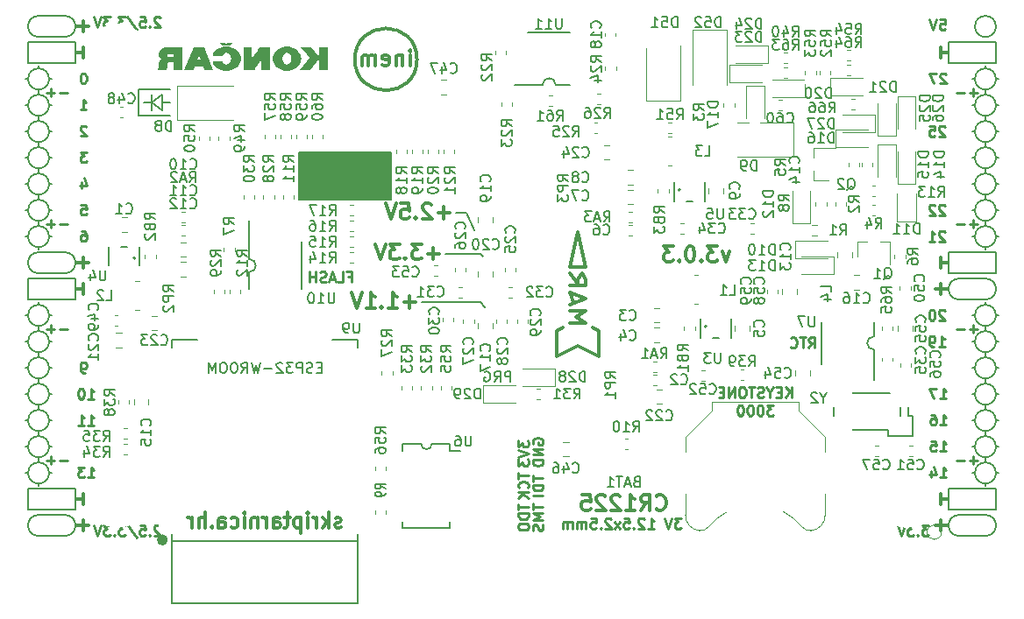
<source format=gbo>
G04 #@! TF.GenerationSoftware,KiCad,Pcbnew,5.0.0+dfsg1-2*
G04 #@! TF.CreationDate,2018-09-19T12:05:02+02:00*
G04 #@! TF.ProjectId,ulx3s,756C7833732E6B696361645F70636200,rev?*
G04 #@! TF.SameCoordinates,Original*
G04 #@! TF.FileFunction,Legend,Bot*
G04 #@! TF.FilePolarity,Positive*
%FSLAX46Y46*%
G04 Gerber Fmt 4.6, Leading zero omitted, Abs format (unit mm)*
G04 Created by KiCad (PCBNEW 5.0.0+dfsg1-2) date Wed Sep 19 12:05:02 2018*
%MOMM*%
%LPD*%
G01*
G04 APERTURE LIST*
%ADD10C,0.300000*%
%ADD11C,0.150000*%
%ADD12C,0.200000*%
%ADD13C,0.250000*%
%ADD14C,0.120000*%
%ADD15C,0.500000*%
%ADD16C,0.100000*%
%ADD17C,1.200000*%
%ADD18C,1.395000*%
%ADD19C,1.900000*%
%ADD20O,1.200000X0.500000*%
%ADD21R,1.200000X0.500000*%
%ADD22C,1.075000*%
%ADD23C,0.975000*%
%ADD24R,1.000000X0.900000*%
%ADD25R,1.100000X1.100000*%
%ADD26R,0.800000X1.300000*%
%ADD27C,1.800000*%
%ADD28C,2.100000*%
%ADD29R,3.800000X3.600000*%
%ADD30C,9.100000*%
%ADD31R,1.900000X1.500000*%
%ADD32R,1.827200X2.132000*%
%ADD33O,1.827200X2.132000*%
%ADD34R,0.700000X1.650000*%
%ADD35O,0.700000X1.650000*%
%ADD36R,1.650000X0.700000*%
%ADD37O,1.650000X0.700000*%
%ADD38R,0.700000X2.200000*%
%ADD39O,0.700000X2.200000*%
%ADD40O,2.600000X1.000000*%
%ADD41O,1.000000X2.600000*%
%ADD42R,6.100000X6.100000*%
%ADD43O,1.827200X1.827200*%
%ADD44R,1.827200X1.827200*%
%ADD45C,5.600000*%
%ADD46C,0.400000*%
%ADD47R,1.800000X1.800000*%
%ADD48O,1.800000X1.800000*%
%ADD49R,1.600000X2.800000*%
%ADD50R,0.770000X1.100000*%
%ADD51R,2.600000X1.900000*%
%ADD52R,0.900000X1.000000*%
%ADD53R,1.500000X1.395000*%
G04 APERTURE END LIST*
D10*
X124563333Y-111107142D02*
X124430000Y-111178571D01*
X124163333Y-111178571D01*
X124030000Y-111107142D01*
X123963333Y-110964285D01*
X123963333Y-110892857D01*
X124030000Y-110750000D01*
X124163333Y-110678571D01*
X124363333Y-110678571D01*
X124496666Y-110607142D01*
X124563333Y-110464285D01*
X124563333Y-110392857D01*
X124496666Y-110250000D01*
X124363333Y-110178571D01*
X124163333Y-110178571D01*
X124030000Y-110250000D01*
X123363333Y-111178571D02*
X123363333Y-109678571D01*
X123230000Y-110607142D02*
X122830000Y-111178571D01*
X122830000Y-110178571D02*
X123363333Y-110750000D01*
X122230000Y-111178571D02*
X122230000Y-110178571D01*
X122230000Y-110464285D02*
X122163333Y-110321428D01*
X122096666Y-110250000D01*
X121963333Y-110178571D01*
X121830000Y-110178571D01*
X121363333Y-111178571D02*
X121363333Y-110178571D01*
X121363333Y-109678571D02*
X121430000Y-109750000D01*
X121363333Y-109821428D01*
X121296666Y-109750000D01*
X121363333Y-109678571D01*
X121363333Y-109821428D01*
X120696666Y-110178571D02*
X120696666Y-111678571D01*
X120696666Y-110250000D02*
X120563333Y-110178571D01*
X120296666Y-110178571D01*
X120163333Y-110250000D01*
X120096666Y-110321428D01*
X120030000Y-110464285D01*
X120030000Y-110892857D01*
X120096666Y-111035714D01*
X120163333Y-111107142D01*
X120296666Y-111178571D01*
X120563333Y-111178571D01*
X120696666Y-111107142D01*
X119630000Y-110178571D02*
X119096666Y-110178571D01*
X119430000Y-109678571D02*
X119430000Y-110964285D01*
X119363333Y-111107142D01*
X119230000Y-111178571D01*
X119096666Y-111178571D01*
X118030000Y-111178571D02*
X118030000Y-110392857D01*
X118096666Y-110250000D01*
X118230000Y-110178571D01*
X118496666Y-110178571D01*
X118630000Y-110250000D01*
X118030000Y-111107142D02*
X118163333Y-111178571D01*
X118496666Y-111178571D01*
X118630000Y-111107142D01*
X118696666Y-110964285D01*
X118696666Y-110821428D01*
X118630000Y-110678571D01*
X118496666Y-110607142D01*
X118163333Y-110607142D01*
X118030000Y-110535714D01*
X117363333Y-111178571D02*
X117363333Y-110178571D01*
X117363333Y-110464285D02*
X117296666Y-110321428D01*
X117230000Y-110250000D01*
X117096666Y-110178571D01*
X116963333Y-110178571D01*
X116496666Y-110178571D02*
X116496666Y-111178571D01*
X116496666Y-110321428D02*
X116430000Y-110250000D01*
X116296666Y-110178571D01*
X116096666Y-110178571D01*
X115963333Y-110250000D01*
X115896666Y-110392857D01*
X115896666Y-111178571D01*
X115230000Y-111178571D02*
X115230000Y-110178571D01*
X115230000Y-109678571D02*
X115296666Y-109750000D01*
X115230000Y-109821428D01*
X115163333Y-109750000D01*
X115230000Y-109678571D01*
X115230000Y-109821428D01*
X113963333Y-111107142D02*
X114096666Y-111178571D01*
X114363333Y-111178571D01*
X114496666Y-111107142D01*
X114563333Y-111035714D01*
X114630000Y-110892857D01*
X114630000Y-110464285D01*
X114563333Y-110321428D01*
X114496666Y-110250000D01*
X114363333Y-110178571D01*
X114096666Y-110178571D01*
X113963333Y-110250000D01*
X112763333Y-111178571D02*
X112763333Y-110392857D01*
X112830000Y-110250000D01*
X112963333Y-110178571D01*
X113230000Y-110178571D01*
X113363333Y-110250000D01*
X112763333Y-111107142D02*
X112896666Y-111178571D01*
X113230000Y-111178571D01*
X113363333Y-111107142D01*
X113430000Y-110964285D01*
X113430000Y-110821428D01*
X113363333Y-110678571D01*
X113230000Y-110607142D01*
X112896666Y-110607142D01*
X112763333Y-110535714D01*
X112096666Y-111035714D02*
X112030000Y-111107142D01*
X112096666Y-111178571D01*
X112163333Y-111107142D01*
X112096666Y-111035714D01*
X112096666Y-111178571D01*
X111430000Y-111178571D02*
X111430000Y-109678571D01*
X110830000Y-111178571D02*
X110830000Y-110392857D01*
X110896666Y-110250000D01*
X111030000Y-110178571D01*
X111230000Y-110178571D01*
X111363333Y-110250000D01*
X111430000Y-110321428D01*
X110163333Y-111178571D02*
X110163333Y-110178571D01*
X110163333Y-110464285D02*
X110096666Y-110321428D01*
X110030000Y-110250000D01*
X109896666Y-110178571D01*
X109763333Y-110178571D01*
D11*
G36*
X129406000Y-74882000D02*
X120516000Y-74882000D01*
X120516000Y-79454000D01*
X129406000Y-79454000D01*
X129406000Y-74882000D01*
G37*
X129406000Y-74882000D02*
X120516000Y-74882000D01*
X120516000Y-79454000D01*
X129406000Y-79454000D01*
X129406000Y-74882000D01*
D12*
X185540000Y-72850000D02*
X185794000Y-72850000D01*
D11*
X140954904Y-97051380D02*
X140954904Y-96051380D01*
X140573952Y-96051380D01*
X140478714Y-96099000D01*
X140431095Y-96146619D01*
X140383476Y-96241857D01*
X140383476Y-96384714D01*
X140431095Y-96479952D01*
X140478714Y-96527571D01*
X140573952Y-96575190D01*
X140954904Y-96575190D01*
X139383476Y-97051380D02*
X139716809Y-96575190D01*
X139954904Y-97051380D02*
X139954904Y-96051380D01*
X139573952Y-96051380D01*
X139478714Y-96099000D01*
X139431095Y-96146619D01*
X139383476Y-96241857D01*
X139383476Y-96384714D01*
X139431095Y-96479952D01*
X139478714Y-96527571D01*
X139573952Y-96575190D01*
X139954904Y-96575190D01*
X138431095Y-96099000D02*
X138526333Y-96051380D01*
X138669190Y-96051380D01*
X138812047Y-96099000D01*
X138907285Y-96194238D01*
X138954904Y-96289476D01*
X139002523Y-96479952D01*
X139002523Y-96622809D01*
X138954904Y-96813285D01*
X138907285Y-96908523D01*
X138812047Y-97003761D01*
X138669190Y-97051380D01*
X138573952Y-97051380D01*
X138431095Y-97003761D01*
X138383476Y-96956142D01*
X138383476Y-96622809D01*
X138573952Y-96622809D01*
D12*
X136660000Y-80742000D02*
X135644000Y-80742000D01*
X137422000Y-82393000D02*
X136660000Y-80742000D01*
X138057000Y-84679000D02*
X134628000Y-84679000D01*
X138311000Y-84933000D02*
X138057000Y-84679000D01*
X138057000Y-89378000D02*
X138438000Y-89886000D01*
X132342000Y-89378000D02*
X138057000Y-89378000D01*
D13*
X99893476Y-96180380D02*
X99703000Y-96180380D01*
X99607761Y-96132761D01*
X99560142Y-96085142D01*
X99464904Y-95942285D01*
X99417285Y-95751809D01*
X99417285Y-95370857D01*
X99464904Y-95275619D01*
X99512523Y-95228000D01*
X99607761Y-95180380D01*
X99798238Y-95180380D01*
X99893476Y-95228000D01*
X99941095Y-95275619D01*
X99988714Y-95370857D01*
X99988714Y-95608952D01*
X99941095Y-95704190D01*
X99893476Y-95751809D01*
X99798238Y-95799428D01*
X99607761Y-95799428D01*
X99512523Y-95751809D01*
X99464904Y-95704190D01*
X99417285Y-95608952D01*
X100147476Y-101260380D02*
X100718904Y-101260380D01*
X100433190Y-101260380D02*
X100433190Y-100260380D01*
X100528428Y-100403238D01*
X100623666Y-100498476D01*
X100718904Y-100546095D01*
X99195095Y-101260380D02*
X99766523Y-101260380D01*
X99480809Y-101260380D02*
X99480809Y-100260380D01*
X99576047Y-100403238D01*
X99671285Y-100498476D01*
X99766523Y-100546095D01*
D12*
X105037000Y-68804000D02*
X108085000Y-68804000D01*
X105037000Y-71344000D02*
X105037000Y-68804000D01*
X108085000Y-71344000D02*
X105037000Y-71344000D01*
X107323000Y-70074000D02*
X108085000Y-70074000D01*
X106307000Y-70074000D02*
X105545000Y-70074000D01*
X106307000Y-70836000D02*
X106307000Y-70074000D01*
X106307000Y-69312000D02*
X106307000Y-70836000D01*
X107323000Y-69312000D02*
X107323000Y-70836000D01*
X106307000Y-70074000D02*
X107323000Y-69312000D01*
X107323000Y-70836000D02*
X106307000Y-70074000D01*
D13*
X182887904Y-72415619D02*
X182840285Y-72368000D01*
X182745047Y-72320380D01*
X182506952Y-72320380D01*
X182411714Y-72368000D01*
X182364095Y-72415619D01*
X182316476Y-72510857D01*
X182316476Y-72606095D01*
X182364095Y-72748952D01*
X182935523Y-73320380D01*
X182316476Y-73320380D01*
X181411714Y-72320380D02*
X181887904Y-72320380D01*
X181935523Y-72796571D01*
X181887904Y-72748952D01*
X181792666Y-72701333D01*
X181554571Y-72701333D01*
X181459333Y-72748952D01*
X181411714Y-72796571D01*
X181364095Y-72891809D01*
X181364095Y-73129904D01*
X181411714Y-73225142D01*
X181459333Y-73272761D01*
X181554571Y-73320380D01*
X181792666Y-73320380D01*
X181887904Y-73272761D01*
X181935523Y-73225142D01*
X182887904Y-80035619D02*
X182840285Y-79988000D01*
X182745047Y-79940380D01*
X182506952Y-79940380D01*
X182411714Y-79988000D01*
X182364095Y-80035619D01*
X182316476Y-80130857D01*
X182316476Y-80226095D01*
X182364095Y-80368952D01*
X182935523Y-80940380D01*
X182316476Y-80940380D01*
X181935523Y-80035619D02*
X181887904Y-79988000D01*
X181792666Y-79940380D01*
X181554571Y-79940380D01*
X181459333Y-79988000D01*
X181411714Y-80035619D01*
X181364095Y-80130857D01*
X181364095Y-80226095D01*
X181411714Y-80368952D01*
X181983142Y-80940380D01*
X181364095Y-80940380D01*
X182887904Y-82575619D02*
X182840285Y-82528000D01*
X182745047Y-82480380D01*
X182506952Y-82480380D01*
X182411714Y-82528000D01*
X182364095Y-82575619D01*
X182316476Y-82670857D01*
X182316476Y-82766095D01*
X182364095Y-82908952D01*
X182935523Y-83480380D01*
X182316476Y-83480380D01*
X181364095Y-83480380D02*
X181935523Y-83480380D01*
X181649809Y-83480380D02*
X181649809Y-82480380D01*
X181745047Y-82623238D01*
X181840285Y-82718476D01*
X181935523Y-82766095D01*
X182887904Y-90195619D02*
X182840285Y-90148000D01*
X182745047Y-90100380D01*
X182506952Y-90100380D01*
X182411714Y-90148000D01*
X182364095Y-90195619D01*
X182316476Y-90290857D01*
X182316476Y-90386095D01*
X182364095Y-90528952D01*
X182935523Y-91100380D01*
X182316476Y-91100380D01*
X181697428Y-90100380D02*
X181602190Y-90100380D01*
X181506952Y-90148000D01*
X181459333Y-90195619D01*
X181411714Y-90290857D01*
X181364095Y-90481333D01*
X181364095Y-90719428D01*
X181411714Y-90909904D01*
X181459333Y-91005142D01*
X181506952Y-91052761D01*
X181602190Y-91100380D01*
X181697428Y-91100380D01*
X181792666Y-91052761D01*
X181840285Y-91005142D01*
X181887904Y-90909904D01*
X181935523Y-90719428D01*
X181935523Y-90481333D01*
X181887904Y-90290857D01*
X181840285Y-90195619D01*
X181792666Y-90148000D01*
X181697428Y-90100380D01*
X182316476Y-93640380D02*
X182887904Y-93640380D01*
X182602190Y-93640380D02*
X182602190Y-92640380D01*
X182697428Y-92783238D01*
X182792666Y-92878476D01*
X182887904Y-92926095D01*
X181840285Y-93640380D02*
X181649809Y-93640380D01*
X181554571Y-93592761D01*
X181506952Y-93545142D01*
X181411714Y-93402285D01*
X181364095Y-93211809D01*
X181364095Y-92830857D01*
X181411714Y-92735619D01*
X181459333Y-92688000D01*
X181554571Y-92640380D01*
X181745047Y-92640380D01*
X181840285Y-92688000D01*
X181887904Y-92735619D01*
X181935523Y-92830857D01*
X181935523Y-93068952D01*
X181887904Y-93164190D01*
X181840285Y-93211809D01*
X181745047Y-93259428D01*
X181554571Y-93259428D01*
X181459333Y-93211809D01*
X181411714Y-93164190D01*
X181364095Y-93068952D01*
X125269476Y-86893571D02*
X125602809Y-86893571D01*
X125602809Y-87417380D02*
X125602809Y-86417380D01*
X125126619Y-86417380D01*
X124269476Y-87417380D02*
X124745666Y-87417380D01*
X124745666Y-86417380D01*
X123983761Y-87131666D02*
X123507571Y-87131666D01*
X124079000Y-87417380D02*
X123745666Y-86417380D01*
X123412333Y-87417380D01*
X123126619Y-87369761D02*
X122983761Y-87417380D01*
X122745666Y-87417380D01*
X122650428Y-87369761D01*
X122602809Y-87322142D01*
X122555190Y-87226904D01*
X122555190Y-87131666D01*
X122602809Y-87036428D01*
X122650428Y-86988809D01*
X122745666Y-86941190D01*
X122936142Y-86893571D01*
X123031380Y-86845952D01*
X123079000Y-86798333D01*
X123126619Y-86703095D01*
X123126619Y-86607857D01*
X123079000Y-86512619D01*
X123031380Y-86465000D01*
X122936142Y-86417380D01*
X122698047Y-86417380D01*
X122555190Y-86465000D01*
X122126619Y-87417380D02*
X122126619Y-86417380D01*
X122126619Y-86893571D02*
X121555190Y-86893571D01*
X121555190Y-87417380D02*
X121555190Y-86417380D01*
X157418095Y-110252380D02*
X156799047Y-110252380D01*
X157132380Y-110633333D01*
X156989523Y-110633333D01*
X156894285Y-110680952D01*
X156846666Y-110728571D01*
X156799047Y-110823809D01*
X156799047Y-111061904D01*
X156846666Y-111157142D01*
X156894285Y-111204761D01*
X156989523Y-111252380D01*
X157275238Y-111252380D01*
X157370476Y-111204761D01*
X157418095Y-111157142D01*
X156513333Y-110252380D02*
X156180000Y-111252380D01*
X155846666Y-110252380D01*
X154227619Y-111252380D02*
X154799047Y-111252380D01*
X154513333Y-111252380D02*
X154513333Y-110252380D01*
X154608571Y-110395238D01*
X154703809Y-110490476D01*
X154799047Y-110538095D01*
X153846666Y-110347619D02*
X153799047Y-110300000D01*
X153703809Y-110252380D01*
X153465714Y-110252380D01*
X153370476Y-110300000D01*
X153322857Y-110347619D01*
X153275238Y-110442857D01*
X153275238Y-110538095D01*
X153322857Y-110680952D01*
X153894285Y-111252380D01*
X153275238Y-111252380D01*
X152846666Y-111157142D02*
X152799047Y-111204761D01*
X152846666Y-111252380D01*
X152894285Y-111204761D01*
X152846666Y-111157142D01*
X152846666Y-111252380D01*
X151894285Y-110252380D02*
X152370476Y-110252380D01*
X152418095Y-110728571D01*
X152370476Y-110680952D01*
X152275238Y-110633333D01*
X152037142Y-110633333D01*
X151941904Y-110680952D01*
X151894285Y-110728571D01*
X151846666Y-110823809D01*
X151846666Y-111061904D01*
X151894285Y-111157142D01*
X151941904Y-111204761D01*
X152037142Y-111252380D01*
X152275238Y-111252380D01*
X152370476Y-111204761D01*
X152418095Y-111157142D01*
X151513333Y-111252380D02*
X150989523Y-110585714D01*
X151513333Y-110585714D02*
X150989523Y-111252380D01*
X150656190Y-110347619D02*
X150608571Y-110300000D01*
X150513333Y-110252380D01*
X150275238Y-110252380D01*
X150180000Y-110300000D01*
X150132380Y-110347619D01*
X150084761Y-110442857D01*
X150084761Y-110538095D01*
X150132380Y-110680952D01*
X150703809Y-111252380D01*
X150084761Y-111252380D01*
X149656190Y-111157142D02*
X149608571Y-111204761D01*
X149656190Y-111252380D01*
X149703809Y-111204761D01*
X149656190Y-111157142D01*
X149656190Y-111252380D01*
X148703809Y-110252380D02*
X149180000Y-110252380D01*
X149227619Y-110728571D01*
X149180000Y-110680952D01*
X149084761Y-110633333D01*
X148846666Y-110633333D01*
X148751428Y-110680952D01*
X148703809Y-110728571D01*
X148656190Y-110823809D01*
X148656190Y-111061904D01*
X148703809Y-111157142D01*
X148751428Y-111204761D01*
X148846666Y-111252380D01*
X149084761Y-111252380D01*
X149180000Y-111204761D01*
X149227619Y-111157142D01*
X148227619Y-111252380D02*
X148227619Y-110585714D01*
X148227619Y-110680952D02*
X148180000Y-110633333D01*
X148084761Y-110585714D01*
X147941904Y-110585714D01*
X147846666Y-110633333D01*
X147799047Y-110728571D01*
X147799047Y-111252380D01*
X147799047Y-110728571D02*
X147751428Y-110633333D01*
X147656190Y-110585714D01*
X147513333Y-110585714D01*
X147418095Y-110633333D01*
X147370476Y-110728571D01*
X147370476Y-111252380D01*
X146894285Y-111252380D02*
X146894285Y-110585714D01*
X146894285Y-110680952D02*
X146846666Y-110633333D01*
X146751428Y-110585714D01*
X146608571Y-110585714D01*
X146513333Y-110633333D01*
X146465714Y-110728571D01*
X146465714Y-111252380D01*
X146465714Y-110728571D02*
X146418095Y-110633333D01*
X146322857Y-110585714D01*
X146180000Y-110585714D01*
X146084761Y-110633333D01*
X146037142Y-110728571D01*
X146037142Y-111252380D01*
D10*
X162084285Y-84466571D02*
X161727142Y-85466571D01*
X161370000Y-84466571D01*
X160941428Y-83966571D02*
X160012857Y-83966571D01*
X160512857Y-84538000D01*
X160298571Y-84538000D01*
X160155714Y-84609428D01*
X160084285Y-84680857D01*
X160012857Y-84823714D01*
X160012857Y-85180857D01*
X160084285Y-85323714D01*
X160155714Y-85395142D01*
X160298571Y-85466571D01*
X160727142Y-85466571D01*
X160870000Y-85395142D01*
X160941428Y-85323714D01*
X159370000Y-85323714D02*
X159298571Y-85395142D01*
X159370000Y-85466571D01*
X159441428Y-85395142D01*
X159370000Y-85323714D01*
X159370000Y-85466571D01*
X158370000Y-83966571D02*
X158227142Y-83966571D01*
X158084285Y-84038000D01*
X158012857Y-84109428D01*
X157941428Y-84252285D01*
X157870000Y-84538000D01*
X157870000Y-84895142D01*
X157941428Y-85180857D01*
X158012857Y-85323714D01*
X158084285Y-85395142D01*
X158227142Y-85466571D01*
X158370000Y-85466571D01*
X158512857Y-85395142D01*
X158584285Y-85323714D01*
X158655714Y-85180857D01*
X158727142Y-84895142D01*
X158727142Y-84538000D01*
X158655714Y-84252285D01*
X158584285Y-84109428D01*
X158512857Y-84038000D01*
X158370000Y-83966571D01*
X157227142Y-85323714D02*
X157155714Y-85395142D01*
X157227142Y-85466571D01*
X157298571Y-85395142D01*
X157227142Y-85323714D01*
X157227142Y-85466571D01*
X156655714Y-83966571D02*
X155727142Y-83966571D01*
X156227142Y-84538000D01*
X156012857Y-84538000D01*
X155870000Y-84609428D01*
X155798571Y-84680857D01*
X155727142Y-84823714D01*
X155727142Y-85180857D01*
X155798571Y-85323714D01*
X155870000Y-85395142D01*
X156012857Y-85466571D01*
X156441428Y-85466571D01*
X156584285Y-85395142D01*
X156655714Y-85323714D01*
D13*
X168085000Y-98577380D02*
X168085000Y-97577380D01*
X167513571Y-98577380D02*
X167942142Y-98005952D01*
X167513571Y-97577380D02*
X168085000Y-98148809D01*
X167085000Y-98053571D02*
X166751666Y-98053571D01*
X166608809Y-98577380D02*
X167085000Y-98577380D01*
X167085000Y-97577380D01*
X166608809Y-97577380D01*
X165989761Y-98101190D02*
X165989761Y-98577380D01*
X166323095Y-97577380D02*
X165989761Y-98101190D01*
X165656428Y-97577380D01*
X165370714Y-98529761D02*
X165227857Y-98577380D01*
X164989761Y-98577380D01*
X164894523Y-98529761D01*
X164846904Y-98482142D01*
X164799285Y-98386904D01*
X164799285Y-98291666D01*
X164846904Y-98196428D01*
X164894523Y-98148809D01*
X164989761Y-98101190D01*
X165180238Y-98053571D01*
X165275476Y-98005952D01*
X165323095Y-97958333D01*
X165370714Y-97863095D01*
X165370714Y-97767857D01*
X165323095Y-97672619D01*
X165275476Y-97625000D01*
X165180238Y-97577380D01*
X164942142Y-97577380D01*
X164799285Y-97625000D01*
X164513571Y-97577380D02*
X163942142Y-97577380D01*
X164227857Y-98577380D02*
X164227857Y-97577380D01*
X163418333Y-97577380D02*
X163227857Y-97577380D01*
X163132619Y-97625000D01*
X163037380Y-97720238D01*
X162989761Y-97910714D01*
X162989761Y-98244047D01*
X163037380Y-98434523D01*
X163132619Y-98529761D01*
X163227857Y-98577380D01*
X163418333Y-98577380D01*
X163513571Y-98529761D01*
X163608809Y-98434523D01*
X163656428Y-98244047D01*
X163656428Y-97910714D01*
X163608809Y-97720238D01*
X163513571Y-97625000D01*
X163418333Y-97577380D01*
X162561190Y-98577380D02*
X162561190Y-97577380D01*
X161989761Y-98577380D01*
X161989761Y-97577380D01*
X161513571Y-98053571D02*
X161180238Y-98053571D01*
X161037380Y-98577380D02*
X161513571Y-98577380D01*
X161513571Y-97577380D01*
X161037380Y-97577380D01*
X166346904Y-99327380D02*
X165727857Y-99327380D01*
X166061190Y-99708333D01*
X165918333Y-99708333D01*
X165823095Y-99755952D01*
X165775476Y-99803571D01*
X165727857Y-99898809D01*
X165727857Y-100136904D01*
X165775476Y-100232142D01*
X165823095Y-100279761D01*
X165918333Y-100327380D01*
X166204047Y-100327380D01*
X166299285Y-100279761D01*
X166346904Y-100232142D01*
X165108809Y-99327380D02*
X165013571Y-99327380D01*
X164918333Y-99375000D01*
X164870714Y-99422619D01*
X164823095Y-99517857D01*
X164775476Y-99708333D01*
X164775476Y-99946428D01*
X164823095Y-100136904D01*
X164870714Y-100232142D01*
X164918333Y-100279761D01*
X165013571Y-100327380D01*
X165108809Y-100327380D01*
X165204047Y-100279761D01*
X165251666Y-100232142D01*
X165299285Y-100136904D01*
X165346904Y-99946428D01*
X165346904Y-99708333D01*
X165299285Y-99517857D01*
X165251666Y-99422619D01*
X165204047Y-99375000D01*
X165108809Y-99327380D01*
X164156428Y-99327380D02*
X164061190Y-99327380D01*
X163965952Y-99375000D01*
X163918333Y-99422619D01*
X163870714Y-99517857D01*
X163823095Y-99708333D01*
X163823095Y-99946428D01*
X163870714Y-100136904D01*
X163918333Y-100232142D01*
X163965952Y-100279761D01*
X164061190Y-100327380D01*
X164156428Y-100327380D01*
X164251666Y-100279761D01*
X164299285Y-100232142D01*
X164346904Y-100136904D01*
X164394523Y-99946428D01*
X164394523Y-99708333D01*
X164346904Y-99517857D01*
X164299285Y-99422619D01*
X164251666Y-99375000D01*
X164156428Y-99327380D01*
X163204047Y-99327380D02*
X163108809Y-99327380D01*
X163013571Y-99375000D01*
X162965952Y-99422619D01*
X162918333Y-99517857D01*
X162870714Y-99708333D01*
X162870714Y-99946428D01*
X162918333Y-100136904D01*
X162965952Y-100232142D01*
X163013571Y-100279761D01*
X163108809Y-100327380D01*
X163204047Y-100327380D01*
X163299285Y-100279761D01*
X163346904Y-100232142D01*
X163394523Y-100136904D01*
X163442142Y-99946428D01*
X163442142Y-99708333D01*
X163394523Y-99517857D01*
X163346904Y-99422619D01*
X163299285Y-99375000D01*
X163204047Y-99327380D01*
D10*
X182492000Y-87582000D02*
X182492000Y-88598000D01*
X183254000Y-88090000D02*
X181984000Y-88090000D01*
X182492000Y-110442000D02*
X182492000Y-111458000D01*
X183254000Y-110950000D02*
X181984000Y-110950000D01*
X99688000Y-62182000D02*
X99688000Y-63198000D01*
X98926000Y-62690000D02*
X100196000Y-62690000D01*
X99688000Y-110442000D02*
X99688000Y-111458000D01*
X98926000Y-110950000D02*
X100196000Y-110950000D01*
X99688000Y-85042000D02*
X99688000Y-86058000D01*
X98926000Y-85550000D02*
X100196000Y-85550000D01*
D12*
X187826000Y-62690000D02*
G75*
G03X187826000Y-62690000I-1016000J0D01*
G01*
X184270000Y-87074000D02*
X186810000Y-87074000D01*
X184270000Y-89106000D02*
X186810000Y-89106000D01*
X184270000Y-87074000D02*
G75*
G03X184270000Y-89106000I0J-1016000D01*
G01*
X186810000Y-89106000D02*
G75*
G03X186810000Y-87074000I0J1016000D01*
G01*
X184270000Y-111966000D02*
X186810000Y-111966000D01*
X184270000Y-109934000D02*
X186810000Y-109934000D01*
X184270000Y-109934000D02*
G75*
G03X184270000Y-111966000I0J-1016000D01*
G01*
X186810000Y-111966000D02*
G75*
G03X186810000Y-109934000I0J1016000D01*
G01*
X97910000Y-63706000D02*
G75*
G03X97910000Y-61674000I0J1016000D01*
G01*
X95370000Y-61674000D02*
X97910000Y-61674000D01*
X95370000Y-63706000D02*
X97910000Y-63706000D01*
X95370000Y-61674000D02*
G75*
G03X95370000Y-63706000I0J-1016000D01*
G01*
X95370000Y-86566000D02*
X97910000Y-86566000D01*
X95370000Y-84534000D02*
X97910000Y-84534000D01*
X95370000Y-84534000D02*
G75*
G03X95370000Y-86566000I0J-1016000D01*
G01*
X97910000Y-86566000D02*
G75*
G03X97910000Y-84534000I0J1016000D01*
G01*
X95370000Y-111966000D02*
X97910000Y-111966000D01*
X95370000Y-109934000D02*
X97910000Y-109934000D01*
X95370000Y-109934000D02*
G75*
G03X95370000Y-111966000I0J-1016000D01*
G01*
X97910000Y-111966000D02*
G75*
G03X97910000Y-109934000I0J1016000D01*
G01*
X98926000Y-107394000D02*
X94354000Y-107394000D01*
X98926000Y-109426000D02*
X98926000Y-107394000D01*
X94354000Y-109426000D02*
X98926000Y-109426000D01*
X94354000Y-107394000D02*
X94354000Y-109426000D01*
X187826000Y-107394000D02*
X183254000Y-107394000D01*
X187826000Y-109426000D02*
X187826000Y-107394000D01*
X183254000Y-109426000D02*
X187826000Y-109426000D01*
X183254000Y-107394000D02*
X183254000Y-109426000D01*
X187826000Y-84534000D02*
X183254000Y-84534000D01*
X187826000Y-86566000D02*
X187826000Y-84534000D01*
X183254000Y-86566000D02*
X187826000Y-86566000D01*
X183254000Y-84534000D02*
X183254000Y-86566000D01*
X187826000Y-64214000D02*
X183254000Y-64214000D01*
X187826000Y-66246000D02*
X187826000Y-64214000D01*
X183254000Y-66246000D02*
X187826000Y-66246000D01*
X183254000Y-64214000D02*
X183254000Y-66246000D01*
X98926000Y-64214000D02*
X94354000Y-64214000D01*
X98926000Y-66246000D02*
X98926000Y-64214000D01*
X94354000Y-66246000D02*
X98926000Y-66246000D01*
X94354000Y-64214000D02*
X94354000Y-66246000D01*
X98926000Y-87074000D02*
X94354000Y-87074000D01*
X98926000Y-89106000D02*
X98926000Y-87074000D01*
X94354000Y-89106000D02*
X98926000Y-89106000D01*
X94354000Y-87074000D02*
X94354000Y-89106000D01*
D13*
X186032000Y-91971428D02*
X185270095Y-91971428D01*
X185651047Y-92352380D02*
X185651047Y-91590476D01*
X184793904Y-91971428D02*
X184032000Y-91971428D01*
X186032000Y-69111428D02*
X185270095Y-69111428D01*
X185651047Y-69492380D02*
X185651047Y-68730476D01*
X184793904Y-69111428D02*
X184032000Y-69111428D01*
X186032000Y-81811428D02*
X185270095Y-81811428D01*
X185651047Y-82192380D02*
X185651047Y-81430476D01*
X184793904Y-81811428D02*
X184032000Y-81811428D01*
X186032000Y-104671428D02*
X185270095Y-104671428D01*
X185651047Y-105052380D02*
X185651047Y-104290476D01*
X184793904Y-104671428D02*
X184032000Y-104671428D01*
X98148000Y-104671428D02*
X97386095Y-104671428D01*
X96909904Y-104671428D02*
X96148000Y-104671428D01*
X96528952Y-105052380D02*
X96528952Y-104290476D01*
X98148000Y-91971428D02*
X97386095Y-91971428D01*
X96909904Y-91971428D02*
X96148000Y-91971428D01*
X96528952Y-92352380D02*
X96528952Y-91590476D01*
X98148000Y-81811428D02*
X97386095Y-81811428D01*
X96909904Y-81811428D02*
X96148000Y-81811428D01*
X96528952Y-82192380D02*
X96528952Y-81430476D01*
X98148000Y-69111428D02*
X97386095Y-69111428D01*
X96909904Y-69111428D02*
X96148000Y-69111428D01*
X96528952Y-69492380D02*
X96528952Y-68730476D01*
D10*
X182492000Y-107902000D02*
X182492000Y-108918000D01*
X183254000Y-108410000D02*
X182492000Y-108410000D01*
D12*
X95370000Y-96726000D02*
X95370000Y-97234000D01*
X96386000Y-95710000D02*
X96640000Y-95710000D01*
X94354000Y-95710000D02*
X94100000Y-95710000D01*
X187826000Y-98250000D02*
X188080000Y-98250000D01*
X187826000Y-83010000D02*
X188080000Y-83010000D01*
X95370000Y-107140000D02*
X95370000Y-106886000D01*
X96386000Y-105870000D02*
X96640000Y-105870000D01*
X94354000Y-105870000D02*
X94100000Y-105870000D01*
X94354000Y-103330000D02*
X94100000Y-103330000D01*
X95370000Y-104346000D02*
X95370000Y-104854000D01*
X96386000Y-103330000D02*
X96640000Y-103330000D01*
X94354000Y-100790000D02*
X94100000Y-100790000D01*
X95370000Y-102314000D02*
X95370000Y-101806000D01*
X96386000Y-100790000D02*
X96640000Y-100790000D01*
X95370000Y-99266000D02*
X95370000Y-99774000D01*
X94354000Y-98250000D02*
X94100000Y-98250000D01*
X96386000Y-98250000D02*
X96640000Y-98250000D01*
X95370000Y-94186000D02*
X95370000Y-94694000D01*
X96386000Y-93170000D02*
X96640000Y-93170000D01*
X94354000Y-93170000D02*
X94100000Y-93170000D01*
X94354000Y-90630000D02*
X94100000Y-90630000D01*
X95370000Y-91646000D02*
X95370000Y-92154000D01*
X96640000Y-90630000D02*
X96386000Y-90630000D01*
X95370000Y-89360000D02*
X95370000Y-89614000D01*
X94354000Y-83010000D02*
X94100000Y-83010000D01*
X95370000Y-84280000D02*
X95370000Y-84026000D01*
X96386000Y-83010000D02*
X96640000Y-83010000D01*
X95370000Y-81486000D02*
X95370000Y-81994000D01*
X94354000Y-80470000D02*
X94100000Y-80470000D01*
X96640000Y-80470000D02*
X96386000Y-80470000D01*
X95370000Y-78946000D02*
X95370000Y-79454000D01*
X96386000Y-77930000D02*
X96640000Y-77930000D01*
X94354000Y-77930000D02*
X94100000Y-77930000D01*
X95370000Y-76406000D02*
X95370000Y-76914000D01*
X94354000Y-75390000D02*
X94100000Y-75390000D01*
X96386000Y-75390000D02*
X96640000Y-75390000D01*
X95370000Y-73866000D02*
X95370000Y-74374000D01*
X96386000Y-72850000D02*
X96640000Y-72850000D01*
X94100000Y-72850000D02*
X94354000Y-72850000D01*
X94354000Y-70310000D02*
X94100000Y-70310000D01*
X96640000Y-70310000D02*
X96386000Y-70310000D01*
X95370000Y-71326000D02*
X95370000Y-71834000D01*
X95370000Y-68786000D02*
X95370000Y-69294000D01*
X96386000Y-67770000D02*
X96640000Y-67770000D01*
X94354000Y-67770000D02*
X94100000Y-67770000D01*
X95370000Y-66500000D02*
X95370000Y-66754000D01*
X187826000Y-105870000D02*
X188080000Y-105870000D01*
X186810000Y-107140000D02*
X186810000Y-106886000D01*
X185540000Y-105870000D02*
X185794000Y-105870000D01*
X186810000Y-104346000D02*
X186810000Y-104854000D01*
X187826000Y-103330000D02*
X188080000Y-103330000D01*
X185540000Y-103330000D02*
X185794000Y-103330000D01*
X186810000Y-101806000D02*
X186810000Y-102314000D01*
X187826000Y-100790000D02*
X188080000Y-100790000D01*
X185540000Y-100790000D02*
X185794000Y-100790000D01*
X186810000Y-99266000D02*
X186810000Y-99774000D01*
X185540000Y-98250000D02*
X185794000Y-98250000D01*
X186810000Y-97234000D02*
X186810000Y-96726000D01*
X187826000Y-95710000D02*
X188080000Y-95710000D01*
X185540000Y-95710000D02*
X185794000Y-95710000D01*
X186810000Y-94694000D02*
X186810000Y-94186000D01*
X187826000Y-93170000D02*
X188080000Y-93170000D01*
X185540000Y-93170000D02*
X185794000Y-93170000D01*
X186810000Y-92154000D02*
X186810000Y-91646000D01*
X187826000Y-90630000D02*
X188080000Y-90630000D01*
X185540000Y-90630000D02*
X185794000Y-90630000D01*
X186810000Y-89360000D02*
X186810000Y-89614000D01*
X186810000Y-84280000D02*
X186810000Y-84026000D01*
X185540000Y-83010000D02*
X185794000Y-83010000D01*
X186810000Y-81994000D02*
X186810000Y-81486000D01*
X185794000Y-80470000D02*
X185540000Y-80470000D01*
X187826000Y-80470000D02*
X188080000Y-80470000D01*
X186810000Y-78946000D02*
X186810000Y-79454000D01*
X185794000Y-77930000D02*
X185540000Y-77930000D01*
X187826000Y-77930000D02*
X188080000Y-77930000D01*
X186810000Y-76406000D02*
X186810000Y-76914000D01*
X186810000Y-73866000D02*
X186810000Y-74374000D01*
X185794000Y-75390000D02*
X185540000Y-75390000D01*
X187826000Y-75390000D02*
X188080000Y-75390000D01*
X187826000Y-72850000D02*
X188080000Y-72850000D01*
X186810000Y-71834000D02*
X186810000Y-71326000D01*
X187826000Y-70310000D02*
X188080000Y-70310000D01*
X185540000Y-70310000D02*
X185794000Y-70310000D01*
X187826000Y-67770000D02*
X188080000Y-67770000D01*
X186810000Y-68786000D02*
X186810000Y-69294000D01*
X185540000Y-67770000D02*
X185794000Y-67770000D01*
X186810000Y-66500000D02*
X186810000Y-66754000D01*
X187826000Y-67770000D02*
G75*
G03X187826000Y-67770000I-1016000J0D01*
G01*
X187826000Y-70310000D02*
G75*
G03X187826000Y-70310000I-1016000J0D01*
G01*
X187826000Y-72850000D02*
G75*
G03X187826000Y-72850000I-1016000J0D01*
G01*
X187826000Y-75390000D02*
G75*
G03X187826000Y-75390000I-1016000J0D01*
G01*
X187826000Y-77930000D02*
G75*
G03X187826000Y-77930000I-1016000J0D01*
G01*
X187826000Y-80470000D02*
G75*
G03X187826000Y-80470000I-1016000J0D01*
G01*
X187826000Y-83010000D02*
G75*
G03X187826000Y-83010000I-1016000J0D01*
G01*
X187826000Y-90630000D02*
G75*
G03X187826000Y-90630000I-1016000J0D01*
G01*
X187826000Y-93170000D02*
G75*
G03X187826000Y-93170000I-1016000J0D01*
G01*
X187826000Y-95710000D02*
G75*
G03X187826000Y-95710000I-1016000J0D01*
G01*
X187826000Y-98250000D02*
G75*
G03X187826000Y-98250000I-1016000J0D01*
G01*
X187826000Y-100790000D02*
G75*
G03X187826000Y-100790000I-1016000J0D01*
G01*
X187826000Y-103330000D02*
G75*
G03X187826000Y-103330000I-1016000J0D01*
G01*
X187826000Y-105870000D02*
G75*
G03X187826000Y-105870000I-1016000J0D01*
G01*
X96386000Y-105870000D02*
G75*
G03X96386000Y-105870000I-1016000J0D01*
G01*
X96386000Y-103330000D02*
G75*
G03X96386000Y-103330000I-1016000J0D01*
G01*
X96386000Y-100790000D02*
G75*
G03X96386000Y-100790000I-1016000J0D01*
G01*
X96386000Y-98250000D02*
G75*
G03X96386000Y-98250000I-1016000J0D01*
G01*
X96386000Y-95710000D02*
G75*
G03X96386000Y-95710000I-1016000J0D01*
G01*
X96386000Y-93170000D02*
G75*
G03X96386000Y-93170000I-1016000J0D01*
G01*
X96386000Y-90630000D02*
G75*
G03X96386000Y-90630000I-1016000J0D01*
G01*
X96386000Y-83010000D02*
G75*
G03X96386000Y-83010000I-1016000J0D01*
G01*
X96386000Y-80470000D02*
G75*
G03X96386000Y-80470000I-1016000J0D01*
G01*
X96386000Y-77930000D02*
G75*
G03X96386000Y-77930000I-1016000J0D01*
G01*
X96386000Y-75390000D02*
G75*
G03X96386000Y-75390000I-1016000J0D01*
G01*
X96386000Y-72850000D02*
G75*
G03X96386000Y-72850000I-1016000J0D01*
G01*
X96386000Y-70310000D02*
G75*
G03X96386000Y-70310000I-1016000J0D01*
G01*
X96386000Y-67770000D02*
G75*
G03X96386000Y-67770000I-1016000J0D01*
G01*
D13*
X182428476Y-62015380D02*
X182904666Y-62015380D01*
X182952285Y-62491571D01*
X182904666Y-62443952D01*
X182809428Y-62396333D01*
X182571333Y-62396333D01*
X182476095Y-62443952D01*
X182428476Y-62491571D01*
X182380857Y-62586809D01*
X182380857Y-62824904D01*
X182428476Y-62920142D01*
X182476095Y-62967761D01*
X182571333Y-63015380D01*
X182809428Y-63015380D01*
X182904666Y-62967761D01*
X182952285Y-62920142D01*
X182095142Y-62015380D02*
X181761809Y-63015380D01*
X181428476Y-62015380D01*
D10*
X182492000Y-64722000D02*
X182492000Y-65738000D01*
X183254000Y-65230000D02*
X182492000Y-65230000D01*
D13*
X182999904Y-67317619D02*
X182952285Y-67270000D01*
X182857047Y-67222380D01*
X182618952Y-67222380D01*
X182523714Y-67270000D01*
X182476095Y-67317619D01*
X182428476Y-67412857D01*
X182428476Y-67508095D01*
X182476095Y-67650952D01*
X183047523Y-68222380D01*
X182428476Y-68222380D01*
X182095142Y-67222380D02*
X181428476Y-67222380D01*
X181857047Y-68222380D01*
D10*
X182492000Y-85042000D02*
X182492000Y-86058000D01*
X183254000Y-85550000D02*
X182492000Y-85550000D01*
D13*
X182428476Y-98702380D02*
X182999904Y-98702380D01*
X182714190Y-98702380D02*
X182714190Y-97702380D01*
X182809428Y-97845238D01*
X182904666Y-97940476D01*
X182999904Y-97988095D01*
X182095142Y-97702380D02*
X181428476Y-97702380D01*
X181857047Y-98702380D01*
X182428476Y-101242380D02*
X182999904Y-101242380D01*
X182714190Y-101242380D02*
X182714190Y-100242380D01*
X182809428Y-100385238D01*
X182904666Y-100480476D01*
X182999904Y-100528095D01*
X181571333Y-100242380D02*
X181761809Y-100242380D01*
X181857047Y-100290000D01*
X181904666Y-100337619D01*
X181999904Y-100480476D01*
X182047523Y-100670952D01*
X182047523Y-101051904D01*
X181999904Y-101147142D01*
X181952285Y-101194761D01*
X181857047Y-101242380D01*
X181666571Y-101242380D01*
X181571333Y-101194761D01*
X181523714Y-101147142D01*
X181476095Y-101051904D01*
X181476095Y-100813809D01*
X181523714Y-100718571D01*
X181571333Y-100670952D01*
X181666571Y-100623333D01*
X181857047Y-100623333D01*
X181952285Y-100670952D01*
X181999904Y-100718571D01*
X182047523Y-100813809D01*
X182428476Y-103782380D02*
X182999904Y-103782380D01*
X182714190Y-103782380D02*
X182714190Y-102782380D01*
X182809428Y-102925238D01*
X182904666Y-103020476D01*
X182999904Y-103068095D01*
X181523714Y-102782380D02*
X181999904Y-102782380D01*
X182047523Y-103258571D01*
X181999904Y-103210952D01*
X181904666Y-103163333D01*
X181666571Y-103163333D01*
X181571333Y-103210952D01*
X181523714Y-103258571D01*
X181476095Y-103353809D01*
X181476095Y-103591904D01*
X181523714Y-103687142D01*
X181571333Y-103734761D01*
X181666571Y-103782380D01*
X181904666Y-103782380D01*
X181999904Y-103734761D01*
X182047523Y-103687142D01*
X182428476Y-106322380D02*
X182999904Y-106322380D01*
X182714190Y-106322380D02*
X182714190Y-105322380D01*
X182809428Y-105465238D01*
X182904666Y-105560476D01*
X182999904Y-105608095D01*
X181571333Y-105655714D02*
X181571333Y-106322380D01*
X181809428Y-105274761D02*
X182047523Y-105989047D01*
X181428476Y-105989047D01*
X181312642Y-110928380D02*
X180693595Y-110928380D01*
X181026928Y-111309333D01*
X180884071Y-111309333D01*
X180788833Y-111356952D01*
X180741214Y-111404571D01*
X180693595Y-111499809D01*
X180693595Y-111737904D01*
X180741214Y-111833142D01*
X180788833Y-111880761D01*
X180884071Y-111928380D01*
X181169785Y-111928380D01*
X181265023Y-111880761D01*
X181312642Y-111833142D01*
X180265023Y-111833142D02*
X180217404Y-111880761D01*
X180265023Y-111928380D01*
X180312642Y-111880761D01*
X180265023Y-111833142D01*
X180265023Y-111928380D01*
X179884071Y-110928380D02*
X179265023Y-110928380D01*
X179598357Y-111309333D01*
X179455500Y-111309333D01*
X179360261Y-111356952D01*
X179312642Y-111404571D01*
X179265023Y-111499809D01*
X179265023Y-111737904D01*
X179312642Y-111833142D01*
X179360261Y-111880761D01*
X179455500Y-111928380D01*
X179741214Y-111928380D01*
X179836452Y-111880761D01*
X179884071Y-111833142D01*
X178979309Y-110928380D02*
X178645976Y-111928380D01*
X178312642Y-110928380D01*
D10*
X99688000Y-108918000D02*
X99688000Y-107902000D01*
X98926000Y-108410000D02*
X99688000Y-108410000D01*
X99688000Y-88598000D02*
X99688000Y-87582000D01*
X98926000Y-88090000D02*
X99688000Y-88090000D01*
X99688000Y-64722000D02*
X99688000Y-65738000D01*
X98926000Y-65230000D02*
X99688000Y-65230000D01*
D13*
X107103690Y-111023619D02*
X107056071Y-110976000D01*
X106960833Y-110928380D01*
X106722738Y-110928380D01*
X106627500Y-110976000D01*
X106579880Y-111023619D01*
X106532261Y-111118857D01*
X106532261Y-111214095D01*
X106579880Y-111356952D01*
X107151309Y-111928380D01*
X106532261Y-111928380D01*
X106103690Y-111833142D02*
X106056071Y-111880761D01*
X106103690Y-111928380D01*
X106151309Y-111880761D01*
X106103690Y-111833142D01*
X106103690Y-111928380D01*
X105151309Y-110928380D02*
X105627500Y-110928380D01*
X105675119Y-111404571D01*
X105627500Y-111356952D01*
X105532261Y-111309333D01*
X105294166Y-111309333D01*
X105198928Y-111356952D01*
X105151309Y-111404571D01*
X105103690Y-111499809D01*
X105103690Y-111737904D01*
X105151309Y-111833142D01*
X105198928Y-111880761D01*
X105294166Y-111928380D01*
X105532261Y-111928380D01*
X105627500Y-111880761D01*
X105675119Y-111833142D01*
X103960833Y-110880761D02*
X104817976Y-112166476D01*
X103722738Y-110928380D02*
X103103690Y-110928380D01*
X103437023Y-111309333D01*
X103294166Y-111309333D01*
X103198928Y-111356952D01*
X103151309Y-111404571D01*
X103103690Y-111499809D01*
X103103690Y-111737904D01*
X103151309Y-111833142D01*
X103198928Y-111880761D01*
X103294166Y-111928380D01*
X103579880Y-111928380D01*
X103675119Y-111880761D01*
X103722738Y-111833142D01*
X102675119Y-111833142D02*
X102627500Y-111880761D01*
X102675119Y-111928380D01*
X102722738Y-111880761D01*
X102675119Y-111833142D01*
X102675119Y-111928380D01*
X102294166Y-110928380D02*
X101675119Y-110928380D01*
X102008452Y-111309333D01*
X101865595Y-111309333D01*
X101770357Y-111356952D01*
X101722738Y-111404571D01*
X101675119Y-111499809D01*
X101675119Y-111737904D01*
X101722738Y-111833142D01*
X101770357Y-111880761D01*
X101865595Y-111928380D01*
X102151309Y-111928380D01*
X102246547Y-111880761D01*
X102294166Y-111833142D01*
X101389404Y-110928380D02*
X101056071Y-111928380D01*
X100722738Y-110928380D01*
X100132476Y-106322380D02*
X100703904Y-106322380D01*
X100418190Y-106322380D02*
X100418190Y-105322380D01*
X100513428Y-105465238D01*
X100608666Y-105560476D01*
X100703904Y-105608095D01*
X99799142Y-105322380D02*
X99180095Y-105322380D01*
X99513428Y-105703333D01*
X99370571Y-105703333D01*
X99275333Y-105750952D01*
X99227714Y-105798571D01*
X99180095Y-105893809D01*
X99180095Y-106131904D01*
X99227714Y-106227142D01*
X99275333Y-106274761D01*
X99370571Y-106322380D01*
X99656285Y-106322380D01*
X99751523Y-106274761D01*
X99799142Y-106227142D01*
X100147476Y-98720380D02*
X100718904Y-98720380D01*
X100433190Y-98720380D02*
X100433190Y-97720380D01*
X100528428Y-97863238D01*
X100623666Y-97958476D01*
X100718904Y-98006095D01*
X99528428Y-97720380D02*
X99433190Y-97720380D01*
X99337952Y-97768000D01*
X99290333Y-97815619D01*
X99242714Y-97910857D01*
X99195095Y-98101333D01*
X99195095Y-98339428D01*
X99242714Y-98529904D01*
X99290333Y-98625142D01*
X99337952Y-98672761D01*
X99433190Y-98720380D01*
X99528428Y-98720380D01*
X99623666Y-98672761D01*
X99671285Y-98625142D01*
X99718904Y-98529904D01*
X99766523Y-98339428D01*
X99766523Y-98101333D01*
X99718904Y-97910857D01*
X99671285Y-97815619D01*
X99623666Y-97768000D01*
X99528428Y-97720380D01*
X99512523Y-82462380D02*
X99703000Y-82462380D01*
X99798238Y-82510000D01*
X99845857Y-82557619D01*
X99941095Y-82700476D01*
X99988714Y-82890952D01*
X99988714Y-83271904D01*
X99941095Y-83367142D01*
X99893476Y-83414761D01*
X99798238Y-83462380D01*
X99607761Y-83462380D01*
X99512523Y-83414761D01*
X99464904Y-83367142D01*
X99417285Y-83271904D01*
X99417285Y-83033809D01*
X99464904Y-82938571D01*
X99512523Y-82890952D01*
X99607761Y-82843333D01*
X99798238Y-82843333D01*
X99893476Y-82890952D01*
X99941095Y-82938571D01*
X99988714Y-83033809D01*
X99464904Y-79922380D02*
X99941095Y-79922380D01*
X99988714Y-80398571D01*
X99941095Y-80350952D01*
X99845857Y-80303333D01*
X99607761Y-80303333D01*
X99512523Y-80350952D01*
X99464904Y-80398571D01*
X99417285Y-80493809D01*
X99417285Y-80731904D01*
X99464904Y-80827142D01*
X99512523Y-80874761D01*
X99607761Y-80922380D01*
X99845857Y-80922380D01*
X99941095Y-80874761D01*
X99988714Y-80827142D01*
X99512523Y-77715714D02*
X99512523Y-78382380D01*
X99750619Y-77334761D02*
X99988714Y-78049047D01*
X99369666Y-78049047D01*
X100021333Y-74842380D02*
X99402285Y-74842380D01*
X99735619Y-75223333D01*
X99592761Y-75223333D01*
X99497523Y-75270952D01*
X99449904Y-75318571D01*
X99402285Y-75413809D01*
X99402285Y-75651904D01*
X99449904Y-75747142D01*
X99497523Y-75794761D01*
X99592761Y-75842380D01*
X99878476Y-75842380D01*
X99973714Y-75794761D01*
X100021333Y-75747142D01*
X99973714Y-72397619D02*
X99926095Y-72350000D01*
X99830857Y-72302380D01*
X99592761Y-72302380D01*
X99497523Y-72350000D01*
X99449904Y-72397619D01*
X99402285Y-72492857D01*
X99402285Y-72588095D01*
X99449904Y-72730952D01*
X100021333Y-73302380D01*
X99402285Y-73302380D01*
X99402285Y-70762380D02*
X99973714Y-70762380D01*
X99688000Y-70762380D02*
X99688000Y-69762380D01*
X99783238Y-69905238D01*
X99878476Y-70000476D01*
X99973714Y-70048095D01*
X99750619Y-67222380D02*
X99655380Y-67222380D01*
X99560142Y-67270000D01*
X99512523Y-67317619D01*
X99464904Y-67412857D01*
X99417285Y-67603333D01*
X99417285Y-67841428D01*
X99464904Y-68031904D01*
X99512523Y-68127142D01*
X99560142Y-68174761D01*
X99655380Y-68222380D01*
X99750619Y-68222380D01*
X99845857Y-68174761D01*
X99893476Y-68127142D01*
X99941095Y-68031904D01*
X99988714Y-67841428D01*
X99988714Y-67603333D01*
X99941095Y-67412857D01*
X99893476Y-67317619D01*
X99845857Y-67270000D01*
X99750619Y-67222380D01*
X107103690Y-61874619D02*
X107056071Y-61827000D01*
X106960833Y-61779380D01*
X106722738Y-61779380D01*
X106627500Y-61827000D01*
X106579880Y-61874619D01*
X106532261Y-61969857D01*
X106532261Y-62065095D01*
X106579880Y-62207952D01*
X107151309Y-62779380D01*
X106532261Y-62779380D01*
X106103690Y-62684142D02*
X106056071Y-62731761D01*
X106103690Y-62779380D01*
X106151309Y-62731761D01*
X106103690Y-62684142D01*
X106103690Y-62779380D01*
X105151309Y-61779380D02*
X105627500Y-61779380D01*
X105675119Y-62255571D01*
X105627500Y-62207952D01*
X105532261Y-62160333D01*
X105294166Y-62160333D01*
X105198928Y-62207952D01*
X105151309Y-62255571D01*
X105103690Y-62350809D01*
X105103690Y-62588904D01*
X105151309Y-62684142D01*
X105198928Y-62731761D01*
X105294166Y-62779380D01*
X105532261Y-62779380D01*
X105627500Y-62731761D01*
X105675119Y-62684142D01*
X103960833Y-61731761D02*
X104817976Y-63017476D01*
X103722738Y-61779380D02*
X103103690Y-61779380D01*
X103437023Y-62160333D01*
X103294166Y-62160333D01*
X103198928Y-62207952D01*
X103151309Y-62255571D01*
X103103690Y-62350809D01*
X103103690Y-62588904D01*
X103151309Y-62684142D01*
X103198928Y-62731761D01*
X103294166Y-62779380D01*
X103579880Y-62779380D01*
X103675119Y-62731761D01*
X103722738Y-62684142D01*
X102675119Y-62684142D02*
X102627500Y-62731761D01*
X102675119Y-62779380D01*
X102722738Y-62731761D01*
X102675119Y-62684142D01*
X102675119Y-62779380D01*
X102294166Y-61779380D02*
X101675119Y-61779380D01*
X102008452Y-62160333D01*
X101865595Y-62160333D01*
X101770357Y-62207952D01*
X101722738Y-62255571D01*
X101675119Y-62350809D01*
X101675119Y-62588904D01*
X101722738Y-62684142D01*
X101770357Y-62731761D01*
X101865595Y-62779380D01*
X102151309Y-62779380D01*
X102246547Y-62731761D01*
X102294166Y-62684142D01*
X101389404Y-61779380D02*
X101056071Y-62779380D01*
X100722738Y-61779380D01*
D10*
X155027857Y-109335714D02*
X155099285Y-109407142D01*
X155313571Y-109478571D01*
X155456428Y-109478571D01*
X155670714Y-109407142D01*
X155813571Y-109264285D01*
X155885000Y-109121428D01*
X155956428Y-108835714D01*
X155956428Y-108621428D01*
X155885000Y-108335714D01*
X155813571Y-108192857D01*
X155670714Y-108050000D01*
X155456428Y-107978571D01*
X155313571Y-107978571D01*
X155099285Y-108050000D01*
X155027857Y-108121428D01*
X153527857Y-109478571D02*
X154027857Y-108764285D01*
X154385000Y-109478571D02*
X154385000Y-107978571D01*
X153813571Y-107978571D01*
X153670714Y-108050000D01*
X153599285Y-108121428D01*
X153527857Y-108264285D01*
X153527857Y-108478571D01*
X153599285Y-108621428D01*
X153670714Y-108692857D01*
X153813571Y-108764285D01*
X154385000Y-108764285D01*
X152099285Y-109478571D02*
X152956428Y-109478571D01*
X152527857Y-109478571D02*
X152527857Y-107978571D01*
X152670714Y-108192857D01*
X152813571Y-108335714D01*
X152956428Y-108407142D01*
X151527857Y-108121428D02*
X151456428Y-108050000D01*
X151313571Y-107978571D01*
X150956428Y-107978571D01*
X150813571Y-108050000D01*
X150742142Y-108121428D01*
X150670714Y-108264285D01*
X150670714Y-108407142D01*
X150742142Y-108621428D01*
X151599285Y-109478571D01*
X150670714Y-109478571D01*
X150099285Y-108121428D02*
X150027857Y-108050000D01*
X149885000Y-107978571D01*
X149527857Y-107978571D01*
X149385000Y-108050000D01*
X149313571Y-108121428D01*
X149242142Y-108264285D01*
X149242142Y-108407142D01*
X149313571Y-108621428D01*
X150170714Y-109478571D01*
X149242142Y-109478571D01*
X147885000Y-107978571D02*
X148599285Y-107978571D01*
X148670714Y-108692857D01*
X148599285Y-108621428D01*
X148456428Y-108550000D01*
X148099285Y-108550000D01*
X147956428Y-108621428D01*
X147885000Y-108692857D01*
X147813571Y-108835714D01*
X147813571Y-109192857D01*
X147885000Y-109335714D01*
X147956428Y-109407142D01*
X148099285Y-109478571D01*
X148456428Y-109478571D01*
X148599285Y-109407142D01*
X148670714Y-109335714D01*
X135088000Y-80722142D02*
X133945142Y-80722142D01*
X134516571Y-81293571D02*
X134516571Y-80150714D01*
X133302285Y-79936428D02*
X133230857Y-79865000D01*
X133088000Y-79793571D01*
X132730857Y-79793571D01*
X132588000Y-79865000D01*
X132516571Y-79936428D01*
X132445142Y-80079285D01*
X132445142Y-80222142D01*
X132516571Y-80436428D01*
X133373714Y-81293571D01*
X132445142Y-81293571D01*
X131802285Y-81150714D02*
X131730857Y-81222142D01*
X131802285Y-81293571D01*
X131873714Y-81222142D01*
X131802285Y-81150714D01*
X131802285Y-81293571D01*
X130373714Y-79793571D02*
X131088000Y-79793571D01*
X131159428Y-80507857D01*
X131088000Y-80436428D01*
X130945142Y-80365000D01*
X130588000Y-80365000D01*
X130445142Y-80436428D01*
X130373714Y-80507857D01*
X130302285Y-80650714D01*
X130302285Y-81007857D01*
X130373714Y-81150714D01*
X130445142Y-81222142D01*
X130588000Y-81293571D01*
X130945142Y-81293571D01*
X131088000Y-81222142D01*
X131159428Y-81150714D01*
X129873714Y-79793571D02*
X129373714Y-81293571D01*
X128873714Y-79793571D01*
X134072000Y-84659142D02*
X132929142Y-84659142D01*
X133500571Y-85230571D02*
X133500571Y-84087714D01*
X132357714Y-83730571D02*
X131429142Y-83730571D01*
X131929142Y-84302000D01*
X131714857Y-84302000D01*
X131572000Y-84373428D01*
X131500571Y-84444857D01*
X131429142Y-84587714D01*
X131429142Y-84944857D01*
X131500571Y-85087714D01*
X131572000Y-85159142D01*
X131714857Y-85230571D01*
X132143428Y-85230571D01*
X132286285Y-85159142D01*
X132357714Y-85087714D01*
X130786285Y-85087714D02*
X130714857Y-85159142D01*
X130786285Y-85230571D01*
X130857714Y-85159142D01*
X130786285Y-85087714D01*
X130786285Y-85230571D01*
X130214857Y-83730571D02*
X129286285Y-83730571D01*
X129786285Y-84302000D01*
X129572000Y-84302000D01*
X129429142Y-84373428D01*
X129357714Y-84444857D01*
X129286285Y-84587714D01*
X129286285Y-84944857D01*
X129357714Y-85087714D01*
X129429142Y-85159142D01*
X129572000Y-85230571D01*
X130000571Y-85230571D01*
X130143428Y-85159142D01*
X130214857Y-85087714D01*
X128857714Y-83730571D02*
X128357714Y-85230571D01*
X127857714Y-83730571D01*
X131786000Y-89358142D02*
X130643142Y-89358142D01*
X131214571Y-89929571D02*
X131214571Y-88786714D01*
X129143142Y-89929571D02*
X130000285Y-89929571D01*
X129571714Y-89929571D02*
X129571714Y-88429571D01*
X129714571Y-88643857D01*
X129857428Y-88786714D01*
X130000285Y-88858142D01*
X128500285Y-89786714D02*
X128428857Y-89858142D01*
X128500285Y-89929571D01*
X128571714Y-89858142D01*
X128500285Y-89786714D01*
X128500285Y-89929571D01*
X127000285Y-89929571D02*
X127857428Y-89929571D01*
X127428857Y-89929571D02*
X127428857Y-88429571D01*
X127571714Y-88643857D01*
X127714571Y-88786714D01*
X127857428Y-88858142D01*
X126571714Y-88429571D02*
X126071714Y-89929571D01*
X125571714Y-88429571D01*
D13*
X141685380Y-105854285D02*
X141685380Y-106425714D01*
X142685380Y-106140000D02*
X141685380Y-106140000D01*
X142590142Y-107330476D02*
X142637761Y-107282857D01*
X142685380Y-107140000D01*
X142685380Y-107044761D01*
X142637761Y-106901904D01*
X142542523Y-106806666D01*
X142447285Y-106759047D01*
X142256809Y-106711428D01*
X142113952Y-106711428D01*
X141923476Y-106759047D01*
X141828238Y-106806666D01*
X141733000Y-106901904D01*
X141685380Y-107044761D01*
X141685380Y-107140000D01*
X141733000Y-107282857D01*
X141780619Y-107330476D01*
X142685380Y-107759047D02*
X141685380Y-107759047D01*
X142685380Y-108330476D02*
X142113952Y-107901904D01*
X141685380Y-108330476D02*
X142256809Y-107759047D01*
X141685380Y-102726904D02*
X141685380Y-103345952D01*
X142066333Y-103012619D01*
X142066333Y-103155476D01*
X142113952Y-103250714D01*
X142161571Y-103298333D01*
X142256809Y-103345952D01*
X142494904Y-103345952D01*
X142590142Y-103298333D01*
X142637761Y-103250714D01*
X142685380Y-103155476D01*
X142685380Y-102869761D01*
X142637761Y-102774523D01*
X142590142Y-102726904D01*
X141685380Y-103631666D02*
X142685380Y-103965000D01*
X141685380Y-104298333D01*
X141685380Y-104536428D02*
X141685380Y-105155476D01*
X142066333Y-104822142D01*
X142066333Y-104965000D01*
X142113952Y-105060238D01*
X142161571Y-105107857D01*
X142256809Y-105155476D01*
X142494904Y-105155476D01*
X142590142Y-105107857D01*
X142637761Y-105060238D01*
X142685380Y-104965000D01*
X142685380Y-104679285D01*
X142637761Y-104584047D01*
X142590142Y-104536428D01*
X141685380Y-108878476D02*
X141685380Y-109449904D01*
X142685380Y-109164190D02*
X141685380Y-109164190D01*
X142685380Y-109783238D02*
X141685380Y-109783238D01*
X141685380Y-110021333D01*
X141733000Y-110164190D01*
X141828238Y-110259428D01*
X141923476Y-110307047D01*
X142113952Y-110354666D01*
X142256809Y-110354666D01*
X142447285Y-110307047D01*
X142542523Y-110259428D01*
X142637761Y-110164190D01*
X142685380Y-110021333D01*
X142685380Y-109783238D01*
X141685380Y-110973714D02*
X141685380Y-111164190D01*
X141733000Y-111259428D01*
X141828238Y-111354666D01*
X142018714Y-111402285D01*
X142352047Y-111402285D01*
X142542523Y-111354666D01*
X142637761Y-111259428D01*
X142685380Y-111164190D01*
X142685380Y-110973714D01*
X142637761Y-110878476D01*
X142542523Y-110783238D01*
X142352047Y-110735619D01*
X142018714Y-110735619D01*
X141828238Y-110783238D01*
X141733000Y-110878476D01*
X141685380Y-110973714D01*
X143130000Y-103076095D02*
X143082380Y-102980857D01*
X143082380Y-102838000D01*
X143130000Y-102695142D01*
X143225238Y-102599904D01*
X143320476Y-102552285D01*
X143510952Y-102504666D01*
X143653809Y-102504666D01*
X143844285Y-102552285D01*
X143939523Y-102599904D01*
X144034761Y-102695142D01*
X144082380Y-102838000D01*
X144082380Y-102933238D01*
X144034761Y-103076095D01*
X143987142Y-103123714D01*
X143653809Y-103123714D01*
X143653809Y-102933238D01*
X144082380Y-103552285D02*
X143082380Y-103552285D01*
X144082380Y-104123714D01*
X143082380Y-104123714D01*
X144082380Y-104599904D02*
X143082380Y-104599904D01*
X143082380Y-104838000D01*
X143130000Y-104980857D01*
X143225238Y-105076095D01*
X143320476Y-105123714D01*
X143510952Y-105171333D01*
X143653809Y-105171333D01*
X143844285Y-105123714D01*
X143939523Y-105076095D01*
X144034761Y-104980857D01*
X144082380Y-104838000D01*
X144082380Y-104599904D01*
X143082380Y-106116190D02*
X143082380Y-106687619D01*
X144082380Y-106401904D02*
X143082380Y-106401904D01*
X144082380Y-107020952D02*
X143082380Y-107020952D01*
X143082380Y-107259047D01*
X143130000Y-107401904D01*
X143225238Y-107497142D01*
X143320476Y-107544761D01*
X143510952Y-107592380D01*
X143653809Y-107592380D01*
X143844285Y-107544761D01*
X143939523Y-107497142D01*
X144034761Y-107401904D01*
X144082380Y-107259047D01*
X144082380Y-107020952D01*
X144082380Y-108020952D02*
X143082380Y-108020952D01*
X143082380Y-108854666D02*
X143082380Y-109426095D01*
X144082380Y-109140380D02*
X143082380Y-109140380D01*
X144082380Y-109759428D02*
X143082380Y-109759428D01*
X143796666Y-110092761D01*
X143082380Y-110426095D01*
X144082380Y-110426095D01*
X144034761Y-110854666D02*
X144082380Y-110997523D01*
X144082380Y-111235619D01*
X144034761Y-111330857D01*
X143987142Y-111378476D01*
X143891904Y-111426095D01*
X143796666Y-111426095D01*
X143701428Y-111378476D01*
X143653809Y-111330857D01*
X143606190Y-111235619D01*
X143558571Y-111045142D01*
X143510952Y-110949904D01*
X143463333Y-110902285D01*
X143368095Y-110854666D01*
X143272857Y-110854666D01*
X143177619Y-110902285D01*
X143130000Y-110949904D01*
X143082380Y-111045142D01*
X143082380Y-111283238D01*
X143130000Y-111426095D01*
X169743428Y-93767380D02*
X170076761Y-93291190D01*
X170314857Y-93767380D02*
X170314857Y-92767380D01*
X169933904Y-92767380D01*
X169838666Y-92815000D01*
X169791047Y-92862619D01*
X169743428Y-92957857D01*
X169743428Y-93100714D01*
X169791047Y-93195952D01*
X169838666Y-93243571D01*
X169933904Y-93291190D01*
X170314857Y-93291190D01*
X169457714Y-92767380D02*
X168886285Y-92767380D01*
X169172000Y-93767380D02*
X169172000Y-92767380D01*
X167981523Y-93672142D02*
X168029142Y-93719761D01*
X168172000Y-93767380D01*
X168267238Y-93767380D01*
X168410095Y-93719761D01*
X168505333Y-93624523D01*
X168552952Y-93529285D01*
X168600571Y-93338809D01*
X168600571Y-93195952D01*
X168552952Y-93005476D01*
X168505333Y-92910238D01*
X168410095Y-92815000D01*
X168267238Y-92767380D01*
X168172000Y-92767380D01*
X168029142Y-92815000D01*
X167981523Y-92862619D01*
D14*
G04 #@! TO.C,D52*
X158505000Y-62991000D02*
X158505000Y-68391000D01*
X161805000Y-62991000D02*
X161805000Y-68391000D01*
X158505000Y-62991000D02*
X161805000Y-62991000D01*
G04 #@! TO.C,D51*
X157360000Y-69918000D02*
X157360000Y-64518000D01*
X154060000Y-69918000D02*
X154060000Y-64518000D01*
X157360000Y-69918000D02*
X154060000Y-69918000D01*
G04 #@! TO.C,D9*
X168254000Y-71980000D02*
X162854000Y-71980000D01*
X168254000Y-75280000D02*
X162854000Y-75280000D01*
X168254000Y-71980000D02*
X168254000Y-75280000D01*
D11*
G04 #@! TO.C,U6*
X130549000Y-111204000D02*
X130549000Y-110569000D01*
X135121000Y-111204000D02*
X130549000Y-111204000D01*
X135121000Y-110569000D02*
X135121000Y-111204000D01*
X135121000Y-103711000D02*
X136137000Y-103711000D01*
X135121000Y-103076000D02*
X135121000Y-103711000D01*
X133343000Y-103076000D02*
X135121000Y-103076000D01*
X130549000Y-103076000D02*
X130549000Y-103711000D01*
X132327000Y-103076000D02*
X130549000Y-103076000D01*
X132327000Y-103076000D02*
G75*
G03X133343000Y-103076000I508000J0D01*
G01*
D14*
G04 #@! TO.C,C1*
X103444922Y-81175000D02*
X103962078Y-81175000D01*
X103444922Y-82595000D02*
X103962078Y-82595000D01*
G04 #@! TO.C,R9*
X128900000Y-109517221D02*
X128900000Y-109842779D01*
X127880000Y-109517221D02*
X127880000Y-109842779D01*
G04 #@! TO.C,R56*
X127880000Y-105608779D02*
X127880000Y-105283221D01*
X128900000Y-105608779D02*
X128900000Y-105283221D01*
G04 #@! TO.C,R55*
X135250000Y-97452221D02*
X135250000Y-97777779D01*
X134230000Y-97452221D02*
X134230000Y-97777779D01*
G04 #@! TO.C,R32*
X132325000Y-97777779D02*
X132325000Y-97452221D01*
X133345000Y-97777779D02*
X133345000Y-97452221D01*
G04 #@! TO.C,R33*
X130420000Y-97777779D02*
X130420000Y-97452221D01*
X131440000Y-97777779D02*
X131440000Y-97452221D01*
G04 #@! TO.C,R27*
X128515000Y-96337779D02*
X128515000Y-96012221D01*
X129535000Y-96337779D02*
X129535000Y-96012221D01*
G04 #@! TO.C,R40*
X167343221Y-65228000D02*
X167668779Y-65228000D01*
X167343221Y-66248000D02*
X167668779Y-66248000D01*
G04 #@! TO.C,R34*
X103589221Y-103090000D02*
X103914779Y-103090000D01*
X103589221Y-104110000D02*
X103914779Y-104110000D01*
G04 #@! TO.C,R35*
X103914779Y-102570000D02*
X103589221Y-102570000D01*
X103914779Y-101550000D02*
X103589221Y-101550000D01*
G04 #@! TO.C,C15*
X104566000Y-99270578D02*
X104566000Y-98753422D01*
X105986000Y-99270578D02*
X105986000Y-98753422D01*
G04 #@! TO.C,R38*
X103066500Y-99192779D02*
X103066500Y-98867221D01*
X104086500Y-99192779D02*
X104086500Y-98867221D01*
G04 #@! TO.C,C21*
X102858422Y-92351000D02*
X103375578Y-92351000D01*
X102858422Y-93771000D02*
X103375578Y-93771000D01*
G04 #@! TO.C,C49*
X102700221Y-90646000D02*
X103025779Y-90646000D01*
X102700221Y-91666000D02*
X103025779Y-91666000D01*
G04 #@! TO.C,C23*
X106804578Y-92102000D02*
X106287422Y-92102000D01*
X106804578Y-90682000D02*
X106287422Y-90682000D01*
G04 #@! TO.C,RB2*
X105655000Y-85077779D02*
X105655000Y-84752221D01*
X106675000Y-85077779D02*
X106675000Y-84752221D01*
G04 #@! TO.C,C12*
X109598578Y-86895000D02*
X109081422Y-86895000D01*
X109598578Y-85475000D02*
X109081422Y-85475000D01*
G04 #@! TO.C,C11*
X109598578Y-84990000D02*
X109081422Y-84990000D01*
X109598578Y-83570000D02*
X109081422Y-83570000D01*
G04 #@! TO.C,RA2*
X109502779Y-82885000D02*
X109177221Y-82885000D01*
X109502779Y-81865000D02*
X109177221Y-81865000D01*
G04 #@! TO.C,C10*
X109502779Y-81615000D02*
X109177221Y-81615000D01*
X109502779Y-80595000D02*
X109177221Y-80595000D01*
G04 #@! TO.C,R29*
X112274000Y-88506779D02*
X112274000Y-88181221D01*
X113294000Y-88506779D02*
X113294000Y-88181221D01*
G04 #@! TO.C,R12*
X113798000Y-88506779D02*
X113798000Y-88181221D01*
X114818000Y-88506779D02*
X114818000Y-88181221D01*
G04 #@! TO.C,R7*
X114295000Y-84117221D02*
X114295000Y-84442779D01*
X113275000Y-84117221D02*
X113275000Y-84442779D01*
G04 #@! TO.C,R30*
X116200000Y-79055221D02*
X116200000Y-79380779D01*
X115180000Y-79055221D02*
X115180000Y-79380779D01*
G04 #@! TO.C,R28*
X118105000Y-79055221D02*
X118105000Y-79380779D01*
X117085000Y-79055221D02*
X117085000Y-79380779D01*
G04 #@! TO.C,R11*
X120025000Y-79055221D02*
X120025000Y-79380779D01*
X119005000Y-79055221D02*
X119005000Y-79380779D01*
G04 #@! TO.C,R17*
X125758779Y-80980000D02*
X125433221Y-80980000D01*
X125758779Y-79960000D02*
X125433221Y-79960000D01*
G04 #@! TO.C,R16*
X125758779Y-82522000D02*
X125433221Y-82522000D01*
X125758779Y-81502000D02*
X125433221Y-81502000D01*
G04 #@! TO.C,R15*
X125758779Y-84046000D02*
X125433221Y-84046000D01*
X125758779Y-83026000D02*
X125433221Y-83026000D01*
G04 #@! TO.C,R14*
X125758779Y-85570000D02*
X125433221Y-85570000D01*
X125758779Y-84550000D02*
X125433221Y-84550000D01*
G04 #@! TO.C,C48*
X103208221Y-70453000D02*
X103533779Y-70453000D01*
X103208221Y-71473000D02*
X103533779Y-71473000D01*
G04 #@! TO.C,R50*
X110862000Y-73647779D02*
X110862000Y-73322221D01*
X111882000Y-73647779D02*
X111882000Y-73322221D01*
G04 #@! TO.C,R49*
X112767000Y-73647779D02*
X112767000Y-73322221D01*
X113787000Y-73647779D02*
X113787000Y-73322221D01*
G04 #@! TO.C,R57*
X117212000Y-73520779D02*
X117212000Y-73195221D01*
X118232000Y-73520779D02*
X118232000Y-73195221D01*
G04 #@! TO.C,R58*
X118736000Y-73520779D02*
X118736000Y-73195221D01*
X119756000Y-73520779D02*
X119756000Y-73195221D01*
G04 #@! TO.C,R59*
X120260000Y-73520779D02*
X120260000Y-73195221D01*
X121280000Y-73520779D02*
X121280000Y-73195221D01*
G04 #@! TO.C,R60*
X121784000Y-73520779D02*
X121784000Y-73195221D01*
X122804000Y-73520779D02*
X122804000Y-73195221D01*
G04 #@! TO.C,R18*
X129912000Y-74935779D02*
X129912000Y-74610221D01*
X130932000Y-74935779D02*
X130932000Y-74610221D01*
G04 #@! TO.C,R19*
X131451000Y-74935779D02*
X131451000Y-74610221D01*
X132471000Y-74935779D02*
X132471000Y-74610221D01*
G04 #@! TO.C,R20*
X132975000Y-74935779D02*
X132975000Y-74610221D01*
X133995000Y-74935779D02*
X133995000Y-74610221D01*
G04 #@! TO.C,R21*
X134499000Y-74935779D02*
X134499000Y-74610221D01*
X135519000Y-74935779D02*
X135519000Y-74610221D01*
G04 #@! TO.C,C47*
X134242422Y-67840000D02*
X134759578Y-67840000D01*
X134242422Y-69260000D02*
X134759578Y-69260000D01*
G04 #@! TO.C,C18*
X150079600Y-63646779D02*
X150079600Y-63321221D01*
X151099600Y-63646779D02*
X151099600Y-63321221D01*
G04 #@! TO.C,R24*
X150105000Y-66934779D02*
X150105000Y-66609221D01*
X151125000Y-66934779D02*
X151125000Y-66609221D01*
G04 #@! TO.C,R22*
X139515500Y-65392779D02*
X139515500Y-65067221D01*
X140535500Y-65392779D02*
X140535500Y-65067221D01*
G04 #@! TO.C,R23*
X141107000Y-70038221D02*
X141107000Y-70363779D01*
X140087000Y-70038221D02*
X140087000Y-70363779D01*
G04 #@! TO.C,R61*
X144942779Y-70410000D02*
X144617221Y-70410000D01*
X144942779Y-69390000D02*
X144617221Y-69390000D01*
G04 #@! TO.C,R26*
X149649779Y-70203000D02*
X149324221Y-70203000D01*
X149649779Y-69183000D02*
X149324221Y-69183000D01*
G04 #@! TO.C,R25*
X149337779Y-72997000D02*
X149012221Y-72997000D01*
X149337779Y-71977000D02*
X149012221Y-71977000D01*
G04 #@! TO.C,R51*
X156492779Y-72997000D02*
X156167221Y-72997000D01*
X156492779Y-71977000D02*
X156167221Y-71977000D01*
G04 #@! TO.C,C24*
X150492578Y-75592000D02*
X149975422Y-75592000D01*
X150492578Y-74172000D02*
X149975422Y-74172000D01*
G04 #@! TO.C,C9*
X160065000Y-78823578D02*
X160065000Y-78306422D01*
X161485000Y-78823578D02*
X161485000Y-78306422D01*
G04 #@! TO.C,C34*
X157662779Y-82730000D02*
X157337221Y-82730000D01*
X157662779Y-81710000D02*
X157337221Y-81710000D01*
G04 #@! TO.C,C33*
X164137221Y-81710000D02*
X164462779Y-81710000D01*
X164137221Y-82730000D02*
X164462779Y-82730000D01*
G04 #@! TO.C,R31*
X143792779Y-98760000D02*
X143467221Y-98760000D01*
X143792779Y-97740000D02*
X143467221Y-97740000D01*
G04 #@! TO.C,C46*
X146038422Y-102874000D02*
X146555578Y-102874000D01*
X146038422Y-104294000D02*
X146555578Y-104294000D01*
G04 #@! TO.C,R10*
X152301779Y-103586000D02*
X151976221Y-103586000D01*
X152301779Y-102566000D02*
X151976221Y-102566000D01*
G04 #@! TO.C,C22*
X155055422Y-97794000D02*
X155572578Y-97794000D01*
X155055422Y-99214000D02*
X155572578Y-99214000D01*
G04 #@! TO.C,C2*
X154697221Y-96400000D02*
X155022779Y-96400000D01*
X154697221Y-97420000D02*
X155022779Y-97420000D01*
G04 #@! TO.C,RA1*
X154697221Y-95130000D02*
X155022779Y-95130000D01*
X154697221Y-96150000D02*
X155022779Y-96150000D01*
G04 #@! TO.C,C3*
X154801422Y-89920000D02*
X155318578Y-89920000D01*
X154801422Y-91340000D02*
X155318578Y-91340000D01*
G04 #@! TO.C,C4*
X154801422Y-91825000D02*
X155318578Y-91825000D01*
X154801422Y-93245000D02*
X155318578Y-93245000D01*
G04 #@! TO.C,RB1*
X158745000Y-91737221D02*
X158745000Y-92062779D01*
X157725000Y-91737221D02*
X157725000Y-92062779D01*
G04 #@! TO.C,C52*
X159682779Y-97000000D02*
X159357221Y-97000000D01*
X159682779Y-95980000D02*
X159357221Y-95980000D01*
G04 #@! TO.C,R39*
X163477779Y-96855000D02*
X163152221Y-96855000D01*
X163477779Y-95835000D02*
X163152221Y-95835000D01*
G04 #@! TO.C,C5*
X162605000Y-92158578D02*
X162605000Y-91641422D01*
X164025000Y-92158578D02*
X164025000Y-91641422D01*
G04 #@! TO.C,C59*
X165741000Y-88524779D02*
X165741000Y-88199221D01*
X166761000Y-88524779D02*
X166761000Y-88199221D01*
G04 #@! TO.C,C58*
X167192000Y-88620578D02*
X167192000Y-88103422D01*
X168612000Y-88620578D02*
X168612000Y-88103422D01*
G04 #@! TO.C,C54*
X168462000Y-96494578D02*
X168462000Y-95977422D01*
X169882000Y-96494578D02*
X169882000Y-95977422D01*
G04 #@! TO.C,C57*
X176446779Y-104221000D02*
X176121221Y-104221000D01*
X176446779Y-103201000D02*
X176121221Y-103201000D01*
G04 #@! TO.C,C51*
X179760779Y-104221000D02*
X179435221Y-104221000D01*
X179760779Y-103201000D02*
X179435221Y-103201000D01*
G04 #@! TO.C,C35*
X177810000Y-94737221D02*
X177810000Y-95062779D01*
X176790000Y-94737221D02*
X176790000Y-95062779D01*
G04 #@! TO.C,C56*
X179588000Y-95311221D02*
X179588000Y-95636779D01*
X178568000Y-95311221D02*
X178568000Y-95636779D01*
G04 #@! TO.C,R65*
X176790000Y-92080779D02*
X176790000Y-91755221D01*
X177810000Y-92080779D02*
X177810000Y-91755221D01*
G04 #@! TO.C,C55*
X179788000Y-91659422D02*
X179788000Y-92176578D01*
X178368000Y-91659422D02*
X178368000Y-92176578D01*
G04 #@! TO.C,C50*
X178553000Y-88143779D02*
X178553000Y-87818221D01*
X179573000Y-88143779D02*
X179573000Y-87818221D01*
G04 #@! TO.C,C16*
X174120422Y-86763000D02*
X174637578Y-86763000D01*
X174120422Y-88183000D02*
X174637578Y-88183000D01*
G04 #@! TO.C,C13*
X172511000Y-85046578D02*
X172511000Y-84529422D01*
X173931000Y-85046578D02*
X173931000Y-84529422D01*
G04 #@! TO.C,R6*
X179065000Y-84752221D02*
X179065000Y-85077779D01*
X178045000Y-84752221D02*
X178045000Y-85077779D01*
G04 #@! TO.C,R8*
X170425000Y-79997779D02*
X170425000Y-79672221D01*
X171445000Y-79997779D02*
X171445000Y-79672221D01*
G04 #@! TO.C,R2*
X172330000Y-79997779D02*
X172330000Y-79672221D01*
X173350000Y-79997779D02*
X173350000Y-79672221D01*
G04 #@! TO.C,R4*
X176177779Y-80980000D02*
X175852221Y-80980000D01*
X176177779Y-79960000D02*
X175852221Y-79960000D01*
G04 #@! TO.C,R13*
X176177779Y-79075000D02*
X175852221Y-79075000D01*
X176177779Y-78055000D02*
X175852221Y-78055000D01*
G04 #@! TO.C,D11*
X178230000Y-81520000D02*
X178230000Y-78835000D01*
X180150000Y-81520000D02*
X178230000Y-81520000D01*
X180150000Y-78835000D02*
X180150000Y-81520000D01*
G04 #@! TO.C,Q2*
X170175000Y-77605000D02*
X171635000Y-77605000D01*
X170175000Y-74445000D02*
X172335000Y-74445000D01*
X170175000Y-74445000D02*
X170175000Y-75375000D01*
X170175000Y-77605000D02*
X170175000Y-76675000D01*
G04 #@! TO.C,R5*
X174620000Y-75862221D02*
X174620000Y-76187779D01*
X173600000Y-75862221D02*
X173600000Y-76187779D01*
G04 #@! TO.C,C14*
X175890000Y-75862221D02*
X175890000Y-76187779D01*
X174870000Y-75862221D02*
X174870000Y-76187779D01*
G04 #@! TO.C,R66*
X173835221Y-69691000D02*
X174160779Y-69691000D01*
X173835221Y-70711000D02*
X174160779Y-70711000D01*
G04 #@! TO.C,R64*
X173762779Y-67409000D02*
X173437221Y-67409000D01*
X173762779Y-66389000D02*
X173437221Y-66389000D01*
G04 #@! TO.C,R54*
X173439221Y-64992000D02*
X173764779Y-64992000D01*
X173439221Y-66012000D02*
X173764779Y-66012000D01*
G04 #@! TO.C,R53*
X169409000Y-67315779D02*
X169409000Y-66990221D01*
X170429000Y-67315779D02*
X170429000Y-66990221D01*
G04 #@! TO.C,R52*
X170821000Y-67315779D02*
X170821000Y-66990221D01*
X171841000Y-67315779D02*
X171841000Y-66990221D01*
G04 #@! TO.C,D24*
X165850000Y-64507000D02*
X162700000Y-64507000D01*
X165850000Y-66207000D02*
X162700000Y-66207000D01*
X165850000Y-64507000D02*
X165850000Y-66207000D01*
G04 #@! TO.C,R63*
X167343221Y-66625000D02*
X167668779Y-66625000D01*
X167343221Y-67645000D02*
X167668779Y-67645000D01*
G04 #@! TO.C,D20*
X169406000Y-67809000D02*
X166256000Y-67809000D01*
X169406000Y-69509000D02*
X166256000Y-69509000D01*
X169406000Y-67809000D02*
X169406000Y-69509000D01*
G04 #@! TO.C,R3*
X161535000Y-70472779D02*
X161535000Y-70147221D01*
X162555000Y-70472779D02*
X162555000Y-70147221D01*
G04 #@! TO.C,D17*
X163735000Y-68410000D02*
X163735000Y-71560000D01*
X165435000Y-68410000D02*
X165435000Y-71560000D01*
X163735000Y-68410000D02*
X165435000Y-68410000D01*
D11*
G04 #@! TO.C,U5*
X157346803Y-78492000D02*
G75*
G03X157346803Y-78492000I-111803J0D01*
G01*
X157935000Y-79592000D02*
X158535000Y-79592000D01*
X159735000Y-79592000D02*
X159735000Y-77792000D01*
X156735000Y-77792000D02*
X156735000Y-79592000D01*
D14*
G04 #@! TO.C,RB3*
X156205000Y-78402221D02*
X156205000Y-78727779D01*
X155185000Y-78402221D02*
X155185000Y-78727779D01*
G04 #@! TO.C,C8*
X152261422Y-76585000D02*
X152778578Y-76585000D01*
X152261422Y-78005000D02*
X152778578Y-78005000D01*
G04 #@! TO.C,C7*
X152261422Y-78490000D02*
X152778578Y-78490000D01*
X152261422Y-79910000D02*
X152778578Y-79910000D01*
G04 #@! TO.C,RA3*
X152357221Y-80595000D02*
X152682779Y-80595000D01*
X152357221Y-81615000D02*
X152682779Y-81615000D01*
G04 #@! TO.C,C6*
X152357221Y-81865000D02*
X152682779Y-81865000D01*
X152357221Y-82885000D02*
X152682779Y-82885000D01*
G04 #@! TO.C,C19*
X137790000Y-81678578D02*
X137790000Y-81161422D01*
X139210000Y-81678578D02*
X139210000Y-81161422D01*
G04 #@! TO.C,C53*
X133864979Y-86840000D02*
X133539421Y-86840000D01*
X133864979Y-85820000D02*
X133539421Y-85820000D01*
G04 #@! TO.C,C26*
X136610000Y-86057221D02*
X136610000Y-86382779D01*
X135590000Y-86057221D02*
X135590000Y-86382779D01*
G04 #@! TO.C,C25*
X141410000Y-86057221D02*
X141410000Y-86382779D01*
X140390000Y-86057221D02*
X140390000Y-86382779D01*
G04 #@! TO.C,C20*
X139210000Y-86361422D02*
X139210000Y-86878578D01*
X137790000Y-86361422D02*
X137790000Y-86878578D01*
G04 #@! TO.C,C30*
X135410000Y-90857221D02*
X135410000Y-91182779D01*
X134390000Y-90857221D02*
X134390000Y-91182779D01*
G04 #@! TO.C,C27*
X137410000Y-91057221D02*
X137410000Y-91382779D01*
X136390000Y-91057221D02*
X136390000Y-91382779D01*
G04 #@! TO.C,C17*
X139210000Y-91361422D02*
X139210000Y-91878578D01*
X137790000Y-91361422D02*
X137790000Y-91878578D01*
G04 #@! TO.C,C28*
X140610000Y-91057221D02*
X140610000Y-91382779D01*
X139590000Y-91057221D02*
X139590000Y-91382779D01*
G04 #@! TO.C,C29*
X142610000Y-91057221D02*
X142610000Y-91382779D01*
X141590000Y-91057221D02*
X141590000Y-91382779D01*
G04 #@! TO.C,C32*
X141062779Y-88930000D02*
X140737221Y-88930000D01*
X141062779Y-87910000D02*
X140737221Y-87910000D01*
G04 #@! TO.C,C31*
X135937221Y-87910000D02*
X136262779Y-87910000D01*
X135937221Y-88930000D02*
X136262779Y-88930000D01*
G04 #@! TO.C,BAT1*
X160091264Y-111074552D02*
G75*
G02X161785000Y-109670000I4493736J-3695448D01*
G01*
X167317553Y-109624793D02*
G75*
G02X169085000Y-111070000I-2732553J-5145207D01*
G01*
X159170385Y-111454160D02*
G75*
G03X160085000Y-111070000I124615J984160D01*
G01*
X169999615Y-111454160D02*
G75*
G02X169085000Y-111070000I-124615J984160D01*
G01*
X157835000Y-109920000D02*
G75*
G03X159285000Y-111470000I1500000J-50000D01*
G01*
X171335000Y-109920000D02*
G75*
G02X169885000Y-111470000I-1500000J-50000D01*
G01*
X157835000Y-107870000D02*
X157835000Y-109970000D01*
X171335000Y-107870000D02*
X171335000Y-109970000D01*
X171335000Y-103870000D02*
X171335000Y-102420000D01*
X171335000Y-102420000D02*
X168735000Y-99820000D01*
X168735000Y-99820000D02*
X168735000Y-99020000D01*
X168735000Y-99020000D02*
X160435000Y-99020000D01*
X160435000Y-99020000D02*
X160435000Y-99820000D01*
X160435000Y-99820000D02*
X157835000Y-102420000D01*
X157835000Y-102420000D02*
X157835000Y-103870000D01*
D11*
G04 #@! TO.C,Y2*
X179776000Y-100322000D02*
X179376000Y-100322000D01*
X179776000Y-102322000D02*
X179776000Y-100322000D01*
X177376000Y-102322000D02*
X179776000Y-102322000D01*
X177376000Y-101722000D02*
X177376000Y-102322000D01*
X172176000Y-99522000D02*
X172176000Y-100322000D01*
X177576000Y-98122000D02*
X173976000Y-98122000D01*
X177376000Y-101722000D02*
X173976000Y-101722000D01*
X178576000Y-99522000D02*
X178576000Y-100322000D01*
X179376000Y-99522000D02*
X179376000Y-100322000D01*
G04 #@! TO.C,U3*
X159886803Y-91700000D02*
G75*
G03X159886803Y-91700000I-111803J0D01*
G01*
X160475000Y-92800000D02*
X161075000Y-92800000D01*
X162275000Y-92800000D02*
X162275000Y-91000000D01*
X159275000Y-91000000D02*
X159275000Y-92800000D01*
G04 #@! TO.C,U4*
X104736803Y-85115000D02*
G75*
G03X104736803Y-85115000I-111803J0D01*
G01*
X103925000Y-84015000D02*
X103325000Y-84015000D01*
X102125000Y-84015000D02*
X102125000Y-85815000D01*
X105125000Y-85815000D02*
X105125000Y-84015000D01*
G04 #@! TO.C,U7*
X176030000Y-92680000D02*
X176030000Y-91283000D01*
X170950000Y-95347000D02*
X170950000Y-91283000D01*
X176030000Y-93950000D02*
X176030000Y-96871000D01*
X176030000Y-92680000D02*
G75*
G03X176030000Y-93950000I0J-635000D01*
G01*
G04 #@! TO.C,U11*
X144045000Y-68341500D02*
X141378000Y-68341500D01*
X145315000Y-68341500D02*
X146712000Y-68341500D01*
X146712000Y-63261500D02*
X142648000Y-63261500D01*
X145315000Y-68341500D02*
G75*
G03X144045000Y-68341500I-635000J0D01*
G01*
G04 #@! TO.C,U10*
X115705000Y-86457000D02*
X115705000Y-88108000D01*
X115705000Y-85187000D02*
X115705000Y-81504000D01*
X120785000Y-88108000D02*
X120785000Y-83536000D01*
X115705000Y-86457000D02*
G75*
G03X115705000Y-85187000I0J635000D01*
G01*
D15*
G04 #@! TO.C,U9*
X107607981Y-112354000D02*
G75*
G03X107607981Y-112354000I-283981J0D01*
G01*
D11*
X126230000Y-112500000D02*
X108230000Y-112500000D01*
X108230000Y-118500000D02*
X108230000Y-111750000D01*
X126230000Y-118500000D02*
X126230000Y-111750000D01*
X126230000Y-118500000D02*
X108230000Y-118500000D01*
X126230000Y-93750000D02*
X126230000Y-93000000D01*
X126230000Y-93000000D02*
X123730000Y-93000000D01*
X110730000Y-93000000D02*
X108230000Y-93000000D01*
X108230000Y-93000000D02*
X108230000Y-93750000D01*
D10*
G04 #@! TO.C,REF\002A\002A*
X131913000Y-65883000D02*
G75*
G03X131913000Y-65883000I-3000000J0D01*
G01*
X148240000Y-90179000D02*
X146640000Y-90179000D01*
X147240000Y-90779000D02*
X148240000Y-90179000D01*
X148240000Y-91379000D02*
X147240000Y-90779000D01*
X146640000Y-91379000D02*
X148240000Y-91379000D01*
X145440000Y-92179000D02*
X146040000Y-91779000D01*
X149440000Y-92179000D02*
X148840000Y-91779000D01*
X149440000Y-94579000D02*
X149440000Y-92179000D01*
X147440000Y-82579000D02*
X148240000Y-85979000D01*
X146640000Y-85979000D02*
X147440000Y-82579000D01*
X148240000Y-85979000D02*
X146640000Y-85979000D01*
X147440000Y-87579000D02*
X146640000Y-86579000D01*
X147440000Y-87179000D02*
X147440000Y-87779000D01*
X147840000Y-86579000D02*
X147440000Y-87179000D01*
X148240000Y-87179000D02*
X147840000Y-86579000D01*
X148240000Y-87779000D02*
X148240000Y-87179000D01*
X148240000Y-87779000D02*
X146640000Y-87779000D01*
X146640000Y-88379000D02*
X147040000Y-89379000D01*
X148240000Y-88979000D02*
X146640000Y-88379000D01*
X146640000Y-89579000D02*
X148240000Y-88979000D01*
X145440000Y-94579000D02*
X145440000Y-92179000D01*
X147440000Y-93579000D02*
X145440000Y-94579000D01*
X149440000Y-94579000D02*
X147440000Y-93579000D01*
D14*
G04 #@! TO.C,D10*
X168400000Y-85130000D02*
X168400000Y-83430000D01*
X168400000Y-83430000D02*
X171550000Y-83430000D01*
X168400000Y-85130000D02*
X171550000Y-85130000D01*
G04 #@! TO.C,D12*
X169880000Y-81735000D02*
X169880000Y-78585000D01*
X168180000Y-81735000D02*
X168180000Y-78585000D01*
X169880000Y-81735000D02*
X168180000Y-81735000D01*
G04 #@! TO.C,D13*
X172200000Y-84954000D02*
X172200000Y-86654000D01*
X172200000Y-86654000D02*
X169050000Y-86654000D01*
X172200000Y-84954000D02*
X169050000Y-84954000D01*
G04 #@! TO.C,D14*
X180040000Y-77925000D02*
X180040000Y-74775000D01*
X178340000Y-77925000D02*
X178340000Y-74775000D01*
X180040000Y-77925000D02*
X178340000Y-77925000D01*
G04 #@! TO.C,D15*
X176435000Y-74125000D02*
X176435000Y-77275000D01*
X178135000Y-74125000D02*
X178135000Y-77275000D01*
X176435000Y-74125000D02*
X178135000Y-74125000D01*
G04 #@! TO.C,D16*
X172337000Y-74353000D02*
X172337000Y-72653000D01*
X172337000Y-72653000D02*
X175487000Y-72653000D01*
X172337000Y-74353000D02*
X175487000Y-74353000D01*
G04 #@! TO.C,D21*
X171829000Y-69400000D02*
X174979000Y-69400000D01*
X171829000Y-67700000D02*
X174979000Y-67700000D01*
X171829000Y-69400000D02*
X171829000Y-67700000D01*
G04 #@! TO.C,D23*
X162050000Y-68112000D02*
X165200000Y-68112000D01*
X162050000Y-66412000D02*
X165200000Y-66412000D01*
X162050000Y-68112000D02*
X162050000Y-66412000D01*
G04 #@! TO.C,D25*
X178135000Y-73244000D02*
X176435000Y-73244000D01*
X176435000Y-73244000D02*
X176435000Y-70094000D01*
X178135000Y-73244000D02*
X178135000Y-70094000D01*
G04 #@! TO.C,D26*
X178340000Y-69444000D02*
X180040000Y-69444000D01*
X180040000Y-69444000D02*
X180040000Y-72594000D01*
X178340000Y-69444000D02*
X178340000Y-72594000D01*
G04 #@! TO.C,AE1*
X182572000Y-111603000D02*
G75*
G03X182572000Y-111603000I-700000J0D01*
G01*
G04 #@! TO.C,L1*
X159070000Y-86690000D02*
X158670000Y-86690000D01*
X159070000Y-89490000D02*
X158670000Y-89490000D01*
G04 #@! TO.C,L2*
X104695000Y-90125000D02*
X105095000Y-90125000D01*
X104695000Y-87325000D02*
X105095000Y-87325000D01*
G04 #@! TO.C,L3*
X156530000Y-76155000D02*
X156130000Y-76155000D01*
X156530000Y-73355000D02*
X156130000Y-73355000D01*
G04 #@! TO.C,R1*
X170080000Y-81865000D02*
X170520000Y-81865000D01*
X170080000Y-82885000D02*
X170520000Y-82885000D01*
G04 #@! TO.C,D8*
X108749000Y-71724000D02*
X108749000Y-68424000D01*
X108749000Y-68424000D02*
X114149000Y-68424000D01*
X108749000Y-71724000D02*
X114149000Y-71724000D01*
G04 #@! TO.C,Q1*
X174435000Y-83520000D02*
X174435000Y-84980000D01*
X177595000Y-83520000D02*
X177595000Y-85680000D01*
X177595000Y-83520000D02*
X176665000Y-83520000D01*
X174435000Y-83520000D02*
X175365000Y-83520000D01*
D16*
G04 #@! TO.C,svg2mod*
G36*
X113355225Y-64269303D02*
X112917348Y-64269303D01*
X113131250Y-64544530D01*
X113861438Y-64544530D01*
X114155782Y-64269303D01*
X113671925Y-64269303D01*
X113510924Y-64342793D01*
X113355225Y-64269303D01*
X113355225Y-64269303D01*
G37*
G36*
X113988996Y-65822663D02*
X113950212Y-66045256D01*
X113845602Y-66223766D01*
X113692777Y-66342431D01*
X113509351Y-66385489D01*
X113347398Y-66356788D01*
X113221812Y-66270204D01*
X113145553Y-66125019D01*
X113134184Y-66082751D01*
X112206588Y-66084695D01*
X112211802Y-66146344D01*
X112255953Y-66340579D01*
X112348470Y-66510184D01*
X112482035Y-66654768D01*
X112649329Y-66773941D01*
X112843035Y-66867310D01*
X113055834Y-66934487D01*
X113280408Y-66975079D01*
X113509440Y-66988697D01*
X113733801Y-66973587D01*
X113947537Y-66929758D01*
X114147589Y-66859461D01*
X114330896Y-66764946D01*
X114494399Y-66648466D01*
X114635036Y-66512271D01*
X114749747Y-66358611D01*
X114835473Y-66189739D01*
X114889152Y-66007904D01*
X114907725Y-65815359D01*
X114889152Y-65622784D01*
X114835473Y-65440933D01*
X114749747Y-65272054D01*
X114635036Y-65118395D01*
X114494399Y-64982207D01*
X114330896Y-64865737D01*
X114147589Y-64771234D01*
X113947537Y-64700948D01*
X113733801Y-64657127D01*
X113509440Y-64642020D01*
X113273520Y-64656603D01*
X113045592Y-64699928D01*
X112831932Y-64771364D01*
X112638817Y-64870278D01*
X112472524Y-64996036D01*
X112339329Y-65148007D01*
X112245508Y-65325558D01*
X112197339Y-65528055D01*
X112190535Y-65591295D01*
X113122078Y-65589881D01*
X113133094Y-65547112D01*
X113210573Y-65393715D01*
X113341366Y-65294875D01*
X113509351Y-65259868D01*
X113692777Y-65302925D01*
X113845602Y-65421586D01*
X113950212Y-65600087D01*
X113988996Y-65822663D01*
X113988996Y-65822663D01*
G37*
G36*
X111011886Y-65925267D02*
X109435840Y-66911271D01*
X110335276Y-66911271D01*
X110468059Y-66558931D01*
X111255214Y-66558931D01*
X111393976Y-66911271D01*
X112259274Y-66911271D01*
X111368910Y-64722739D01*
X110356543Y-64722739D01*
X109435840Y-66911271D01*
X111011886Y-65925267D01*
X110720606Y-65925267D01*
X110863875Y-65543737D01*
X111011886Y-65925267D01*
X111011886Y-65925267D01*
G37*
G36*
X107946789Y-65649071D02*
X109215149Y-66911274D01*
X109215149Y-64722742D01*
X107749205Y-64722742D01*
X107530090Y-64743566D01*
X107333084Y-64812465D01*
X107144760Y-64961887D01*
X107019139Y-65169631D01*
X106985777Y-65358931D01*
X107009945Y-65546037D01*
X107097102Y-65734313D01*
X107149767Y-65785830D01*
X107197573Y-65827008D01*
X107161785Y-65857612D01*
X107100990Y-65924327D01*
X107035511Y-66031573D01*
X106992448Y-66203221D01*
X106980490Y-66443795D01*
X106967478Y-66572303D01*
X106935954Y-66696371D01*
X106888031Y-66832129D01*
X106854688Y-66911274D01*
X107566584Y-66911274D01*
X107667144Y-66896606D01*
X107754831Y-66788005D01*
X107783432Y-66681879D01*
X107806701Y-66539582D01*
X107826532Y-66395032D01*
X107843137Y-66283619D01*
X107910618Y-66184444D01*
X107982871Y-66169275D01*
X108086170Y-66166211D01*
X108314298Y-66165652D01*
X108367936Y-66165475D01*
X108367936Y-66911274D01*
X109215149Y-66911274D01*
X107946789Y-65649071D01*
X107844779Y-65611059D01*
X107811119Y-65510308D01*
X107852154Y-65405265D01*
X107964874Y-65359823D01*
X108367936Y-65359823D01*
X108367936Y-65648982D01*
X107946789Y-65649071D01*
X107946789Y-65649071D01*
G37*
G36*
X118920182Y-65822663D02*
X117957948Y-65815359D01*
X117976395Y-66007847D01*
X118029714Y-66189648D01*
X118114867Y-66358507D01*
X118228819Y-66512169D01*
X118368535Y-66648378D01*
X118530979Y-66764879D01*
X118713113Y-66859416D01*
X118911904Y-66929735D01*
X119124314Y-66973580D01*
X119347309Y-66988697D01*
X119570333Y-66973580D01*
X119782762Y-66929735D01*
X119981562Y-66859416D01*
X120163700Y-66764879D01*
X120326141Y-66648378D01*
X120465851Y-66512169D01*
X120579796Y-66358507D01*
X120664941Y-66189648D01*
X120718254Y-66007847D01*
X120736699Y-65815359D01*
X120718254Y-65622870D01*
X120664941Y-65441069D01*
X120579796Y-65272210D01*
X120465851Y-65118548D01*
X120326141Y-64982339D01*
X120163700Y-64865838D01*
X119981562Y-64771301D01*
X119782762Y-64700982D01*
X119570333Y-64657137D01*
X119347309Y-64642020D01*
X119124314Y-64657137D01*
X118911904Y-64700982D01*
X118713113Y-64771301D01*
X118530979Y-64865838D01*
X118368535Y-64982339D01*
X118228819Y-65118548D01*
X118114867Y-65272210D01*
X118029714Y-65441069D01*
X117976395Y-65622870D01*
X117957948Y-65815359D01*
X118920182Y-65822663D01*
X118955187Y-65597192D01*
X119048654Y-65419013D01*
X119183260Y-65301960D01*
X119341683Y-65259868D01*
X119500075Y-65301960D01*
X119634642Y-65419013D01*
X119728075Y-65597192D01*
X119763065Y-65822663D01*
X119728075Y-66048152D01*
X119634642Y-66226340D01*
X119500075Y-66343396D01*
X119341683Y-66385489D01*
X119183260Y-66343396D01*
X119048654Y-66226340D01*
X118955187Y-66048152D01*
X118920182Y-65822663D01*
X118920182Y-65822663D01*
G37*
G36*
X115973538Y-64722736D02*
X115144234Y-64722736D01*
X115144234Y-66911268D01*
X116169561Y-66911268D01*
X116245659Y-66798414D01*
X116372965Y-66610468D01*
X116529415Y-66381056D01*
X116692944Y-66143802D01*
X116841487Y-65932333D01*
X116914801Y-65829653D01*
X116914801Y-66911268D01*
X117744105Y-66911268D01*
X117744105Y-64722736D01*
X116705288Y-64722736D01*
X116628900Y-64837901D01*
X116501795Y-65029516D01*
X116347164Y-65262509D01*
X116188198Y-65501806D01*
X116048089Y-65712334D01*
X115973892Y-65823468D01*
X115974068Y-65689830D01*
X115974132Y-65492212D01*
X115974047Y-65267123D01*
X115973877Y-65044134D01*
X115973687Y-64852815D01*
X115973538Y-64722736D01*
X115973538Y-64722736D01*
G37*
G36*
X123285312Y-64722736D02*
X122439779Y-64722736D01*
X122439779Y-65637430D01*
X121663405Y-64722736D01*
X120655810Y-64722736D01*
X120766190Y-64840789D01*
X120911311Y-64996570D01*
X121074015Y-65172097D01*
X121237144Y-65349389D01*
X121383539Y-65510464D01*
X121496042Y-65637342D01*
X121533803Y-65699020D01*
X121540872Y-65717783D01*
X121544937Y-65733424D01*
X121537161Y-65747444D01*
X121500372Y-65797812D01*
X121395488Y-65924764D01*
X121258146Y-66087555D01*
X121101635Y-66271104D01*
X120939244Y-66460331D01*
X120784262Y-66640154D01*
X120649979Y-66795494D01*
X120549684Y-66911268D01*
X121579075Y-66911268D01*
X122439779Y-65800286D01*
X122439779Y-66911268D01*
X123285312Y-66911268D01*
X123285312Y-64722736D01*
X123285312Y-64722736D01*
G37*
D14*
G04 #@! TO.C,D27*
X176152000Y-71256000D02*
X176152000Y-72956000D01*
X176152000Y-72956000D02*
X173002000Y-72956000D01*
X176152000Y-71256000D02*
X173002000Y-71256000D01*
G04 #@! TO.C,D28*
X145276000Y-95749000D02*
X145276000Y-97449000D01*
X145276000Y-97449000D02*
X142126000Y-97449000D01*
X145276000Y-95749000D02*
X142126000Y-95749000D01*
G04 #@! TO.C,D29*
X138301000Y-99100000D02*
X138301000Y-97400000D01*
X138301000Y-97400000D02*
X141451000Y-97400000D01*
X138301000Y-99100000D02*
X141451000Y-99100000D01*
G04 #@! TO.C,C60*
X166835221Y-70820000D02*
X167160779Y-70820000D01*
X166835221Y-69800000D02*
X167160779Y-69800000D01*
G04 #@! TO.C,RP2*
D11*
X108410380Y-88330333D02*
X107934190Y-87997000D01*
X108410380Y-87758904D02*
X107410380Y-87758904D01*
X107410380Y-88139857D01*
X107458000Y-88235095D01*
X107505619Y-88282714D01*
X107600857Y-88330333D01*
X107743714Y-88330333D01*
X107838952Y-88282714D01*
X107886571Y-88235095D01*
X107934190Y-88139857D01*
X107934190Y-87758904D01*
X108410380Y-88758904D02*
X107410380Y-88758904D01*
X107410380Y-89139857D01*
X107458000Y-89235095D01*
X107505619Y-89282714D01*
X107600857Y-89330333D01*
X107743714Y-89330333D01*
X107838952Y-89282714D01*
X107886571Y-89235095D01*
X107934190Y-89139857D01*
X107934190Y-88758904D01*
X107505619Y-89711285D02*
X107458000Y-89758904D01*
X107410380Y-89854142D01*
X107410380Y-90092238D01*
X107458000Y-90187476D01*
X107505619Y-90235095D01*
X107600857Y-90282714D01*
X107696095Y-90282714D01*
X107838952Y-90235095D01*
X108410380Y-89663666D01*
X108410380Y-90282714D01*
G04 #@! TO.C,RP3*
X146510380Y-77644333D02*
X146034190Y-77311000D01*
X146510380Y-77072904D02*
X145510380Y-77072904D01*
X145510380Y-77453857D01*
X145558000Y-77549095D01*
X145605619Y-77596714D01*
X145700857Y-77644333D01*
X145843714Y-77644333D01*
X145938952Y-77596714D01*
X145986571Y-77549095D01*
X146034190Y-77453857D01*
X146034190Y-77072904D01*
X146510380Y-78072904D02*
X145510380Y-78072904D01*
X145510380Y-78453857D01*
X145558000Y-78549095D01*
X145605619Y-78596714D01*
X145700857Y-78644333D01*
X145843714Y-78644333D01*
X145938952Y-78596714D01*
X145986571Y-78549095D01*
X146034190Y-78453857D01*
X146034190Y-78072904D01*
X145510380Y-78977666D02*
X145510380Y-79596714D01*
X145891333Y-79263380D01*
X145891333Y-79406238D01*
X145938952Y-79501476D01*
X145986571Y-79549095D01*
X146081809Y-79596714D01*
X146319904Y-79596714D01*
X146415142Y-79549095D01*
X146462761Y-79501476D01*
X146510380Y-79406238D01*
X146510380Y-79120523D01*
X146462761Y-79025285D01*
X146415142Y-78977666D01*
G04 #@! TO.C,RP1*
X151083380Y-96694333D02*
X150607190Y-96361000D01*
X151083380Y-96122904D02*
X150083380Y-96122904D01*
X150083380Y-96503857D01*
X150131000Y-96599095D01*
X150178619Y-96646714D01*
X150273857Y-96694333D01*
X150416714Y-96694333D01*
X150511952Y-96646714D01*
X150559571Y-96599095D01*
X150607190Y-96503857D01*
X150607190Y-96122904D01*
X151083380Y-97122904D02*
X150083380Y-97122904D01*
X150083380Y-97503857D01*
X150131000Y-97599095D01*
X150178619Y-97646714D01*
X150273857Y-97694333D01*
X150416714Y-97694333D01*
X150511952Y-97646714D01*
X150559571Y-97599095D01*
X150607190Y-97503857D01*
X150607190Y-97122904D01*
X151083380Y-98646714D02*
X151083380Y-98075285D01*
X151083380Y-98361000D02*
X150083380Y-98361000D01*
X150226238Y-98265761D01*
X150321476Y-98170523D01*
X150369095Y-98075285D01*
G04 #@! TO.C,D52*
X161242285Y-62779380D02*
X161242285Y-61779380D01*
X161004190Y-61779380D01*
X160861333Y-61827000D01*
X160766095Y-61922238D01*
X160718476Y-62017476D01*
X160670857Y-62207952D01*
X160670857Y-62350809D01*
X160718476Y-62541285D01*
X160766095Y-62636523D01*
X160861333Y-62731761D01*
X161004190Y-62779380D01*
X161242285Y-62779380D01*
X159766095Y-61779380D02*
X160242285Y-61779380D01*
X160289904Y-62255571D01*
X160242285Y-62207952D01*
X160147047Y-62160333D01*
X159908952Y-62160333D01*
X159813714Y-62207952D01*
X159766095Y-62255571D01*
X159718476Y-62350809D01*
X159718476Y-62588904D01*
X159766095Y-62684142D01*
X159813714Y-62731761D01*
X159908952Y-62779380D01*
X160147047Y-62779380D01*
X160242285Y-62731761D01*
X160289904Y-62684142D01*
X159337523Y-61874619D02*
X159289904Y-61827000D01*
X159194666Y-61779380D01*
X158956571Y-61779380D01*
X158861333Y-61827000D01*
X158813714Y-61874619D01*
X158766095Y-61969857D01*
X158766095Y-62065095D01*
X158813714Y-62207952D01*
X159385142Y-62779380D01*
X158766095Y-62779380D01*
G04 #@! TO.C,D51*
X157051285Y-62779380D02*
X157051285Y-61779380D01*
X156813190Y-61779380D01*
X156670333Y-61827000D01*
X156575095Y-61922238D01*
X156527476Y-62017476D01*
X156479857Y-62207952D01*
X156479857Y-62350809D01*
X156527476Y-62541285D01*
X156575095Y-62636523D01*
X156670333Y-62731761D01*
X156813190Y-62779380D01*
X157051285Y-62779380D01*
X155575095Y-61779380D02*
X156051285Y-61779380D01*
X156098904Y-62255571D01*
X156051285Y-62207952D01*
X155956047Y-62160333D01*
X155717952Y-62160333D01*
X155622714Y-62207952D01*
X155575095Y-62255571D01*
X155527476Y-62350809D01*
X155527476Y-62588904D01*
X155575095Y-62684142D01*
X155622714Y-62731761D01*
X155717952Y-62779380D01*
X155956047Y-62779380D01*
X156051285Y-62731761D01*
X156098904Y-62684142D01*
X154575095Y-62779380D02*
X155146523Y-62779380D01*
X154860809Y-62779380D02*
X154860809Y-61779380D01*
X154956047Y-61922238D01*
X155051285Y-62017476D01*
X155146523Y-62065095D01*
G04 #@! TO.C,D9*
X164703095Y-76622380D02*
X164703095Y-75622380D01*
X164465000Y-75622380D01*
X164322142Y-75670000D01*
X164226904Y-75765238D01*
X164179285Y-75860476D01*
X164131666Y-76050952D01*
X164131666Y-76193809D01*
X164179285Y-76384285D01*
X164226904Y-76479523D01*
X164322142Y-76574761D01*
X164465000Y-76622380D01*
X164703095Y-76622380D01*
X163655476Y-76622380D02*
X163465000Y-76622380D01*
X163369761Y-76574761D01*
X163322142Y-76527142D01*
X163226904Y-76384285D01*
X163179285Y-76193809D01*
X163179285Y-75812857D01*
X163226904Y-75717619D01*
X163274523Y-75670000D01*
X163369761Y-75622380D01*
X163560238Y-75622380D01*
X163655476Y-75670000D01*
X163703095Y-75717619D01*
X163750714Y-75812857D01*
X163750714Y-76050952D01*
X163703095Y-76146190D01*
X163655476Y-76193809D01*
X163560238Y-76241428D01*
X163369761Y-76241428D01*
X163274523Y-76193809D01*
X163226904Y-76146190D01*
X163179285Y-76050952D01*
G04 #@! TO.C,U6*
X137152904Y-102274380D02*
X137152904Y-103083904D01*
X137105285Y-103179142D01*
X137057666Y-103226761D01*
X136962428Y-103274380D01*
X136771952Y-103274380D01*
X136676714Y-103226761D01*
X136629095Y-103179142D01*
X136581476Y-103083904D01*
X136581476Y-102274380D01*
X135676714Y-102274380D02*
X135867190Y-102274380D01*
X135962428Y-102322000D01*
X136010047Y-102369619D01*
X136105285Y-102512476D01*
X136152904Y-102702952D01*
X136152904Y-103083904D01*
X136105285Y-103179142D01*
X136057666Y-103226761D01*
X135962428Y-103274380D01*
X135771952Y-103274380D01*
X135676714Y-103226761D01*
X135629095Y-103179142D01*
X135581476Y-103083904D01*
X135581476Y-102845809D01*
X135629095Y-102750571D01*
X135676714Y-102702952D01*
X135771952Y-102655333D01*
X135962428Y-102655333D01*
X136057666Y-102702952D01*
X136105285Y-102750571D01*
X136152904Y-102845809D01*
G04 #@! TO.C,C1*
X103806666Y-80718142D02*
X103854285Y-80765761D01*
X103997142Y-80813380D01*
X104092380Y-80813380D01*
X104235238Y-80765761D01*
X104330476Y-80670523D01*
X104378095Y-80575285D01*
X104425714Y-80384809D01*
X104425714Y-80241952D01*
X104378095Y-80051476D01*
X104330476Y-79956238D01*
X104235238Y-79861000D01*
X104092380Y-79813380D01*
X103997142Y-79813380D01*
X103854285Y-79861000D01*
X103806666Y-79908619D01*
X102854285Y-80813380D02*
X103425714Y-80813380D01*
X103140000Y-80813380D02*
X103140000Y-79813380D01*
X103235238Y-79956238D01*
X103330476Y-80051476D01*
X103425714Y-80099095D01*
G04 #@! TO.C,R9*
X128857380Y-107414000D02*
X128381190Y-107164000D01*
X128857380Y-106985428D02*
X127857380Y-106985428D01*
X127857380Y-107271142D01*
X127905000Y-107342571D01*
X127952619Y-107378285D01*
X128047857Y-107414000D01*
X128190714Y-107414000D01*
X128285952Y-107378285D01*
X128333571Y-107342571D01*
X128381190Y-107271142D01*
X128381190Y-106985428D01*
X128857380Y-107771142D02*
X128857380Y-107914000D01*
X128809761Y-107985428D01*
X128762142Y-108021142D01*
X128619285Y-108092571D01*
X128428809Y-108128285D01*
X128047857Y-108128285D01*
X127952619Y-108092571D01*
X127905000Y-108056857D01*
X127857380Y-107985428D01*
X127857380Y-107842571D01*
X127905000Y-107771142D01*
X127952619Y-107735428D01*
X128047857Y-107699714D01*
X128285952Y-107699714D01*
X128381190Y-107735428D01*
X128428809Y-107771142D01*
X128476428Y-107842571D01*
X128476428Y-107985428D01*
X128428809Y-108056857D01*
X128381190Y-108092571D01*
X128285952Y-108128285D01*
G04 #@! TO.C,R56*
X128857380Y-102070142D02*
X128381190Y-101736809D01*
X128857380Y-101498714D02*
X127857380Y-101498714D01*
X127857380Y-101879666D01*
X127905000Y-101974904D01*
X127952619Y-102022523D01*
X128047857Y-102070142D01*
X128190714Y-102070142D01*
X128285952Y-102022523D01*
X128333571Y-101974904D01*
X128381190Y-101879666D01*
X128381190Y-101498714D01*
X127857380Y-102974904D02*
X127857380Y-102498714D01*
X128333571Y-102451095D01*
X128285952Y-102498714D01*
X128238333Y-102593952D01*
X128238333Y-102832047D01*
X128285952Y-102927285D01*
X128333571Y-102974904D01*
X128428809Y-103022523D01*
X128666904Y-103022523D01*
X128762142Y-102974904D01*
X128809761Y-102927285D01*
X128857380Y-102832047D01*
X128857380Y-102593952D01*
X128809761Y-102498714D01*
X128762142Y-102451095D01*
X127857380Y-103879666D02*
X127857380Y-103689190D01*
X127905000Y-103593952D01*
X127952619Y-103546333D01*
X128095476Y-103451095D01*
X128285952Y-103403476D01*
X128666904Y-103403476D01*
X128762142Y-103451095D01*
X128809761Y-103498714D01*
X128857380Y-103593952D01*
X128857380Y-103784428D01*
X128809761Y-103879666D01*
X128762142Y-103927285D01*
X128666904Y-103974904D01*
X128428809Y-103974904D01*
X128333571Y-103927285D01*
X128285952Y-103879666D01*
X128238333Y-103784428D01*
X128238333Y-103593952D01*
X128285952Y-103498714D01*
X128333571Y-103451095D01*
X128428809Y-103403476D01*
G04 #@! TO.C,R55*
X135192380Y-94178142D02*
X134716190Y-93844809D01*
X135192380Y-93606714D02*
X134192380Y-93606714D01*
X134192380Y-93987666D01*
X134240000Y-94082904D01*
X134287619Y-94130523D01*
X134382857Y-94178142D01*
X134525714Y-94178142D01*
X134620952Y-94130523D01*
X134668571Y-94082904D01*
X134716190Y-93987666D01*
X134716190Y-93606714D01*
X134192380Y-95082904D02*
X134192380Y-94606714D01*
X134668571Y-94559095D01*
X134620952Y-94606714D01*
X134573333Y-94701952D01*
X134573333Y-94940047D01*
X134620952Y-95035285D01*
X134668571Y-95082904D01*
X134763809Y-95130523D01*
X135001904Y-95130523D01*
X135097142Y-95082904D01*
X135144761Y-95035285D01*
X135192380Y-94940047D01*
X135192380Y-94701952D01*
X135144761Y-94606714D01*
X135097142Y-94559095D01*
X134192380Y-96035285D02*
X134192380Y-95559095D01*
X134668571Y-95511476D01*
X134620952Y-95559095D01*
X134573333Y-95654333D01*
X134573333Y-95892428D01*
X134620952Y-95987666D01*
X134668571Y-96035285D01*
X134763809Y-96082904D01*
X135001904Y-96082904D01*
X135097142Y-96035285D01*
X135144761Y-95987666D01*
X135192380Y-95892428D01*
X135192380Y-95654333D01*
X135144761Y-95559095D01*
X135097142Y-95511476D01*
G04 #@! TO.C,R32*
X133302380Y-94196142D02*
X132826190Y-93862809D01*
X133302380Y-93624714D02*
X132302380Y-93624714D01*
X132302380Y-94005666D01*
X132350000Y-94100904D01*
X132397619Y-94148523D01*
X132492857Y-94196142D01*
X132635714Y-94196142D01*
X132730952Y-94148523D01*
X132778571Y-94100904D01*
X132826190Y-94005666D01*
X132826190Y-93624714D01*
X132302380Y-94529476D02*
X132302380Y-95148523D01*
X132683333Y-94815190D01*
X132683333Y-94958047D01*
X132730952Y-95053285D01*
X132778571Y-95100904D01*
X132873809Y-95148523D01*
X133111904Y-95148523D01*
X133207142Y-95100904D01*
X133254761Y-95053285D01*
X133302380Y-94958047D01*
X133302380Y-94672333D01*
X133254761Y-94577095D01*
X133207142Y-94529476D01*
X132397619Y-95529476D02*
X132350000Y-95577095D01*
X132302380Y-95672333D01*
X132302380Y-95910428D01*
X132350000Y-96005666D01*
X132397619Y-96053285D01*
X132492857Y-96100904D01*
X132588095Y-96100904D01*
X132730952Y-96053285D01*
X133302380Y-95481857D01*
X133302380Y-96100904D01*
G04 #@! TO.C,R33*
X131397380Y-94196142D02*
X130921190Y-93862809D01*
X131397380Y-93624714D02*
X130397380Y-93624714D01*
X130397380Y-94005666D01*
X130445000Y-94100904D01*
X130492619Y-94148523D01*
X130587857Y-94196142D01*
X130730714Y-94196142D01*
X130825952Y-94148523D01*
X130873571Y-94100904D01*
X130921190Y-94005666D01*
X130921190Y-93624714D01*
X130397380Y-94529476D02*
X130397380Y-95148523D01*
X130778333Y-94815190D01*
X130778333Y-94958047D01*
X130825952Y-95053285D01*
X130873571Y-95100904D01*
X130968809Y-95148523D01*
X131206904Y-95148523D01*
X131302142Y-95100904D01*
X131349761Y-95053285D01*
X131397380Y-94958047D01*
X131397380Y-94672333D01*
X131349761Y-94577095D01*
X131302142Y-94529476D01*
X130397380Y-95481857D02*
X130397380Y-96100904D01*
X130778333Y-95767571D01*
X130778333Y-95910428D01*
X130825952Y-96005666D01*
X130873571Y-96053285D01*
X130968809Y-96100904D01*
X131206904Y-96100904D01*
X131302142Y-96053285D01*
X131349761Y-96005666D01*
X131397380Y-95910428D01*
X131397380Y-95624714D01*
X131349761Y-95529476D01*
X131302142Y-95481857D01*
G04 #@! TO.C,R27*
X129492380Y-92672142D02*
X129016190Y-92338809D01*
X129492380Y-92100714D02*
X128492380Y-92100714D01*
X128492380Y-92481666D01*
X128540000Y-92576904D01*
X128587619Y-92624523D01*
X128682857Y-92672142D01*
X128825714Y-92672142D01*
X128920952Y-92624523D01*
X128968571Y-92576904D01*
X129016190Y-92481666D01*
X129016190Y-92100714D01*
X128587619Y-93053095D02*
X128540000Y-93100714D01*
X128492380Y-93195952D01*
X128492380Y-93434047D01*
X128540000Y-93529285D01*
X128587619Y-93576904D01*
X128682857Y-93624523D01*
X128778095Y-93624523D01*
X128920952Y-93576904D01*
X129492380Y-93005476D01*
X129492380Y-93624523D01*
X128492380Y-93957857D02*
X128492380Y-94624523D01*
X129492380Y-94195952D01*
G04 #@! TO.C,R40*
X168163857Y-63668380D02*
X168497190Y-63192190D01*
X168735285Y-63668380D02*
X168735285Y-62668380D01*
X168354333Y-62668380D01*
X168259095Y-62716000D01*
X168211476Y-62763619D01*
X168163857Y-62858857D01*
X168163857Y-63001714D01*
X168211476Y-63096952D01*
X168259095Y-63144571D01*
X168354333Y-63192190D01*
X168735285Y-63192190D01*
X167306714Y-63001714D02*
X167306714Y-63668380D01*
X167544809Y-62620761D02*
X167782904Y-63335047D01*
X167163857Y-63335047D01*
X166592428Y-62668380D02*
X166497190Y-62668380D01*
X166401952Y-62716000D01*
X166354333Y-62763619D01*
X166306714Y-62858857D01*
X166259095Y-63049333D01*
X166259095Y-63287428D01*
X166306714Y-63477904D01*
X166354333Y-63573142D01*
X166401952Y-63620761D01*
X166497190Y-63668380D01*
X166592428Y-63668380D01*
X166687666Y-63620761D01*
X166735285Y-63573142D01*
X166782904Y-63477904D01*
X166830523Y-63287428D01*
X166830523Y-63049333D01*
X166782904Y-62858857D01*
X166735285Y-62763619D01*
X166687666Y-62716000D01*
X166592428Y-62668380D01*
G04 #@! TO.C,R34*
X101615857Y-104308380D02*
X101949190Y-103832190D01*
X102187285Y-104308380D02*
X102187285Y-103308380D01*
X101806333Y-103308380D01*
X101711095Y-103356000D01*
X101663476Y-103403619D01*
X101615857Y-103498857D01*
X101615857Y-103641714D01*
X101663476Y-103736952D01*
X101711095Y-103784571D01*
X101806333Y-103832190D01*
X102187285Y-103832190D01*
X101282523Y-103308380D02*
X100663476Y-103308380D01*
X100996809Y-103689333D01*
X100853952Y-103689333D01*
X100758714Y-103736952D01*
X100711095Y-103784571D01*
X100663476Y-103879809D01*
X100663476Y-104117904D01*
X100711095Y-104213142D01*
X100758714Y-104260761D01*
X100853952Y-104308380D01*
X101139666Y-104308380D01*
X101234904Y-104260761D01*
X101282523Y-104213142D01*
X99806333Y-103641714D02*
X99806333Y-104308380D01*
X100044428Y-103260761D02*
X100282523Y-103975047D01*
X99663476Y-103975047D01*
G04 #@! TO.C,R35*
X101615857Y-102784380D02*
X101949190Y-102308190D01*
X102187285Y-102784380D02*
X102187285Y-101784380D01*
X101806333Y-101784380D01*
X101711095Y-101832000D01*
X101663476Y-101879619D01*
X101615857Y-101974857D01*
X101615857Y-102117714D01*
X101663476Y-102212952D01*
X101711095Y-102260571D01*
X101806333Y-102308190D01*
X102187285Y-102308190D01*
X101282523Y-101784380D02*
X100663476Y-101784380D01*
X100996809Y-102165333D01*
X100853952Y-102165333D01*
X100758714Y-102212952D01*
X100711095Y-102260571D01*
X100663476Y-102355809D01*
X100663476Y-102593904D01*
X100711095Y-102689142D01*
X100758714Y-102736761D01*
X100853952Y-102784380D01*
X101139666Y-102784380D01*
X101234904Y-102736761D01*
X101282523Y-102689142D01*
X99758714Y-101784380D02*
X100234904Y-101784380D01*
X100282523Y-102260571D01*
X100234904Y-102212952D01*
X100139666Y-102165333D01*
X99901571Y-102165333D01*
X99806333Y-102212952D01*
X99758714Y-102260571D01*
X99711095Y-102355809D01*
X99711095Y-102593904D01*
X99758714Y-102689142D01*
X99806333Y-102736761D01*
X99901571Y-102784380D01*
X100139666Y-102784380D01*
X100234904Y-102736761D01*
X100282523Y-102689142D01*
G04 #@! TO.C,C15*
X106141142Y-101290142D02*
X106188761Y-101242523D01*
X106236380Y-101099666D01*
X106236380Y-101004428D01*
X106188761Y-100861571D01*
X106093523Y-100766333D01*
X105998285Y-100718714D01*
X105807809Y-100671095D01*
X105664952Y-100671095D01*
X105474476Y-100718714D01*
X105379238Y-100766333D01*
X105284000Y-100861571D01*
X105236380Y-101004428D01*
X105236380Y-101099666D01*
X105284000Y-101242523D01*
X105331619Y-101290142D01*
X106236380Y-102242523D02*
X106236380Y-101671095D01*
X106236380Y-101956809D02*
X105236380Y-101956809D01*
X105379238Y-101861571D01*
X105474476Y-101766333D01*
X105522095Y-101671095D01*
X105236380Y-103147285D02*
X105236380Y-102671095D01*
X105712571Y-102623476D01*
X105664952Y-102671095D01*
X105617333Y-102766333D01*
X105617333Y-103004428D01*
X105664952Y-103099666D01*
X105712571Y-103147285D01*
X105807809Y-103194904D01*
X106045904Y-103194904D01*
X106141142Y-103147285D01*
X106188761Y-103099666D01*
X106236380Y-103004428D01*
X106236380Y-102766333D01*
X106188761Y-102671095D01*
X106141142Y-102623476D01*
G04 #@! TO.C,R38*
X102695380Y-98387142D02*
X102219190Y-98053809D01*
X102695380Y-97815714D02*
X101695380Y-97815714D01*
X101695380Y-98196666D01*
X101743000Y-98291904D01*
X101790619Y-98339523D01*
X101885857Y-98387142D01*
X102028714Y-98387142D01*
X102123952Y-98339523D01*
X102171571Y-98291904D01*
X102219190Y-98196666D01*
X102219190Y-97815714D01*
X101695380Y-98720476D02*
X101695380Y-99339523D01*
X102076333Y-99006190D01*
X102076333Y-99149047D01*
X102123952Y-99244285D01*
X102171571Y-99291904D01*
X102266809Y-99339523D01*
X102504904Y-99339523D01*
X102600142Y-99291904D01*
X102647761Y-99244285D01*
X102695380Y-99149047D01*
X102695380Y-98863333D01*
X102647761Y-98768095D01*
X102600142Y-98720476D01*
X102123952Y-99910952D02*
X102076333Y-99815714D01*
X102028714Y-99768095D01*
X101933476Y-99720476D01*
X101885857Y-99720476D01*
X101790619Y-99768095D01*
X101743000Y-99815714D01*
X101695380Y-99910952D01*
X101695380Y-100101428D01*
X101743000Y-100196666D01*
X101790619Y-100244285D01*
X101885857Y-100291904D01*
X101933476Y-100291904D01*
X102028714Y-100244285D01*
X102076333Y-100196666D01*
X102123952Y-100101428D01*
X102123952Y-99910952D01*
X102171571Y-99815714D01*
X102219190Y-99768095D01*
X102314428Y-99720476D01*
X102504904Y-99720476D01*
X102600142Y-99768095D01*
X102647761Y-99815714D01*
X102695380Y-99910952D01*
X102695380Y-100101428D01*
X102647761Y-100196666D01*
X102600142Y-100244285D01*
X102504904Y-100291904D01*
X102314428Y-100291904D01*
X102219190Y-100244285D01*
X102171571Y-100196666D01*
X102123952Y-100101428D01*
G04 #@! TO.C,C21*
X101061142Y-93053142D02*
X101108761Y-93005523D01*
X101156380Y-92862666D01*
X101156380Y-92767428D01*
X101108761Y-92624571D01*
X101013523Y-92529333D01*
X100918285Y-92481714D01*
X100727809Y-92434095D01*
X100584952Y-92434095D01*
X100394476Y-92481714D01*
X100299238Y-92529333D01*
X100204000Y-92624571D01*
X100156380Y-92767428D01*
X100156380Y-92862666D01*
X100204000Y-93005523D01*
X100251619Y-93053142D01*
X100251619Y-93434095D02*
X100204000Y-93481714D01*
X100156380Y-93576952D01*
X100156380Y-93815047D01*
X100204000Y-93910285D01*
X100251619Y-93957904D01*
X100346857Y-94005523D01*
X100442095Y-94005523D01*
X100584952Y-93957904D01*
X101156380Y-93386476D01*
X101156380Y-94005523D01*
X101156380Y-94957904D02*
X101156380Y-94386476D01*
X101156380Y-94672190D02*
X100156380Y-94672190D01*
X100299238Y-94576952D01*
X100394476Y-94481714D01*
X100442095Y-94386476D01*
G04 #@! TO.C,C49*
X101061142Y-90114142D02*
X101108761Y-90066523D01*
X101156380Y-89923666D01*
X101156380Y-89828428D01*
X101108761Y-89685571D01*
X101013523Y-89590333D01*
X100918285Y-89542714D01*
X100727809Y-89495095D01*
X100584952Y-89495095D01*
X100394476Y-89542714D01*
X100299238Y-89590333D01*
X100204000Y-89685571D01*
X100156380Y-89828428D01*
X100156380Y-89923666D01*
X100204000Y-90066523D01*
X100251619Y-90114142D01*
X100489714Y-90971285D02*
X101156380Y-90971285D01*
X100108761Y-90733190D02*
X100823047Y-90495095D01*
X100823047Y-91114142D01*
X101156380Y-91542714D02*
X101156380Y-91733190D01*
X101108761Y-91828428D01*
X101061142Y-91876047D01*
X100918285Y-91971285D01*
X100727809Y-92018904D01*
X100346857Y-92018904D01*
X100251619Y-91971285D01*
X100204000Y-91923666D01*
X100156380Y-91828428D01*
X100156380Y-91637952D01*
X100204000Y-91542714D01*
X100251619Y-91495095D01*
X100346857Y-91447476D01*
X100584952Y-91447476D01*
X100680190Y-91495095D01*
X100727809Y-91542714D01*
X100775428Y-91637952D01*
X100775428Y-91828428D01*
X100727809Y-91923666D01*
X100680190Y-91971285D01*
X100584952Y-92018904D01*
G04 #@! TO.C,C23*
X107188857Y-93418142D02*
X107236476Y-93465761D01*
X107379333Y-93513380D01*
X107474571Y-93513380D01*
X107617428Y-93465761D01*
X107712666Y-93370523D01*
X107760285Y-93275285D01*
X107807904Y-93084809D01*
X107807904Y-92941952D01*
X107760285Y-92751476D01*
X107712666Y-92656238D01*
X107617428Y-92561000D01*
X107474571Y-92513380D01*
X107379333Y-92513380D01*
X107236476Y-92561000D01*
X107188857Y-92608619D01*
X106807904Y-92608619D02*
X106760285Y-92561000D01*
X106665047Y-92513380D01*
X106426952Y-92513380D01*
X106331714Y-92561000D01*
X106284095Y-92608619D01*
X106236476Y-92703857D01*
X106236476Y-92799095D01*
X106284095Y-92941952D01*
X106855523Y-93513380D01*
X106236476Y-93513380D01*
X105903142Y-92513380D02*
X105284095Y-92513380D01*
X105617428Y-92894333D01*
X105474571Y-92894333D01*
X105379333Y-92941952D01*
X105331714Y-92989571D01*
X105284095Y-93084809D01*
X105284095Y-93322904D01*
X105331714Y-93418142D01*
X105379333Y-93465761D01*
X105474571Y-93513380D01*
X105760285Y-93513380D01*
X105855523Y-93465761D01*
X105903142Y-93418142D01*
G04 #@! TO.C,RB2*
X106632380Y-81345333D02*
X106156190Y-81012000D01*
X106632380Y-80773904D02*
X105632380Y-80773904D01*
X105632380Y-81154857D01*
X105680000Y-81250095D01*
X105727619Y-81297714D01*
X105822857Y-81345333D01*
X105965714Y-81345333D01*
X106060952Y-81297714D01*
X106108571Y-81250095D01*
X106156190Y-81154857D01*
X106156190Y-80773904D01*
X106108571Y-82107238D02*
X106156190Y-82250095D01*
X106203809Y-82297714D01*
X106299047Y-82345333D01*
X106441904Y-82345333D01*
X106537142Y-82297714D01*
X106584761Y-82250095D01*
X106632380Y-82154857D01*
X106632380Y-81773904D01*
X105632380Y-81773904D01*
X105632380Y-82107238D01*
X105680000Y-82202476D01*
X105727619Y-82250095D01*
X105822857Y-82297714D01*
X105918095Y-82297714D01*
X106013333Y-82250095D01*
X106060952Y-82202476D01*
X106108571Y-82107238D01*
X106108571Y-81773904D01*
X105727619Y-82726285D02*
X105680000Y-82773904D01*
X105632380Y-82869142D01*
X105632380Y-83107238D01*
X105680000Y-83202476D01*
X105727619Y-83250095D01*
X105822857Y-83297714D01*
X105918095Y-83297714D01*
X106060952Y-83250095D01*
X106632380Y-82678666D01*
X106632380Y-83297714D01*
G04 #@! TO.C,C12*
X109997857Y-80210142D02*
X110045476Y-80257761D01*
X110188333Y-80305380D01*
X110283571Y-80305380D01*
X110426428Y-80257761D01*
X110521666Y-80162523D01*
X110569285Y-80067285D01*
X110616904Y-79876809D01*
X110616904Y-79733952D01*
X110569285Y-79543476D01*
X110521666Y-79448238D01*
X110426428Y-79353000D01*
X110283571Y-79305380D01*
X110188333Y-79305380D01*
X110045476Y-79353000D01*
X109997857Y-79400619D01*
X109045476Y-80305380D02*
X109616904Y-80305380D01*
X109331190Y-80305380D02*
X109331190Y-79305380D01*
X109426428Y-79448238D01*
X109521666Y-79543476D01*
X109616904Y-79591095D01*
X108664523Y-79400619D02*
X108616904Y-79353000D01*
X108521666Y-79305380D01*
X108283571Y-79305380D01*
X108188333Y-79353000D01*
X108140714Y-79400619D01*
X108093095Y-79495857D01*
X108093095Y-79591095D01*
X108140714Y-79733952D01*
X108712142Y-80305380D01*
X108093095Y-80305380D01*
G04 #@! TO.C,C11*
X109997857Y-78940142D02*
X110045476Y-78987761D01*
X110188333Y-79035380D01*
X110283571Y-79035380D01*
X110426428Y-78987761D01*
X110521666Y-78892523D01*
X110569285Y-78797285D01*
X110616904Y-78606809D01*
X110616904Y-78463952D01*
X110569285Y-78273476D01*
X110521666Y-78178238D01*
X110426428Y-78083000D01*
X110283571Y-78035380D01*
X110188333Y-78035380D01*
X110045476Y-78083000D01*
X109997857Y-78130619D01*
X109045476Y-79035380D02*
X109616904Y-79035380D01*
X109331190Y-79035380D02*
X109331190Y-78035380D01*
X109426428Y-78178238D01*
X109521666Y-78273476D01*
X109616904Y-78321095D01*
X108093095Y-79035380D02*
X108664523Y-79035380D01*
X108378809Y-79035380D02*
X108378809Y-78035380D01*
X108474047Y-78178238D01*
X108569285Y-78273476D01*
X108664523Y-78321095D01*
G04 #@! TO.C,RA2*
X109950238Y-77765380D02*
X110283571Y-77289190D01*
X110521666Y-77765380D02*
X110521666Y-76765380D01*
X110140714Y-76765380D01*
X110045476Y-76813000D01*
X109997857Y-76860619D01*
X109950238Y-76955857D01*
X109950238Y-77098714D01*
X109997857Y-77193952D01*
X110045476Y-77241571D01*
X110140714Y-77289190D01*
X110521666Y-77289190D01*
X109569285Y-77479666D02*
X109093095Y-77479666D01*
X109664523Y-77765380D02*
X109331190Y-76765380D01*
X108997857Y-77765380D01*
X108712142Y-76860619D02*
X108664523Y-76813000D01*
X108569285Y-76765380D01*
X108331190Y-76765380D01*
X108235952Y-76813000D01*
X108188333Y-76860619D01*
X108140714Y-76955857D01*
X108140714Y-77051095D01*
X108188333Y-77193952D01*
X108759761Y-77765380D01*
X108140714Y-77765380D01*
G04 #@! TO.C,C10*
X109997857Y-76400142D02*
X110045476Y-76447761D01*
X110188333Y-76495380D01*
X110283571Y-76495380D01*
X110426428Y-76447761D01*
X110521666Y-76352523D01*
X110569285Y-76257285D01*
X110616904Y-76066809D01*
X110616904Y-75923952D01*
X110569285Y-75733476D01*
X110521666Y-75638238D01*
X110426428Y-75543000D01*
X110283571Y-75495380D01*
X110188333Y-75495380D01*
X110045476Y-75543000D01*
X109997857Y-75590619D01*
X109045476Y-76495380D02*
X109616904Y-76495380D01*
X109331190Y-76495380D02*
X109331190Y-75495380D01*
X109426428Y-75638238D01*
X109521666Y-75733476D01*
X109616904Y-75781095D01*
X108426428Y-75495380D02*
X108331190Y-75495380D01*
X108235952Y-75543000D01*
X108188333Y-75590619D01*
X108140714Y-75685857D01*
X108093095Y-75876333D01*
X108093095Y-76114428D01*
X108140714Y-76304904D01*
X108188333Y-76400142D01*
X108235952Y-76447761D01*
X108331190Y-76495380D01*
X108426428Y-76495380D01*
X108521666Y-76447761D01*
X108569285Y-76400142D01*
X108616904Y-76304904D01*
X108664523Y-76114428D01*
X108664523Y-75876333D01*
X108616904Y-75685857D01*
X108569285Y-75590619D01*
X108521666Y-75543000D01*
X108426428Y-75495380D01*
G04 #@! TO.C,R29*
X112967380Y-84907142D02*
X112491190Y-84573809D01*
X112967380Y-84335714D02*
X111967380Y-84335714D01*
X111967380Y-84716666D01*
X112015000Y-84811904D01*
X112062619Y-84859523D01*
X112157857Y-84907142D01*
X112300714Y-84907142D01*
X112395952Y-84859523D01*
X112443571Y-84811904D01*
X112491190Y-84716666D01*
X112491190Y-84335714D01*
X112062619Y-85288095D02*
X112015000Y-85335714D01*
X111967380Y-85430952D01*
X111967380Y-85669047D01*
X112015000Y-85764285D01*
X112062619Y-85811904D01*
X112157857Y-85859523D01*
X112253095Y-85859523D01*
X112395952Y-85811904D01*
X112967380Y-85240476D01*
X112967380Y-85859523D01*
X112967380Y-86335714D02*
X112967380Y-86526190D01*
X112919761Y-86621428D01*
X112872142Y-86669047D01*
X112729285Y-86764285D01*
X112538809Y-86811904D01*
X112157857Y-86811904D01*
X112062619Y-86764285D01*
X112015000Y-86716666D01*
X111967380Y-86621428D01*
X111967380Y-86430952D01*
X112015000Y-86335714D01*
X112062619Y-86288095D01*
X112157857Y-86240476D01*
X112395952Y-86240476D01*
X112491190Y-86288095D01*
X112538809Y-86335714D01*
X112586428Y-86430952D01*
X112586428Y-86621428D01*
X112538809Y-86716666D01*
X112491190Y-86764285D01*
X112395952Y-86811904D01*
G04 #@! TO.C,R12*
X115507380Y-84907142D02*
X115031190Y-84573809D01*
X115507380Y-84335714D02*
X114507380Y-84335714D01*
X114507380Y-84716666D01*
X114555000Y-84811904D01*
X114602619Y-84859523D01*
X114697857Y-84907142D01*
X114840714Y-84907142D01*
X114935952Y-84859523D01*
X114983571Y-84811904D01*
X115031190Y-84716666D01*
X115031190Y-84335714D01*
X115507380Y-85859523D02*
X115507380Y-85288095D01*
X115507380Y-85573809D02*
X114507380Y-85573809D01*
X114650238Y-85478571D01*
X114745476Y-85383333D01*
X114793095Y-85288095D01*
X114602619Y-86240476D02*
X114555000Y-86288095D01*
X114507380Y-86383333D01*
X114507380Y-86621428D01*
X114555000Y-86716666D01*
X114602619Y-86764285D01*
X114697857Y-86811904D01*
X114793095Y-86811904D01*
X114935952Y-86764285D01*
X115507380Y-86192857D01*
X115507380Y-86811904D01*
G04 #@! TO.C,R7*
X114237380Y-81827333D02*
X113761190Y-81494000D01*
X114237380Y-81255904D02*
X113237380Y-81255904D01*
X113237380Y-81636857D01*
X113285000Y-81732095D01*
X113332619Y-81779714D01*
X113427857Y-81827333D01*
X113570714Y-81827333D01*
X113665952Y-81779714D01*
X113713571Y-81732095D01*
X113761190Y-81636857D01*
X113761190Y-81255904D01*
X113237380Y-82160666D02*
X113237380Y-82827333D01*
X114237380Y-82398761D01*
G04 #@! TO.C,R30*
X116157380Y-75799142D02*
X115681190Y-75465809D01*
X116157380Y-75227714D02*
X115157380Y-75227714D01*
X115157380Y-75608666D01*
X115205000Y-75703904D01*
X115252619Y-75751523D01*
X115347857Y-75799142D01*
X115490714Y-75799142D01*
X115585952Y-75751523D01*
X115633571Y-75703904D01*
X115681190Y-75608666D01*
X115681190Y-75227714D01*
X115157380Y-76132476D02*
X115157380Y-76751523D01*
X115538333Y-76418190D01*
X115538333Y-76561047D01*
X115585952Y-76656285D01*
X115633571Y-76703904D01*
X115728809Y-76751523D01*
X115966904Y-76751523D01*
X116062142Y-76703904D01*
X116109761Y-76656285D01*
X116157380Y-76561047D01*
X116157380Y-76275333D01*
X116109761Y-76180095D01*
X116062142Y-76132476D01*
X115157380Y-77370571D02*
X115157380Y-77465809D01*
X115205000Y-77561047D01*
X115252619Y-77608666D01*
X115347857Y-77656285D01*
X115538333Y-77703904D01*
X115776428Y-77703904D01*
X115966904Y-77656285D01*
X116062142Y-77608666D01*
X116109761Y-77561047D01*
X116157380Y-77465809D01*
X116157380Y-77370571D01*
X116109761Y-77275333D01*
X116062142Y-77227714D01*
X115966904Y-77180095D01*
X115776428Y-77132476D01*
X115538333Y-77132476D01*
X115347857Y-77180095D01*
X115252619Y-77227714D01*
X115205000Y-77275333D01*
X115157380Y-77370571D01*
G04 #@! TO.C,R28*
X118062380Y-75799142D02*
X117586190Y-75465809D01*
X118062380Y-75227714D02*
X117062380Y-75227714D01*
X117062380Y-75608666D01*
X117110000Y-75703904D01*
X117157619Y-75751523D01*
X117252857Y-75799142D01*
X117395714Y-75799142D01*
X117490952Y-75751523D01*
X117538571Y-75703904D01*
X117586190Y-75608666D01*
X117586190Y-75227714D01*
X117157619Y-76180095D02*
X117110000Y-76227714D01*
X117062380Y-76322952D01*
X117062380Y-76561047D01*
X117110000Y-76656285D01*
X117157619Y-76703904D01*
X117252857Y-76751523D01*
X117348095Y-76751523D01*
X117490952Y-76703904D01*
X118062380Y-76132476D01*
X118062380Y-76751523D01*
X117490952Y-77322952D02*
X117443333Y-77227714D01*
X117395714Y-77180095D01*
X117300476Y-77132476D01*
X117252857Y-77132476D01*
X117157619Y-77180095D01*
X117110000Y-77227714D01*
X117062380Y-77322952D01*
X117062380Y-77513428D01*
X117110000Y-77608666D01*
X117157619Y-77656285D01*
X117252857Y-77703904D01*
X117300476Y-77703904D01*
X117395714Y-77656285D01*
X117443333Y-77608666D01*
X117490952Y-77513428D01*
X117490952Y-77322952D01*
X117538571Y-77227714D01*
X117586190Y-77180095D01*
X117681428Y-77132476D01*
X117871904Y-77132476D01*
X117967142Y-77180095D01*
X118014761Y-77227714D01*
X118062380Y-77322952D01*
X118062380Y-77513428D01*
X118014761Y-77608666D01*
X117967142Y-77656285D01*
X117871904Y-77703904D01*
X117681428Y-77703904D01*
X117586190Y-77656285D01*
X117538571Y-77608666D01*
X117490952Y-77513428D01*
G04 #@! TO.C,R11*
X119982380Y-75799142D02*
X119506190Y-75465809D01*
X119982380Y-75227714D02*
X118982380Y-75227714D01*
X118982380Y-75608666D01*
X119030000Y-75703904D01*
X119077619Y-75751523D01*
X119172857Y-75799142D01*
X119315714Y-75799142D01*
X119410952Y-75751523D01*
X119458571Y-75703904D01*
X119506190Y-75608666D01*
X119506190Y-75227714D01*
X119982380Y-76751523D02*
X119982380Y-76180095D01*
X119982380Y-76465809D02*
X118982380Y-76465809D01*
X119125238Y-76370571D01*
X119220476Y-76275333D01*
X119268095Y-76180095D01*
X119982380Y-77703904D02*
X119982380Y-77132476D01*
X119982380Y-77418190D02*
X118982380Y-77418190D01*
X119125238Y-77322952D01*
X119220476Y-77227714D01*
X119268095Y-77132476D01*
G04 #@! TO.C,R17*
X123459857Y-80940380D02*
X123793190Y-80464190D01*
X124031285Y-80940380D02*
X124031285Y-79940380D01*
X123650333Y-79940380D01*
X123555095Y-79988000D01*
X123507476Y-80035619D01*
X123459857Y-80130857D01*
X123459857Y-80273714D01*
X123507476Y-80368952D01*
X123555095Y-80416571D01*
X123650333Y-80464190D01*
X124031285Y-80464190D01*
X122507476Y-80940380D02*
X123078904Y-80940380D01*
X122793190Y-80940380D02*
X122793190Y-79940380D01*
X122888428Y-80083238D01*
X122983666Y-80178476D01*
X123078904Y-80226095D01*
X122174142Y-79940380D02*
X121507476Y-79940380D01*
X121936047Y-80940380D01*
G04 #@! TO.C,R16*
X123459857Y-82464380D02*
X123793190Y-81988190D01*
X124031285Y-82464380D02*
X124031285Y-81464380D01*
X123650333Y-81464380D01*
X123555095Y-81512000D01*
X123507476Y-81559619D01*
X123459857Y-81654857D01*
X123459857Y-81797714D01*
X123507476Y-81892952D01*
X123555095Y-81940571D01*
X123650333Y-81988190D01*
X124031285Y-81988190D01*
X122507476Y-82464380D02*
X123078904Y-82464380D01*
X122793190Y-82464380D02*
X122793190Y-81464380D01*
X122888428Y-81607238D01*
X122983666Y-81702476D01*
X123078904Y-81750095D01*
X121650333Y-81464380D02*
X121840809Y-81464380D01*
X121936047Y-81512000D01*
X121983666Y-81559619D01*
X122078904Y-81702476D01*
X122126523Y-81892952D01*
X122126523Y-82273904D01*
X122078904Y-82369142D01*
X122031285Y-82416761D01*
X121936047Y-82464380D01*
X121745571Y-82464380D01*
X121650333Y-82416761D01*
X121602714Y-82369142D01*
X121555095Y-82273904D01*
X121555095Y-82035809D01*
X121602714Y-81940571D01*
X121650333Y-81892952D01*
X121745571Y-81845333D01*
X121936047Y-81845333D01*
X122031285Y-81892952D01*
X122078904Y-81940571D01*
X122126523Y-82035809D01*
G04 #@! TO.C,R15*
X123459857Y-83988380D02*
X123793190Y-83512190D01*
X124031285Y-83988380D02*
X124031285Y-82988380D01*
X123650333Y-82988380D01*
X123555095Y-83036000D01*
X123507476Y-83083619D01*
X123459857Y-83178857D01*
X123459857Y-83321714D01*
X123507476Y-83416952D01*
X123555095Y-83464571D01*
X123650333Y-83512190D01*
X124031285Y-83512190D01*
X122507476Y-83988380D02*
X123078904Y-83988380D01*
X122793190Y-83988380D02*
X122793190Y-82988380D01*
X122888428Y-83131238D01*
X122983666Y-83226476D01*
X123078904Y-83274095D01*
X121602714Y-82988380D02*
X122078904Y-82988380D01*
X122126523Y-83464571D01*
X122078904Y-83416952D01*
X121983666Y-83369333D01*
X121745571Y-83369333D01*
X121650333Y-83416952D01*
X121602714Y-83464571D01*
X121555095Y-83559809D01*
X121555095Y-83797904D01*
X121602714Y-83893142D01*
X121650333Y-83940761D01*
X121745571Y-83988380D01*
X121983666Y-83988380D01*
X122078904Y-83940761D01*
X122126523Y-83893142D01*
G04 #@! TO.C,R14*
X123459857Y-85512380D02*
X123793190Y-85036190D01*
X124031285Y-85512380D02*
X124031285Y-84512380D01*
X123650333Y-84512380D01*
X123555095Y-84560000D01*
X123507476Y-84607619D01*
X123459857Y-84702857D01*
X123459857Y-84845714D01*
X123507476Y-84940952D01*
X123555095Y-84988571D01*
X123650333Y-85036190D01*
X124031285Y-85036190D01*
X122507476Y-85512380D02*
X123078904Y-85512380D01*
X122793190Y-85512380D02*
X122793190Y-84512380D01*
X122888428Y-84655238D01*
X122983666Y-84750476D01*
X123078904Y-84798095D01*
X121650333Y-84845714D02*
X121650333Y-85512380D01*
X121888428Y-84464761D02*
X122126523Y-85179047D01*
X121507476Y-85179047D01*
G04 #@! TO.C,C48*
X104025857Y-70050142D02*
X104073476Y-70097761D01*
X104216333Y-70145380D01*
X104311571Y-70145380D01*
X104454428Y-70097761D01*
X104549666Y-70002523D01*
X104597285Y-69907285D01*
X104644904Y-69716809D01*
X104644904Y-69573952D01*
X104597285Y-69383476D01*
X104549666Y-69288238D01*
X104454428Y-69193000D01*
X104311571Y-69145380D01*
X104216333Y-69145380D01*
X104073476Y-69193000D01*
X104025857Y-69240619D01*
X103168714Y-69478714D02*
X103168714Y-70145380D01*
X103406809Y-69097761D02*
X103644904Y-69812047D01*
X103025857Y-69812047D01*
X102502047Y-69573952D02*
X102597285Y-69526333D01*
X102644904Y-69478714D01*
X102692523Y-69383476D01*
X102692523Y-69335857D01*
X102644904Y-69240619D01*
X102597285Y-69193000D01*
X102502047Y-69145380D01*
X102311571Y-69145380D01*
X102216333Y-69193000D01*
X102168714Y-69240619D01*
X102121095Y-69335857D01*
X102121095Y-69383476D01*
X102168714Y-69478714D01*
X102216333Y-69526333D01*
X102311571Y-69573952D01*
X102502047Y-69573952D01*
X102597285Y-69621571D01*
X102644904Y-69669190D01*
X102692523Y-69764428D01*
X102692523Y-69954904D01*
X102644904Y-70050142D01*
X102597285Y-70097761D01*
X102502047Y-70145380D01*
X102311571Y-70145380D01*
X102216333Y-70097761D01*
X102168714Y-70050142D01*
X102121095Y-69954904D01*
X102121095Y-69764428D01*
X102168714Y-69669190D01*
X102216333Y-69621571D01*
X102311571Y-69573952D01*
G04 #@! TO.C,R50*
X110442380Y-72860142D02*
X109966190Y-72526809D01*
X110442380Y-72288714D02*
X109442380Y-72288714D01*
X109442380Y-72669666D01*
X109490000Y-72764904D01*
X109537619Y-72812523D01*
X109632857Y-72860142D01*
X109775714Y-72860142D01*
X109870952Y-72812523D01*
X109918571Y-72764904D01*
X109966190Y-72669666D01*
X109966190Y-72288714D01*
X109442380Y-73764904D02*
X109442380Y-73288714D01*
X109918571Y-73241095D01*
X109870952Y-73288714D01*
X109823333Y-73383952D01*
X109823333Y-73622047D01*
X109870952Y-73717285D01*
X109918571Y-73764904D01*
X110013809Y-73812523D01*
X110251904Y-73812523D01*
X110347142Y-73764904D01*
X110394761Y-73717285D01*
X110442380Y-73622047D01*
X110442380Y-73383952D01*
X110394761Y-73288714D01*
X110347142Y-73241095D01*
X109442380Y-74431571D02*
X109442380Y-74526809D01*
X109490000Y-74622047D01*
X109537619Y-74669666D01*
X109632857Y-74717285D01*
X109823333Y-74764904D01*
X110061428Y-74764904D01*
X110251904Y-74717285D01*
X110347142Y-74669666D01*
X110394761Y-74622047D01*
X110442380Y-74526809D01*
X110442380Y-74431571D01*
X110394761Y-74336333D01*
X110347142Y-74288714D01*
X110251904Y-74241095D01*
X110061428Y-74193476D01*
X109823333Y-74193476D01*
X109632857Y-74241095D01*
X109537619Y-74288714D01*
X109490000Y-74336333D01*
X109442380Y-74431571D01*
G04 #@! TO.C,R49*
X115268380Y-72860142D02*
X114792190Y-72526809D01*
X115268380Y-72288714D02*
X114268380Y-72288714D01*
X114268380Y-72669666D01*
X114316000Y-72764904D01*
X114363619Y-72812523D01*
X114458857Y-72860142D01*
X114601714Y-72860142D01*
X114696952Y-72812523D01*
X114744571Y-72764904D01*
X114792190Y-72669666D01*
X114792190Y-72288714D01*
X114601714Y-73717285D02*
X115268380Y-73717285D01*
X114220761Y-73479190D02*
X114935047Y-73241095D01*
X114935047Y-73860142D01*
X115268380Y-74288714D02*
X115268380Y-74479190D01*
X115220761Y-74574428D01*
X115173142Y-74622047D01*
X115030285Y-74717285D01*
X114839809Y-74764904D01*
X114458857Y-74764904D01*
X114363619Y-74717285D01*
X114316000Y-74669666D01*
X114268380Y-74574428D01*
X114268380Y-74383952D01*
X114316000Y-74288714D01*
X114363619Y-74241095D01*
X114458857Y-74193476D01*
X114696952Y-74193476D01*
X114792190Y-74241095D01*
X114839809Y-74288714D01*
X114887428Y-74383952D01*
X114887428Y-74574428D01*
X114839809Y-74669666D01*
X114792190Y-74717285D01*
X114696952Y-74764904D01*
G04 #@! TO.C,R57*
X118189380Y-69812142D02*
X117713190Y-69478809D01*
X118189380Y-69240714D02*
X117189380Y-69240714D01*
X117189380Y-69621666D01*
X117237000Y-69716904D01*
X117284619Y-69764523D01*
X117379857Y-69812142D01*
X117522714Y-69812142D01*
X117617952Y-69764523D01*
X117665571Y-69716904D01*
X117713190Y-69621666D01*
X117713190Y-69240714D01*
X117189380Y-70716904D02*
X117189380Y-70240714D01*
X117665571Y-70193095D01*
X117617952Y-70240714D01*
X117570333Y-70335952D01*
X117570333Y-70574047D01*
X117617952Y-70669285D01*
X117665571Y-70716904D01*
X117760809Y-70764523D01*
X117998904Y-70764523D01*
X118094142Y-70716904D01*
X118141761Y-70669285D01*
X118189380Y-70574047D01*
X118189380Y-70335952D01*
X118141761Y-70240714D01*
X118094142Y-70193095D01*
X117189380Y-71097857D02*
X117189380Y-71764523D01*
X118189380Y-71335952D01*
G04 #@! TO.C,R58*
X119713380Y-69812142D02*
X119237190Y-69478809D01*
X119713380Y-69240714D02*
X118713380Y-69240714D01*
X118713380Y-69621666D01*
X118761000Y-69716904D01*
X118808619Y-69764523D01*
X118903857Y-69812142D01*
X119046714Y-69812142D01*
X119141952Y-69764523D01*
X119189571Y-69716904D01*
X119237190Y-69621666D01*
X119237190Y-69240714D01*
X118713380Y-70716904D02*
X118713380Y-70240714D01*
X119189571Y-70193095D01*
X119141952Y-70240714D01*
X119094333Y-70335952D01*
X119094333Y-70574047D01*
X119141952Y-70669285D01*
X119189571Y-70716904D01*
X119284809Y-70764523D01*
X119522904Y-70764523D01*
X119618142Y-70716904D01*
X119665761Y-70669285D01*
X119713380Y-70574047D01*
X119713380Y-70335952D01*
X119665761Y-70240714D01*
X119618142Y-70193095D01*
X119141952Y-71335952D02*
X119094333Y-71240714D01*
X119046714Y-71193095D01*
X118951476Y-71145476D01*
X118903857Y-71145476D01*
X118808619Y-71193095D01*
X118761000Y-71240714D01*
X118713380Y-71335952D01*
X118713380Y-71526428D01*
X118761000Y-71621666D01*
X118808619Y-71669285D01*
X118903857Y-71716904D01*
X118951476Y-71716904D01*
X119046714Y-71669285D01*
X119094333Y-71621666D01*
X119141952Y-71526428D01*
X119141952Y-71335952D01*
X119189571Y-71240714D01*
X119237190Y-71193095D01*
X119332428Y-71145476D01*
X119522904Y-71145476D01*
X119618142Y-71193095D01*
X119665761Y-71240714D01*
X119713380Y-71335952D01*
X119713380Y-71526428D01*
X119665761Y-71621666D01*
X119618142Y-71669285D01*
X119522904Y-71716904D01*
X119332428Y-71716904D01*
X119237190Y-71669285D01*
X119189571Y-71621666D01*
X119141952Y-71526428D01*
G04 #@! TO.C,R59*
X121237380Y-69812142D02*
X120761190Y-69478809D01*
X121237380Y-69240714D02*
X120237380Y-69240714D01*
X120237380Y-69621666D01*
X120285000Y-69716904D01*
X120332619Y-69764523D01*
X120427857Y-69812142D01*
X120570714Y-69812142D01*
X120665952Y-69764523D01*
X120713571Y-69716904D01*
X120761190Y-69621666D01*
X120761190Y-69240714D01*
X120237380Y-70716904D02*
X120237380Y-70240714D01*
X120713571Y-70193095D01*
X120665952Y-70240714D01*
X120618333Y-70335952D01*
X120618333Y-70574047D01*
X120665952Y-70669285D01*
X120713571Y-70716904D01*
X120808809Y-70764523D01*
X121046904Y-70764523D01*
X121142142Y-70716904D01*
X121189761Y-70669285D01*
X121237380Y-70574047D01*
X121237380Y-70335952D01*
X121189761Y-70240714D01*
X121142142Y-70193095D01*
X121237380Y-71240714D02*
X121237380Y-71431190D01*
X121189761Y-71526428D01*
X121142142Y-71574047D01*
X120999285Y-71669285D01*
X120808809Y-71716904D01*
X120427857Y-71716904D01*
X120332619Y-71669285D01*
X120285000Y-71621666D01*
X120237380Y-71526428D01*
X120237380Y-71335952D01*
X120285000Y-71240714D01*
X120332619Y-71193095D01*
X120427857Y-71145476D01*
X120665952Y-71145476D01*
X120761190Y-71193095D01*
X120808809Y-71240714D01*
X120856428Y-71335952D01*
X120856428Y-71526428D01*
X120808809Y-71621666D01*
X120761190Y-71669285D01*
X120665952Y-71716904D01*
G04 #@! TO.C,R60*
X122761380Y-69812142D02*
X122285190Y-69478809D01*
X122761380Y-69240714D02*
X121761380Y-69240714D01*
X121761380Y-69621666D01*
X121809000Y-69716904D01*
X121856619Y-69764523D01*
X121951857Y-69812142D01*
X122094714Y-69812142D01*
X122189952Y-69764523D01*
X122237571Y-69716904D01*
X122285190Y-69621666D01*
X122285190Y-69240714D01*
X121761380Y-70669285D02*
X121761380Y-70478809D01*
X121809000Y-70383571D01*
X121856619Y-70335952D01*
X121999476Y-70240714D01*
X122189952Y-70193095D01*
X122570904Y-70193095D01*
X122666142Y-70240714D01*
X122713761Y-70288333D01*
X122761380Y-70383571D01*
X122761380Y-70574047D01*
X122713761Y-70669285D01*
X122666142Y-70716904D01*
X122570904Y-70764523D01*
X122332809Y-70764523D01*
X122237571Y-70716904D01*
X122189952Y-70669285D01*
X122142333Y-70574047D01*
X122142333Y-70383571D01*
X122189952Y-70288333D01*
X122237571Y-70240714D01*
X122332809Y-70193095D01*
X121761380Y-71383571D02*
X121761380Y-71478809D01*
X121809000Y-71574047D01*
X121856619Y-71621666D01*
X121951857Y-71669285D01*
X122142333Y-71716904D01*
X122380428Y-71716904D01*
X122570904Y-71669285D01*
X122666142Y-71621666D01*
X122713761Y-71574047D01*
X122761380Y-71478809D01*
X122761380Y-71383571D01*
X122713761Y-71288333D01*
X122666142Y-71240714D01*
X122570904Y-71193095D01*
X122380428Y-71145476D01*
X122142333Y-71145476D01*
X121951857Y-71193095D01*
X121856619Y-71240714D01*
X121809000Y-71288333D01*
X121761380Y-71383571D01*
G04 #@! TO.C,R18*
X130889380Y-76924142D02*
X130413190Y-76590809D01*
X130889380Y-76352714D02*
X129889380Y-76352714D01*
X129889380Y-76733666D01*
X129937000Y-76828904D01*
X129984619Y-76876523D01*
X130079857Y-76924142D01*
X130222714Y-76924142D01*
X130317952Y-76876523D01*
X130365571Y-76828904D01*
X130413190Y-76733666D01*
X130413190Y-76352714D01*
X130889380Y-77876523D02*
X130889380Y-77305095D01*
X130889380Y-77590809D02*
X129889380Y-77590809D01*
X130032238Y-77495571D01*
X130127476Y-77400333D01*
X130175095Y-77305095D01*
X130317952Y-78447952D02*
X130270333Y-78352714D01*
X130222714Y-78305095D01*
X130127476Y-78257476D01*
X130079857Y-78257476D01*
X129984619Y-78305095D01*
X129937000Y-78352714D01*
X129889380Y-78447952D01*
X129889380Y-78638428D01*
X129937000Y-78733666D01*
X129984619Y-78781285D01*
X130079857Y-78828904D01*
X130127476Y-78828904D01*
X130222714Y-78781285D01*
X130270333Y-78733666D01*
X130317952Y-78638428D01*
X130317952Y-78447952D01*
X130365571Y-78352714D01*
X130413190Y-78305095D01*
X130508428Y-78257476D01*
X130698904Y-78257476D01*
X130794142Y-78305095D01*
X130841761Y-78352714D01*
X130889380Y-78447952D01*
X130889380Y-78638428D01*
X130841761Y-78733666D01*
X130794142Y-78781285D01*
X130698904Y-78828904D01*
X130508428Y-78828904D01*
X130413190Y-78781285D01*
X130365571Y-78733666D01*
X130317952Y-78638428D01*
G04 #@! TO.C,R19*
X132413380Y-76924142D02*
X131937190Y-76590809D01*
X132413380Y-76352714D02*
X131413380Y-76352714D01*
X131413380Y-76733666D01*
X131461000Y-76828904D01*
X131508619Y-76876523D01*
X131603857Y-76924142D01*
X131746714Y-76924142D01*
X131841952Y-76876523D01*
X131889571Y-76828904D01*
X131937190Y-76733666D01*
X131937190Y-76352714D01*
X132413380Y-77876523D02*
X132413380Y-77305095D01*
X132413380Y-77590809D02*
X131413380Y-77590809D01*
X131556238Y-77495571D01*
X131651476Y-77400333D01*
X131699095Y-77305095D01*
X132413380Y-78352714D02*
X132413380Y-78543190D01*
X132365761Y-78638428D01*
X132318142Y-78686047D01*
X132175285Y-78781285D01*
X131984809Y-78828904D01*
X131603857Y-78828904D01*
X131508619Y-78781285D01*
X131461000Y-78733666D01*
X131413380Y-78638428D01*
X131413380Y-78447952D01*
X131461000Y-78352714D01*
X131508619Y-78305095D01*
X131603857Y-78257476D01*
X131841952Y-78257476D01*
X131937190Y-78305095D01*
X131984809Y-78352714D01*
X132032428Y-78447952D01*
X132032428Y-78638428D01*
X131984809Y-78733666D01*
X131937190Y-78781285D01*
X131841952Y-78828904D01*
G04 #@! TO.C,R20*
X133937380Y-76924142D02*
X133461190Y-76590809D01*
X133937380Y-76352714D02*
X132937380Y-76352714D01*
X132937380Y-76733666D01*
X132985000Y-76828904D01*
X133032619Y-76876523D01*
X133127857Y-76924142D01*
X133270714Y-76924142D01*
X133365952Y-76876523D01*
X133413571Y-76828904D01*
X133461190Y-76733666D01*
X133461190Y-76352714D01*
X133032619Y-77305095D02*
X132985000Y-77352714D01*
X132937380Y-77447952D01*
X132937380Y-77686047D01*
X132985000Y-77781285D01*
X133032619Y-77828904D01*
X133127857Y-77876523D01*
X133223095Y-77876523D01*
X133365952Y-77828904D01*
X133937380Y-77257476D01*
X133937380Y-77876523D01*
X132937380Y-78495571D02*
X132937380Y-78590809D01*
X132985000Y-78686047D01*
X133032619Y-78733666D01*
X133127857Y-78781285D01*
X133318333Y-78828904D01*
X133556428Y-78828904D01*
X133746904Y-78781285D01*
X133842142Y-78733666D01*
X133889761Y-78686047D01*
X133937380Y-78590809D01*
X133937380Y-78495571D01*
X133889761Y-78400333D01*
X133842142Y-78352714D01*
X133746904Y-78305095D01*
X133556428Y-78257476D01*
X133318333Y-78257476D01*
X133127857Y-78305095D01*
X133032619Y-78352714D01*
X132985000Y-78400333D01*
X132937380Y-78495571D01*
G04 #@! TO.C,R21*
X135588380Y-76924142D02*
X135112190Y-76590809D01*
X135588380Y-76352714D02*
X134588380Y-76352714D01*
X134588380Y-76733666D01*
X134636000Y-76828904D01*
X134683619Y-76876523D01*
X134778857Y-76924142D01*
X134921714Y-76924142D01*
X135016952Y-76876523D01*
X135064571Y-76828904D01*
X135112190Y-76733666D01*
X135112190Y-76352714D01*
X134683619Y-77305095D02*
X134636000Y-77352714D01*
X134588380Y-77447952D01*
X134588380Y-77686047D01*
X134636000Y-77781285D01*
X134683619Y-77828904D01*
X134778857Y-77876523D01*
X134874095Y-77876523D01*
X135016952Y-77828904D01*
X135588380Y-77257476D01*
X135588380Y-77876523D01*
X135588380Y-78828904D02*
X135588380Y-78257476D01*
X135588380Y-78543190D02*
X134588380Y-78543190D01*
X134731238Y-78447952D01*
X134826476Y-78352714D01*
X134874095Y-78257476D01*
G04 #@! TO.C,C47*
X135143857Y-67129142D02*
X135191476Y-67176761D01*
X135334333Y-67224380D01*
X135429571Y-67224380D01*
X135572428Y-67176761D01*
X135667666Y-67081523D01*
X135715285Y-66986285D01*
X135762904Y-66795809D01*
X135762904Y-66652952D01*
X135715285Y-66462476D01*
X135667666Y-66367238D01*
X135572428Y-66272000D01*
X135429571Y-66224380D01*
X135334333Y-66224380D01*
X135191476Y-66272000D01*
X135143857Y-66319619D01*
X134286714Y-66557714D02*
X134286714Y-67224380D01*
X134524809Y-66176761D02*
X134762904Y-66891047D01*
X134143857Y-66891047D01*
X133858142Y-66224380D02*
X133191476Y-66224380D01*
X133620047Y-67224380D01*
G04 #@! TO.C,C18*
X149590142Y-62827142D02*
X149637761Y-62779523D01*
X149685380Y-62636666D01*
X149685380Y-62541428D01*
X149637761Y-62398571D01*
X149542523Y-62303333D01*
X149447285Y-62255714D01*
X149256809Y-62208095D01*
X149113952Y-62208095D01*
X148923476Y-62255714D01*
X148828238Y-62303333D01*
X148733000Y-62398571D01*
X148685380Y-62541428D01*
X148685380Y-62636666D01*
X148733000Y-62779523D01*
X148780619Y-62827142D01*
X149685380Y-63779523D02*
X149685380Y-63208095D01*
X149685380Y-63493809D02*
X148685380Y-63493809D01*
X148828238Y-63398571D01*
X148923476Y-63303333D01*
X148971095Y-63208095D01*
X149113952Y-64350952D02*
X149066333Y-64255714D01*
X149018714Y-64208095D01*
X148923476Y-64160476D01*
X148875857Y-64160476D01*
X148780619Y-64208095D01*
X148733000Y-64255714D01*
X148685380Y-64350952D01*
X148685380Y-64541428D01*
X148733000Y-64636666D01*
X148780619Y-64684285D01*
X148875857Y-64731904D01*
X148923476Y-64731904D01*
X149018714Y-64684285D01*
X149066333Y-64636666D01*
X149113952Y-64541428D01*
X149113952Y-64350952D01*
X149161571Y-64255714D01*
X149209190Y-64208095D01*
X149304428Y-64160476D01*
X149494904Y-64160476D01*
X149590142Y-64208095D01*
X149637761Y-64255714D01*
X149685380Y-64350952D01*
X149685380Y-64541428D01*
X149637761Y-64636666D01*
X149590142Y-64684285D01*
X149494904Y-64731904D01*
X149304428Y-64731904D01*
X149209190Y-64684285D01*
X149161571Y-64636666D01*
X149113952Y-64541428D01*
G04 #@! TO.C,R24*
X149685380Y-66129142D02*
X149209190Y-65795809D01*
X149685380Y-65557714D02*
X148685380Y-65557714D01*
X148685380Y-65938666D01*
X148733000Y-66033904D01*
X148780619Y-66081523D01*
X148875857Y-66129142D01*
X149018714Y-66129142D01*
X149113952Y-66081523D01*
X149161571Y-66033904D01*
X149209190Y-65938666D01*
X149209190Y-65557714D01*
X148780619Y-66510095D02*
X148733000Y-66557714D01*
X148685380Y-66652952D01*
X148685380Y-66891047D01*
X148733000Y-66986285D01*
X148780619Y-67033904D01*
X148875857Y-67081523D01*
X148971095Y-67081523D01*
X149113952Y-67033904D01*
X149685380Y-66462476D01*
X149685380Y-67081523D01*
X149018714Y-67938666D02*
X149685380Y-67938666D01*
X148637761Y-67700571D02*
X149352047Y-67462476D01*
X149352047Y-68081523D01*
G04 #@! TO.C,R22*
X139144380Y-66002142D02*
X138668190Y-65668809D01*
X139144380Y-65430714D02*
X138144380Y-65430714D01*
X138144380Y-65811666D01*
X138192000Y-65906904D01*
X138239619Y-65954523D01*
X138334857Y-66002142D01*
X138477714Y-66002142D01*
X138572952Y-65954523D01*
X138620571Y-65906904D01*
X138668190Y-65811666D01*
X138668190Y-65430714D01*
X138239619Y-66383095D02*
X138192000Y-66430714D01*
X138144380Y-66525952D01*
X138144380Y-66764047D01*
X138192000Y-66859285D01*
X138239619Y-66906904D01*
X138334857Y-66954523D01*
X138430095Y-66954523D01*
X138572952Y-66906904D01*
X139144380Y-66335476D01*
X139144380Y-66954523D01*
X138239619Y-67335476D02*
X138192000Y-67383095D01*
X138144380Y-67478333D01*
X138144380Y-67716428D01*
X138192000Y-67811666D01*
X138239619Y-67859285D01*
X138334857Y-67906904D01*
X138430095Y-67906904D01*
X138572952Y-67859285D01*
X139144380Y-67287857D01*
X139144380Y-67906904D01*
G04 #@! TO.C,R23*
X141049380Y-72352142D02*
X140573190Y-72018809D01*
X141049380Y-71780714D02*
X140049380Y-71780714D01*
X140049380Y-72161666D01*
X140097000Y-72256904D01*
X140144619Y-72304523D01*
X140239857Y-72352142D01*
X140382714Y-72352142D01*
X140477952Y-72304523D01*
X140525571Y-72256904D01*
X140573190Y-72161666D01*
X140573190Y-71780714D01*
X140144619Y-72733095D02*
X140097000Y-72780714D01*
X140049380Y-72875952D01*
X140049380Y-73114047D01*
X140097000Y-73209285D01*
X140144619Y-73256904D01*
X140239857Y-73304523D01*
X140335095Y-73304523D01*
X140477952Y-73256904D01*
X141049380Y-72685476D01*
X141049380Y-73304523D01*
X140049380Y-73637857D02*
X140049380Y-74256904D01*
X140430333Y-73923571D01*
X140430333Y-74066428D01*
X140477952Y-74161666D01*
X140525571Y-74209285D01*
X140620809Y-74256904D01*
X140858904Y-74256904D01*
X140954142Y-74209285D01*
X141001761Y-74161666D01*
X141049380Y-74066428D01*
X141049380Y-73780714D01*
X141001761Y-73685476D01*
X140954142Y-73637857D01*
G04 #@! TO.C,R61*
X145430857Y-71796380D02*
X145764190Y-71320190D01*
X146002285Y-71796380D02*
X146002285Y-70796380D01*
X145621333Y-70796380D01*
X145526095Y-70844000D01*
X145478476Y-70891619D01*
X145430857Y-70986857D01*
X145430857Y-71129714D01*
X145478476Y-71224952D01*
X145526095Y-71272571D01*
X145621333Y-71320190D01*
X146002285Y-71320190D01*
X144573714Y-70796380D02*
X144764190Y-70796380D01*
X144859428Y-70844000D01*
X144907047Y-70891619D01*
X145002285Y-71034476D01*
X145049904Y-71224952D01*
X145049904Y-71605904D01*
X145002285Y-71701142D01*
X144954666Y-71748761D01*
X144859428Y-71796380D01*
X144668952Y-71796380D01*
X144573714Y-71748761D01*
X144526095Y-71701142D01*
X144478476Y-71605904D01*
X144478476Y-71367809D01*
X144526095Y-71272571D01*
X144573714Y-71224952D01*
X144668952Y-71177333D01*
X144859428Y-71177333D01*
X144954666Y-71224952D01*
X145002285Y-71272571D01*
X145049904Y-71367809D01*
X143526095Y-71796380D02*
X144097523Y-71796380D01*
X143811809Y-71796380D02*
X143811809Y-70796380D01*
X143907047Y-70939238D01*
X144002285Y-71034476D01*
X144097523Y-71082095D01*
G04 #@! TO.C,R26*
X150002857Y-71542380D02*
X150336190Y-71066190D01*
X150574285Y-71542380D02*
X150574285Y-70542380D01*
X150193333Y-70542380D01*
X150098095Y-70590000D01*
X150050476Y-70637619D01*
X150002857Y-70732857D01*
X150002857Y-70875714D01*
X150050476Y-70970952D01*
X150098095Y-71018571D01*
X150193333Y-71066190D01*
X150574285Y-71066190D01*
X149621904Y-70637619D02*
X149574285Y-70590000D01*
X149479047Y-70542380D01*
X149240952Y-70542380D01*
X149145714Y-70590000D01*
X149098095Y-70637619D01*
X149050476Y-70732857D01*
X149050476Y-70828095D01*
X149098095Y-70970952D01*
X149669523Y-71542380D01*
X149050476Y-71542380D01*
X148193333Y-70542380D02*
X148383809Y-70542380D01*
X148479047Y-70590000D01*
X148526666Y-70637619D01*
X148621904Y-70780476D01*
X148669523Y-70970952D01*
X148669523Y-71351904D01*
X148621904Y-71447142D01*
X148574285Y-71494761D01*
X148479047Y-71542380D01*
X148288571Y-71542380D01*
X148193333Y-71494761D01*
X148145714Y-71447142D01*
X148098095Y-71351904D01*
X148098095Y-71113809D01*
X148145714Y-71018571D01*
X148193333Y-70970952D01*
X148288571Y-70923333D01*
X148479047Y-70923333D01*
X148574285Y-70970952D01*
X148621904Y-71018571D01*
X148669523Y-71113809D01*
G04 #@! TO.C,R25*
X146954857Y-73320380D02*
X147288190Y-72844190D01*
X147526285Y-73320380D02*
X147526285Y-72320380D01*
X147145333Y-72320380D01*
X147050095Y-72368000D01*
X147002476Y-72415619D01*
X146954857Y-72510857D01*
X146954857Y-72653714D01*
X147002476Y-72748952D01*
X147050095Y-72796571D01*
X147145333Y-72844190D01*
X147526285Y-72844190D01*
X146573904Y-72415619D02*
X146526285Y-72368000D01*
X146431047Y-72320380D01*
X146192952Y-72320380D01*
X146097714Y-72368000D01*
X146050095Y-72415619D01*
X146002476Y-72510857D01*
X146002476Y-72606095D01*
X146050095Y-72748952D01*
X146621523Y-73320380D01*
X146002476Y-73320380D01*
X145097714Y-72320380D02*
X145573904Y-72320380D01*
X145621523Y-72796571D01*
X145573904Y-72748952D01*
X145478666Y-72701333D01*
X145240571Y-72701333D01*
X145145333Y-72748952D01*
X145097714Y-72796571D01*
X145050095Y-72891809D01*
X145050095Y-73129904D01*
X145097714Y-73225142D01*
X145145333Y-73272761D01*
X145240571Y-73320380D01*
X145478666Y-73320380D01*
X145573904Y-73272761D01*
X145621523Y-73225142D01*
G04 #@! TO.C,R51*
X156987857Y-71669380D02*
X157321190Y-71193190D01*
X157559285Y-71669380D02*
X157559285Y-70669380D01*
X157178333Y-70669380D01*
X157083095Y-70717000D01*
X157035476Y-70764619D01*
X156987857Y-70859857D01*
X156987857Y-71002714D01*
X157035476Y-71097952D01*
X157083095Y-71145571D01*
X157178333Y-71193190D01*
X157559285Y-71193190D01*
X156083095Y-70669380D02*
X156559285Y-70669380D01*
X156606904Y-71145571D01*
X156559285Y-71097952D01*
X156464047Y-71050333D01*
X156225952Y-71050333D01*
X156130714Y-71097952D01*
X156083095Y-71145571D01*
X156035476Y-71240809D01*
X156035476Y-71478904D01*
X156083095Y-71574142D01*
X156130714Y-71621761D01*
X156225952Y-71669380D01*
X156464047Y-71669380D01*
X156559285Y-71621761D01*
X156606904Y-71574142D01*
X155083095Y-71669380D02*
X155654523Y-71669380D01*
X155368809Y-71669380D02*
X155368809Y-70669380D01*
X155464047Y-70812238D01*
X155559285Y-70907476D01*
X155654523Y-70955095D01*
G04 #@! TO.C,C24*
X147894657Y-75257142D02*
X147942276Y-75304761D01*
X148085133Y-75352380D01*
X148180371Y-75352380D01*
X148323228Y-75304761D01*
X148418466Y-75209523D01*
X148466085Y-75114285D01*
X148513704Y-74923809D01*
X148513704Y-74780952D01*
X148466085Y-74590476D01*
X148418466Y-74495238D01*
X148323228Y-74400000D01*
X148180371Y-74352380D01*
X148085133Y-74352380D01*
X147942276Y-74400000D01*
X147894657Y-74447619D01*
X147513704Y-74447619D02*
X147466085Y-74400000D01*
X147370847Y-74352380D01*
X147132752Y-74352380D01*
X147037514Y-74400000D01*
X146989895Y-74447619D01*
X146942276Y-74542857D01*
X146942276Y-74638095D01*
X146989895Y-74780952D01*
X147561323Y-75352380D01*
X146942276Y-75352380D01*
X146085133Y-74685714D02*
X146085133Y-75352380D01*
X146323228Y-74304761D02*
X146561323Y-75019047D01*
X145942276Y-75019047D01*
G04 #@! TO.C,C9*
X162982142Y-78398333D02*
X163029761Y-78350714D01*
X163077380Y-78207857D01*
X163077380Y-78112619D01*
X163029761Y-77969761D01*
X162934523Y-77874523D01*
X162839285Y-77826904D01*
X162648809Y-77779285D01*
X162505952Y-77779285D01*
X162315476Y-77826904D01*
X162220238Y-77874523D01*
X162125000Y-77969761D01*
X162077380Y-78112619D01*
X162077380Y-78207857D01*
X162125000Y-78350714D01*
X162172619Y-78398333D01*
X163077380Y-78874523D02*
X163077380Y-79065000D01*
X163029761Y-79160238D01*
X162982142Y-79207857D01*
X162839285Y-79303095D01*
X162648809Y-79350714D01*
X162267857Y-79350714D01*
X162172619Y-79303095D01*
X162125000Y-79255476D01*
X162077380Y-79160238D01*
X162077380Y-78969761D01*
X162125000Y-78874523D01*
X162172619Y-78826904D01*
X162267857Y-78779285D01*
X162505952Y-78779285D01*
X162601190Y-78826904D01*
X162648809Y-78874523D01*
X162696428Y-78969761D01*
X162696428Y-79160238D01*
X162648809Y-79255476D01*
X162601190Y-79303095D01*
X162505952Y-79350714D01*
G04 #@! TO.C,C34*
X161036857Y-82605142D02*
X161084476Y-82652761D01*
X161227333Y-82700380D01*
X161322571Y-82700380D01*
X161465428Y-82652761D01*
X161560666Y-82557523D01*
X161608285Y-82462285D01*
X161655904Y-82271809D01*
X161655904Y-82128952D01*
X161608285Y-81938476D01*
X161560666Y-81843238D01*
X161465428Y-81748000D01*
X161322571Y-81700380D01*
X161227333Y-81700380D01*
X161084476Y-81748000D01*
X161036857Y-81795619D01*
X160703523Y-81700380D02*
X160084476Y-81700380D01*
X160417809Y-82081333D01*
X160274952Y-82081333D01*
X160179714Y-82128952D01*
X160132095Y-82176571D01*
X160084476Y-82271809D01*
X160084476Y-82509904D01*
X160132095Y-82605142D01*
X160179714Y-82652761D01*
X160274952Y-82700380D01*
X160560666Y-82700380D01*
X160655904Y-82652761D01*
X160703523Y-82605142D01*
X159227333Y-82033714D02*
X159227333Y-82700380D01*
X159465428Y-81652761D02*
X159703523Y-82367047D01*
X159084476Y-82367047D01*
G04 #@! TO.C,C33*
X163972857Y-81226142D02*
X164020476Y-81273761D01*
X164163333Y-81321380D01*
X164258571Y-81321380D01*
X164401428Y-81273761D01*
X164496666Y-81178523D01*
X164544285Y-81083285D01*
X164591904Y-80892809D01*
X164591904Y-80749952D01*
X164544285Y-80559476D01*
X164496666Y-80464238D01*
X164401428Y-80369000D01*
X164258571Y-80321380D01*
X164163333Y-80321380D01*
X164020476Y-80369000D01*
X163972857Y-80416619D01*
X163639523Y-80321380D02*
X163020476Y-80321380D01*
X163353809Y-80702333D01*
X163210952Y-80702333D01*
X163115714Y-80749952D01*
X163068095Y-80797571D01*
X163020476Y-80892809D01*
X163020476Y-81130904D01*
X163068095Y-81226142D01*
X163115714Y-81273761D01*
X163210952Y-81321380D01*
X163496666Y-81321380D01*
X163591904Y-81273761D01*
X163639523Y-81226142D01*
X162687142Y-80321380D02*
X162068095Y-80321380D01*
X162401428Y-80702333D01*
X162258571Y-80702333D01*
X162163333Y-80749952D01*
X162115714Y-80797571D01*
X162068095Y-80892809D01*
X162068095Y-81130904D01*
X162115714Y-81226142D01*
X162163333Y-81273761D01*
X162258571Y-81321380D01*
X162544285Y-81321380D01*
X162639523Y-81273761D01*
X162687142Y-81226142D01*
G04 #@! TO.C,R31*
X147066857Y-98702380D02*
X147400190Y-98226190D01*
X147638285Y-98702380D02*
X147638285Y-97702380D01*
X147257333Y-97702380D01*
X147162095Y-97750000D01*
X147114476Y-97797619D01*
X147066857Y-97892857D01*
X147066857Y-98035714D01*
X147114476Y-98130952D01*
X147162095Y-98178571D01*
X147257333Y-98226190D01*
X147638285Y-98226190D01*
X146733523Y-97702380D02*
X146114476Y-97702380D01*
X146447809Y-98083333D01*
X146304952Y-98083333D01*
X146209714Y-98130952D01*
X146162095Y-98178571D01*
X146114476Y-98273809D01*
X146114476Y-98511904D01*
X146162095Y-98607142D01*
X146209714Y-98654761D01*
X146304952Y-98702380D01*
X146590666Y-98702380D01*
X146685904Y-98654761D01*
X146733523Y-98607142D01*
X145162095Y-98702380D02*
X145733523Y-98702380D01*
X145447809Y-98702380D02*
X145447809Y-97702380D01*
X145543047Y-97845238D01*
X145638285Y-97940476D01*
X145733523Y-97988095D01*
G04 #@! TO.C,C46*
X146939857Y-105791142D02*
X146987476Y-105838761D01*
X147130333Y-105886380D01*
X147225571Y-105886380D01*
X147368428Y-105838761D01*
X147463666Y-105743523D01*
X147511285Y-105648285D01*
X147558904Y-105457809D01*
X147558904Y-105314952D01*
X147511285Y-105124476D01*
X147463666Y-105029238D01*
X147368428Y-104934000D01*
X147225571Y-104886380D01*
X147130333Y-104886380D01*
X146987476Y-104934000D01*
X146939857Y-104981619D01*
X146082714Y-105219714D02*
X146082714Y-105886380D01*
X146320809Y-104838761D02*
X146558904Y-105553047D01*
X145939857Y-105553047D01*
X145130333Y-104886380D02*
X145320809Y-104886380D01*
X145416047Y-104934000D01*
X145463666Y-104981619D01*
X145558904Y-105124476D01*
X145606523Y-105314952D01*
X145606523Y-105695904D01*
X145558904Y-105791142D01*
X145511285Y-105838761D01*
X145416047Y-105886380D01*
X145225571Y-105886380D01*
X145130333Y-105838761D01*
X145082714Y-105791142D01*
X145035095Y-105695904D01*
X145035095Y-105457809D01*
X145082714Y-105362571D01*
X145130333Y-105314952D01*
X145225571Y-105267333D01*
X145416047Y-105267333D01*
X145511285Y-105314952D01*
X145558904Y-105362571D01*
X145606523Y-105457809D01*
G04 #@! TO.C,R10*
X152781857Y-101878380D02*
X153115190Y-101402190D01*
X153353285Y-101878380D02*
X153353285Y-100878380D01*
X152972333Y-100878380D01*
X152877095Y-100926000D01*
X152829476Y-100973619D01*
X152781857Y-101068857D01*
X152781857Y-101211714D01*
X152829476Y-101306952D01*
X152877095Y-101354571D01*
X152972333Y-101402190D01*
X153353285Y-101402190D01*
X151829476Y-101878380D02*
X152400904Y-101878380D01*
X152115190Y-101878380D02*
X152115190Y-100878380D01*
X152210428Y-101021238D01*
X152305666Y-101116476D01*
X152400904Y-101164095D01*
X151210428Y-100878380D02*
X151115190Y-100878380D01*
X151019952Y-100926000D01*
X150972333Y-100973619D01*
X150924714Y-101068857D01*
X150877095Y-101259333D01*
X150877095Y-101497428D01*
X150924714Y-101687904D01*
X150972333Y-101783142D01*
X151019952Y-101830761D01*
X151115190Y-101878380D01*
X151210428Y-101878380D01*
X151305666Y-101830761D01*
X151353285Y-101783142D01*
X151400904Y-101687904D01*
X151448523Y-101497428D01*
X151448523Y-101259333D01*
X151400904Y-101068857D01*
X151353285Y-100973619D01*
X151305666Y-100926000D01*
X151210428Y-100878380D01*
G04 #@! TO.C,C22*
X155956857Y-100711142D02*
X156004476Y-100758761D01*
X156147333Y-100806380D01*
X156242571Y-100806380D01*
X156385428Y-100758761D01*
X156480666Y-100663523D01*
X156528285Y-100568285D01*
X156575904Y-100377809D01*
X156575904Y-100234952D01*
X156528285Y-100044476D01*
X156480666Y-99949238D01*
X156385428Y-99854000D01*
X156242571Y-99806380D01*
X156147333Y-99806380D01*
X156004476Y-99854000D01*
X155956857Y-99901619D01*
X155575904Y-99901619D02*
X155528285Y-99854000D01*
X155433047Y-99806380D01*
X155194952Y-99806380D01*
X155099714Y-99854000D01*
X155052095Y-99901619D01*
X155004476Y-99996857D01*
X155004476Y-100092095D01*
X155052095Y-100234952D01*
X155623523Y-100806380D01*
X155004476Y-100806380D01*
X154623523Y-99901619D02*
X154575904Y-99854000D01*
X154480666Y-99806380D01*
X154242571Y-99806380D01*
X154147333Y-99854000D01*
X154099714Y-99901619D01*
X154052095Y-99996857D01*
X154052095Y-100092095D01*
X154099714Y-100234952D01*
X154671142Y-100806380D01*
X154052095Y-100806380D01*
G04 #@! TO.C,C2*
X157400666Y-97228142D02*
X157448285Y-97275761D01*
X157591142Y-97323380D01*
X157686380Y-97323380D01*
X157829238Y-97275761D01*
X157924476Y-97180523D01*
X157972095Y-97085285D01*
X158019714Y-96894809D01*
X158019714Y-96751952D01*
X157972095Y-96561476D01*
X157924476Y-96466238D01*
X157829238Y-96371000D01*
X157686380Y-96323380D01*
X157591142Y-96323380D01*
X157448285Y-96371000D01*
X157400666Y-96418619D01*
X157019714Y-96418619D02*
X156972095Y-96371000D01*
X156876857Y-96323380D01*
X156638761Y-96323380D01*
X156543523Y-96371000D01*
X156495904Y-96418619D01*
X156448285Y-96513857D01*
X156448285Y-96609095D01*
X156495904Y-96751952D01*
X157067333Y-97323380D01*
X156448285Y-97323380D01*
G04 #@! TO.C,RA1*
X155455238Y-94783380D02*
X155788571Y-94307190D01*
X156026666Y-94783380D02*
X156026666Y-93783380D01*
X155645714Y-93783380D01*
X155550476Y-93831000D01*
X155502857Y-93878619D01*
X155455238Y-93973857D01*
X155455238Y-94116714D01*
X155502857Y-94211952D01*
X155550476Y-94259571D01*
X155645714Y-94307190D01*
X156026666Y-94307190D01*
X155074285Y-94497666D02*
X154598095Y-94497666D01*
X155169523Y-94783380D02*
X154836190Y-93783380D01*
X154502857Y-94783380D01*
X153645714Y-94783380D02*
X154217142Y-94783380D01*
X153931428Y-94783380D02*
X153931428Y-93783380D01*
X154026666Y-93926238D01*
X154121904Y-94021476D01*
X154217142Y-94069095D01*
G04 #@! TO.C,C3*
X152446666Y-91005142D02*
X152494285Y-91052761D01*
X152637142Y-91100380D01*
X152732380Y-91100380D01*
X152875238Y-91052761D01*
X152970476Y-90957523D01*
X153018095Y-90862285D01*
X153065714Y-90671809D01*
X153065714Y-90528952D01*
X153018095Y-90338476D01*
X152970476Y-90243238D01*
X152875238Y-90148000D01*
X152732380Y-90100380D01*
X152637142Y-90100380D01*
X152494285Y-90148000D01*
X152446666Y-90195619D01*
X152113333Y-90100380D02*
X151494285Y-90100380D01*
X151827619Y-90481333D01*
X151684761Y-90481333D01*
X151589523Y-90528952D01*
X151541904Y-90576571D01*
X151494285Y-90671809D01*
X151494285Y-90909904D01*
X151541904Y-91005142D01*
X151589523Y-91052761D01*
X151684761Y-91100380D01*
X151970476Y-91100380D01*
X152065714Y-91052761D01*
X152113333Y-91005142D01*
G04 #@! TO.C,C4*
X152446666Y-92957142D02*
X152494285Y-93004761D01*
X152637142Y-93052380D01*
X152732380Y-93052380D01*
X152875238Y-93004761D01*
X152970476Y-92909523D01*
X153018095Y-92814285D01*
X153065714Y-92623809D01*
X153065714Y-92480952D01*
X153018095Y-92290476D01*
X152970476Y-92195238D01*
X152875238Y-92100000D01*
X152732380Y-92052380D01*
X152637142Y-92052380D01*
X152494285Y-92100000D01*
X152446666Y-92147619D01*
X151589523Y-92385714D02*
X151589523Y-93052380D01*
X151827619Y-92004761D02*
X152065714Y-92719047D01*
X151446666Y-92719047D01*
G04 #@! TO.C,RB1*
X158067380Y-94045333D02*
X157591190Y-93712000D01*
X158067380Y-93473904D02*
X157067380Y-93473904D01*
X157067380Y-93854857D01*
X157115000Y-93950095D01*
X157162619Y-93997714D01*
X157257857Y-94045333D01*
X157400714Y-94045333D01*
X157495952Y-93997714D01*
X157543571Y-93950095D01*
X157591190Y-93854857D01*
X157591190Y-93473904D01*
X157543571Y-94807238D02*
X157591190Y-94950095D01*
X157638809Y-94997714D01*
X157734047Y-95045333D01*
X157876904Y-95045333D01*
X157972142Y-94997714D01*
X158019761Y-94950095D01*
X158067380Y-94854857D01*
X158067380Y-94473904D01*
X157067380Y-94473904D01*
X157067380Y-94807238D01*
X157115000Y-94902476D01*
X157162619Y-94950095D01*
X157257857Y-94997714D01*
X157353095Y-94997714D01*
X157448333Y-94950095D01*
X157495952Y-94902476D01*
X157543571Y-94807238D01*
X157543571Y-94473904D01*
X158067380Y-95997714D02*
X158067380Y-95426285D01*
X158067380Y-95712000D02*
X157067380Y-95712000D01*
X157210238Y-95616761D01*
X157305476Y-95521523D01*
X157353095Y-95426285D01*
G04 #@! TO.C,C52*
X160162857Y-98157142D02*
X160210476Y-98204761D01*
X160353333Y-98252380D01*
X160448571Y-98252380D01*
X160591428Y-98204761D01*
X160686666Y-98109523D01*
X160734285Y-98014285D01*
X160781904Y-97823809D01*
X160781904Y-97680952D01*
X160734285Y-97490476D01*
X160686666Y-97395238D01*
X160591428Y-97300000D01*
X160448571Y-97252380D01*
X160353333Y-97252380D01*
X160210476Y-97300000D01*
X160162857Y-97347619D01*
X159258095Y-97252380D02*
X159734285Y-97252380D01*
X159781904Y-97728571D01*
X159734285Y-97680952D01*
X159639047Y-97633333D01*
X159400952Y-97633333D01*
X159305714Y-97680952D01*
X159258095Y-97728571D01*
X159210476Y-97823809D01*
X159210476Y-98061904D01*
X159258095Y-98157142D01*
X159305714Y-98204761D01*
X159400952Y-98252380D01*
X159639047Y-98252380D01*
X159734285Y-98204761D01*
X159781904Y-98157142D01*
X158829523Y-97347619D02*
X158781904Y-97300000D01*
X158686666Y-97252380D01*
X158448571Y-97252380D01*
X158353333Y-97300000D01*
X158305714Y-97347619D01*
X158258095Y-97442857D01*
X158258095Y-97538095D01*
X158305714Y-97680952D01*
X158877142Y-98252380D01*
X158258095Y-98252380D01*
G04 #@! TO.C,R39*
X163972857Y-95545380D02*
X164306190Y-95069190D01*
X164544285Y-95545380D02*
X164544285Y-94545380D01*
X164163333Y-94545380D01*
X164068095Y-94593000D01*
X164020476Y-94640619D01*
X163972857Y-94735857D01*
X163972857Y-94878714D01*
X164020476Y-94973952D01*
X164068095Y-95021571D01*
X164163333Y-95069190D01*
X164544285Y-95069190D01*
X163639523Y-94545380D02*
X163020476Y-94545380D01*
X163353809Y-94926333D01*
X163210952Y-94926333D01*
X163115714Y-94973952D01*
X163068095Y-95021571D01*
X163020476Y-95116809D01*
X163020476Y-95354904D01*
X163068095Y-95450142D01*
X163115714Y-95497761D01*
X163210952Y-95545380D01*
X163496666Y-95545380D01*
X163591904Y-95497761D01*
X163639523Y-95450142D01*
X162544285Y-95545380D02*
X162353809Y-95545380D01*
X162258571Y-95497761D01*
X162210952Y-95450142D01*
X162115714Y-95307285D01*
X162068095Y-95116809D01*
X162068095Y-94735857D01*
X162115714Y-94640619D01*
X162163333Y-94593000D01*
X162258571Y-94545380D01*
X162449047Y-94545380D01*
X162544285Y-94593000D01*
X162591904Y-94640619D01*
X162639523Y-94735857D01*
X162639523Y-94973952D01*
X162591904Y-95069190D01*
X162544285Y-95116809D01*
X162449047Y-95164428D01*
X162258571Y-95164428D01*
X162163333Y-95116809D01*
X162115714Y-95069190D01*
X162068095Y-94973952D01*
G04 #@! TO.C,C5*
X165338142Y-91733333D02*
X165385761Y-91685714D01*
X165433380Y-91542857D01*
X165433380Y-91447619D01*
X165385761Y-91304761D01*
X165290523Y-91209523D01*
X165195285Y-91161904D01*
X165004809Y-91114285D01*
X164861952Y-91114285D01*
X164671476Y-91161904D01*
X164576238Y-91209523D01*
X164481000Y-91304761D01*
X164433380Y-91447619D01*
X164433380Y-91542857D01*
X164481000Y-91685714D01*
X164528619Y-91733333D01*
X164433380Y-92638095D02*
X164433380Y-92161904D01*
X164909571Y-92114285D01*
X164861952Y-92161904D01*
X164814333Y-92257142D01*
X164814333Y-92495238D01*
X164861952Y-92590476D01*
X164909571Y-92638095D01*
X165004809Y-92685714D01*
X165242904Y-92685714D01*
X165338142Y-92638095D01*
X165385761Y-92590476D01*
X165433380Y-92495238D01*
X165433380Y-92257142D01*
X165385761Y-92161904D01*
X165338142Y-92114285D01*
G04 #@! TO.C,C59*
X164068142Y-87592142D02*
X164115761Y-87544523D01*
X164163380Y-87401666D01*
X164163380Y-87306428D01*
X164115761Y-87163571D01*
X164020523Y-87068333D01*
X163925285Y-87020714D01*
X163734809Y-86973095D01*
X163591952Y-86973095D01*
X163401476Y-87020714D01*
X163306238Y-87068333D01*
X163211000Y-87163571D01*
X163163380Y-87306428D01*
X163163380Y-87401666D01*
X163211000Y-87544523D01*
X163258619Y-87592142D01*
X163163380Y-88496904D02*
X163163380Y-88020714D01*
X163639571Y-87973095D01*
X163591952Y-88020714D01*
X163544333Y-88115952D01*
X163544333Y-88354047D01*
X163591952Y-88449285D01*
X163639571Y-88496904D01*
X163734809Y-88544523D01*
X163972904Y-88544523D01*
X164068142Y-88496904D01*
X164115761Y-88449285D01*
X164163380Y-88354047D01*
X164163380Y-88115952D01*
X164115761Y-88020714D01*
X164068142Y-87973095D01*
X164163380Y-89020714D02*
X164163380Y-89211190D01*
X164115761Y-89306428D01*
X164068142Y-89354047D01*
X163925285Y-89449285D01*
X163734809Y-89496904D01*
X163353857Y-89496904D01*
X163258619Y-89449285D01*
X163211000Y-89401666D01*
X163163380Y-89306428D01*
X163163380Y-89115952D01*
X163211000Y-89020714D01*
X163258619Y-88973095D01*
X163353857Y-88925476D01*
X163591952Y-88925476D01*
X163687190Y-88973095D01*
X163734809Y-89020714D01*
X163782428Y-89115952D01*
X163782428Y-89306428D01*
X163734809Y-89401666D01*
X163687190Y-89449285D01*
X163591952Y-89496904D01*
G04 #@! TO.C,C58*
X165338142Y-87592142D02*
X165385761Y-87544523D01*
X165433380Y-87401666D01*
X165433380Y-87306428D01*
X165385761Y-87163571D01*
X165290523Y-87068333D01*
X165195285Y-87020714D01*
X165004809Y-86973095D01*
X164861952Y-86973095D01*
X164671476Y-87020714D01*
X164576238Y-87068333D01*
X164481000Y-87163571D01*
X164433380Y-87306428D01*
X164433380Y-87401666D01*
X164481000Y-87544523D01*
X164528619Y-87592142D01*
X164433380Y-88496904D02*
X164433380Y-88020714D01*
X164909571Y-87973095D01*
X164861952Y-88020714D01*
X164814333Y-88115952D01*
X164814333Y-88354047D01*
X164861952Y-88449285D01*
X164909571Y-88496904D01*
X165004809Y-88544523D01*
X165242904Y-88544523D01*
X165338142Y-88496904D01*
X165385761Y-88449285D01*
X165433380Y-88354047D01*
X165433380Y-88115952D01*
X165385761Y-88020714D01*
X165338142Y-87973095D01*
X164861952Y-89115952D02*
X164814333Y-89020714D01*
X164766714Y-88973095D01*
X164671476Y-88925476D01*
X164623857Y-88925476D01*
X164528619Y-88973095D01*
X164481000Y-89020714D01*
X164433380Y-89115952D01*
X164433380Y-89306428D01*
X164481000Y-89401666D01*
X164528619Y-89449285D01*
X164623857Y-89496904D01*
X164671476Y-89496904D01*
X164766714Y-89449285D01*
X164814333Y-89401666D01*
X164861952Y-89306428D01*
X164861952Y-89115952D01*
X164909571Y-89020714D01*
X164957190Y-88973095D01*
X165052428Y-88925476D01*
X165242904Y-88925476D01*
X165338142Y-88973095D01*
X165385761Y-89020714D01*
X165433380Y-89115952D01*
X165433380Y-89306428D01*
X165385761Y-89401666D01*
X165338142Y-89449285D01*
X165242904Y-89496904D01*
X165052428Y-89496904D01*
X164957190Y-89449285D01*
X164909571Y-89401666D01*
X164861952Y-89306428D01*
G04 #@! TO.C,C54*
X167401857Y-96593142D02*
X167449476Y-96640761D01*
X167592333Y-96688380D01*
X167687571Y-96688380D01*
X167830428Y-96640761D01*
X167925666Y-96545523D01*
X167973285Y-96450285D01*
X168020904Y-96259809D01*
X168020904Y-96116952D01*
X167973285Y-95926476D01*
X167925666Y-95831238D01*
X167830428Y-95736000D01*
X167687571Y-95688380D01*
X167592333Y-95688380D01*
X167449476Y-95736000D01*
X167401857Y-95783619D01*
X166497095Y-95688380D02*
X166973285Y-95688380D01*
X167020904Y-96164571D01*
X166973285Y-96116952D01*
X166878047Y-96069333D01*
X166639952Y-96069333D01*
X166544714Y-96116952D01*
X166497095Y-96164571D01*
X166449476Y-96259809D01*
X166449476Y-96497904D01*
X166497095Y-96593142D01*
X166544714Y-96640761D01*
X166639952Y-96688380D01*
X166878047Y-96688380D01*
X166973285Y-96640761D01*
X167020904Y-96593142D01*
X165592333Y-96021714D02*
X165592333Y-96688380D01*
X165830428Y-95640761D02*
X166068523Y-96355047D01*
X165449476Y-96355047D01*
G04 #@! TO.C,C57*
X176926857Y-105465142D02*
X176974476Y-105512761D01*
X177117333Y-105560380D01*
X177212571Y-105560380D01*
X177355428Y-105512761D01*
X177450666Y-105417523D01*
X177498285Y-105322285D01*
X177545904Y-105131809D01*
X177545904Y-104988952D01*
X177498285Y-104798476D01*
X177450666Y-104703238D01*
X177355428Y-104608000D01*
X177212571Y-104560380D01*
X177117333Y-104560380D01*
X176974476Y-104608000D01*
X176926857Y-104655619D01*
X176022095Y-104560380D02*
X176498285Y-104560380D01*
X176545904Y-105036571D01*
X176498285Y-104988952D01*
X176403047Y-104941333D01*
X176164952Y-104941333D01*
X176069714Y-104988952D01*
X176022095Y-105036571D01*
X175974476Y-105131809D01*
X175974476Y-105369904D01*
X176022095Y-105465142D01*
X176069714Y-105512761D01*
X176164952Y-105560380D01*
X176403047Y-105560380D01*
X176498285Y-105512761D01*
X176545904Y-105465142D01*
X175641142Y-104560380D02*
X174974476Y-104560380D01*
X175403047Y-105560380D01*
G04 #@! TO.C,C51*
X180228857Y-105465142D02*
X180276476Y-105512761D01*
X180419333Y-105560380D01*
X180514571Y-105560380D01*
X180657428Y-105512761D01*
X180752666Y-105417523D01*
X180800285Y-105322285D01*
X180847904Y-105131809D01*
X180847904Y-104988952D01*
X180800285Y-104798476D01*
X180752666Y-104703238D01*
X180657428Y-104608000D01*
X180514571Y-104560380D01*
X180419333Y-104560380D01*
X180276476Y-104608000D01*
X180228857Y-104655619D01*
X179324095Y-104560380D02*
X179800285Y-104560380D01*
X179847904Y-105036571D01*
X179800285Y-104988952D01*
X179705047Y-104941333D01*
X179466952Y-104941333D01*
X179371714Y-104988952D01*
X179324095Y-105036571D01*
X179276476Y-105131809D01*
X179276476Y-105369904D01*
X179324095Y-105465142D01*
X179371714Y-105512761D01*
X179466952Y-105560380D01*
X179705047Y-105560380D01*
X179800285Y-105512761D01*
X179847904Y-105465142D01*
X178324095Y-105560380D02*
X178895523Y-105560380D01*
X178609809Y-105560380D02*
X178609809Y-104560380D01*
X178705047Y-104703238D01*
X178800285Y-104798476D01*
X178895523Y-104846095D01*
G04 #@! TO.C,C35*
X180959142Y-94323142D02*
X181006761Y-94275523D01*
X181054380Y-94132666D01*
X181054380Y-94037428D01*
X181006761Y-93894571D01*
X180911523Y-93799333D01*
X180816285Y-93751714D01*
X180625809Y-93704095D01*
X180482952Y-93704095D01*
X180292476Y-93751714D01*
X180197238Y-93799333D01*
X180102000Y-93894571D01*
X180054380Y-94037428D01*
X180054380Y-94132666D01*
X180102000Y-94275523D01*
X180149619Y-94323142D01*
X180054380Y-94656476D02*
X180054380Y-95275523D01*
X180435333Y-94942190D01*
X180435333Y-95085047D01*
X180482952Y-95180285D01*
X180530571Y-95227904D01*
X180625809Y-95275523D01*
X180863904Y-95275523D01*
X180959142Y-95227904D01*
X181006761Y-95180285D01*
X181054380Y-95085047D01*
X181054380Y-94799333D01*
X181006761Y-94704095D01*
X180959142Y-94656476D01*
X180054380Y-96180285D02*
X180054380Y-95704095D01*
X180530571Y-95656476D01*
X180482952Y-95704095D01*
X180435333Y-95799333D01*
X180435333Y-96037428D01*
X180482952Y-96132666D01*
X180530571Y-96180285D01*
X180625809Y-96227904D01*
X180863904Y-96227904D01*
X180959142Y-96180285D01*
X181006761Y-96132666D01*
X181054380Y-96037428D01*
X181054380Y-95799333D01*
X181006761Y-95704095D01*
X180959142Y-95656476D01*
G04 #@! TO.C,C56*
X182356142Y-94704142D02*
X182403761Y-94656523D01*
X182451380Y-94513666D01*
X182451380Y-94418428D01*
X182403761Y-94275571D01*
X182308523Y-94180333D01*
X182213285Y-94132714D01*
X182022809Y-94085095D01*
X181879952Y-94085095D01*
X181689476Y-94132714D01*
X181594238Y-94180333D01*
X181499000Y-94275571D01*
X181451380Y-94418428D01*
X181451380Y-94513666D01*
X181499000Y-94656523D01*
X181546619Y-94704142D01*
X181451380Y-95608904D02*
X181451380Y-95132714D01*
X181927571Y-95085095D01*
X181879952Y-95132714D01*
X181832333Y-95227952D01*
X181832333Y-95466047D01*
X181879952Y-95561285D01*
X181927571Y-95608904D01*
X182022809Y-95656523D01*
X182260904Y-95656523D01*
X182356142Y-95608904D01*
X182403761Y-95561285D01*
X182451380Y-95466047D01*
X182451380Y-95227952D01*
X182403761Y-95132714D01*
X182356142Y-95085095D01*
X181451380Y-96513666D02*
X181451380Y-96323190D01*
X181499000Y-96227952D01*
X181546619Y-96180333D01*
X181689476Y-96085095D01*
X181879952Y-96037476D01*
X182260904Y-96037476D01*
X182356142Y-96085095D01*
X182403761Y-96132714D01*
X182451380Y-96227952D01*
X182451380Y-96418428D01*
X182403761Y-96513666D01*
X182356142Y-96561285D01*
X182260904Y-96608904D01*
X182022809Y-96608904D01*
X181927571Y-96561285D01*
X181879952Y-96513666D01*
X181832333Y-96418428D01*
X181832333Y-96227952D01*
X181879952Y-96132714D01*
X181927571Y-96085095D01*
X182022809Y-96037476D01*
G04 #@! TO.C,R65*
X177752380Y-88481142D02*
X177276190Y-88147809D01*
X177752380Y-87909714D02*
X176752380Y-87909714D01*
X176752380Y-88290666D01*
X176800000Y-88385904D01*
X176847619Y-88433523D01*
X176942857Y-88481142D01*
X177085714Y-88481142D01*
X177180952Y-88433523D01*
X177228571Y-88385904D01*
X177276190Y-88290666D01*
X177276190Y-87909714D01*
X176752380Y-89338285D02*
X176752380Y-89147809D01*
X176800000Y-89052571D01*
X176847619Y-89004952D01*
X176990476Y-88909714D01*
X177180952Y-88862095D01*
X177561904Y-88862095D01*
X177657142Y-88909714D01*
X177704761Y-88957333D01*
X177752380Y-89052571D01*
X177752380Y-89243047D01*
X177704761Y-89338285D01*
X177657142Y-89385904D01*
X177561904Y-89433523D01*
X177323809Y-89433523D01*
X177228571Y-89385904D01*
X177180952Y-89338285D01*
X177133333Y-89243047D01*
X177133333Y-89052571D01*
X177180952Y-88957333D01*
X177228571Y-88909714D01*
X177323809Y-88862095D01*
X176752380Y-90338285D02*
X176752380Y-89862095D01*
X177228571Y-89814476D01*
X177180952Y-89862095D01*
X177133333Y-89957333D01*
X177133333Y-90195428D01*
X177180952Y-90290666D01*
X177228571Y-90338285D01*
X177323809Y-90385904D01*
X177561904Y-90385904D01*
X177657142Y-90338285D01*
X177704761Y-90290666D01*
X177752380Y-90195428D01*
X177752380Y-89957333D01*
X177704761Y-89862095D01*
X177657142Y-89814476D01*
G04 #@! TO.C,C55*
X180959142Y-91275142D02*
X181006761Y-91227523D01*
X181054380Y-91084666D01*
X181054380Y-90989428D01*
X181006761Y-90846571D01*
X180911523Y-90751333D01*
X180816285Y-90703714D01*
X180625809Y-90656095D01*
X180482952Y-90656095D01*
X180292476Y-90703714D01*
X180197238Y-90751333D01*
X180102000Y-90846571D01*
X180054380Y-90989428D01*
X180054380Y-91084666D01*
X180102000Y-91227523D01*
X180149619Y-91275142D01*
X180054380Y-92179904D02*
X180054380Y-91703714D01*
X180530571Y-91656095D01*
X180482952Y-91703714D01*
X180435333Y-91798952D01*
X180435333Y-92037047D01*
X180482952Y-92132285D01*
X180530571Y-92179904D01*
X180625809Y-92227523D01*
X180863904Y-92227523D01*
X180959142Y-92179904D01*
X181006761Y-92132285D01*
X181054380Y-92037047D01*
X181054380Y-91798952D01*
X181006761Y-91703714D01*
X180959142Y-91656095D01*
X180054380Y-93132285D02*
X180054380Y-92656095D01*
X180530571Y-92608476D01*
X180482952Y-92656095D01*
X180435333Y-92751333D01*
X180435333Y-92989428D01*
X180482952Y-93084666D01*
X180530571Y-93132285D01*
X180625809Y-93179904D01*
X180863904Y-93179904D01*
X180959142Y-93132285D01*
X181006761Y-93084666D01*
X181054380Y-92989428D01*
X181054380Y-92751333D01*
X181006761Y-92656095D01*
X180959142Y-92608476D01*
G04 #@! TO.C,C50*
X180817142Y-87338142D02*
X180864761Y-87290523D01*
X180912380Y-87147666D01*
X180912380Y-87052428D01*
X180864761Y-86909571D01*
X180769523Y-86814333D01*
X180674285Y-86766714D01*
X180483809Y-86719095D01*
X180340952Y-86719095D01*
X180150476Y-86766714D01*
X180055238Y-86814333D01*
X179960000Y-86909571D01*
X179912380Y-87052428D01*
X179912380Y-87147666D01*
X179960000Y-87290523D01*
X180007619Y-87338142D01*
X179912380Y-88242904D02*
X179912380Y-87766714D01*
X180388571Y-87719095D01*
X180340952Y-87766714D01*
X180293333Y-87861952D01*
X180293333Y-88100047D01*
X180340952Y-88195285D01*
X180388571Y-88242904D01*
X180483809Y-88290523D01*
X180721904Y-88290523D01*
X180817142Y-88242904D01*
X180864761Y-88195285D01*
X180912380Y-88100047D01*
X180912380Y-87861952D01*
X180864761Y-87766714D01*
X180817142Y-87719095D01*
X179912380Y-88909571D02*
X179912380Y-89004809D01*
X179960000Y-89100047D01*
X180007619Y-89147666D01*
X180102857Y-89195285D01*
X180293333Y-89242904D01*
X180531428Y-89242904D01*
X180721904Y-89195285D01*
X180817142Y-89147666D01*
X180864761Y-89100047D01*
X180912380Y-89004809D01*
X180912380Y-88909571D01*
X180864761Y-88814333D01*
X180817142Y-88766714D01*
X180721904Y-88719095D01*
X180531428Y-88671476D01*
X180293333Y-88671476D01*
X180102857Y-88719095D01*
X180007619Y-88766714D01*
X179960000Y-88814333D01*
X179912380Y-88909571D01*
G04 #@! TO.C,C16*
X175021857Y-89354142D02*
X175069476Y-89401761D01*
X175212333Y-89449380D01*
X175307571Y-89449380D01*
X175450428Y-89401761D01*
X175545666Y-89306523D01*
X175593285Y-89211285D01*
X175640904Y-89020809D01*
X175640904Y-88877952D01*
X175593285Y-88687476D01*
X175545666Y-88592238D01*
X175450428Y-88497000D01*
X175307571Y-88449380D01*
X175212333Y-88449380D01*
X175069476Y-88497000D01*
X175021857Y-88544619D01*
X174069476Y-89449380D02*
X174640904Y-89449380D01*
X174355190Y-89449380D02*
X174355190Y-88449380D01*
X174450428Y-88592238D01*
X174545666Y-88687476D01*
X174640904Y-88735095D01*
X173212333Y-88449380D02*
X173402809Y-88449380D01*
X173498047Y-88497000D01*
X173545666Y-88544619D01*
X173640904Y-88687476D01*
X173688523Y-88877952D01*
X173688523Y-89258904D01*
X173640904Y-89354142D01*
X173593285Y-89401761D01*
X173498047Y-89449380D01*
X173307571Y-89449380D01*
X173212333Y-89401761D01*
X173164714Y-89354142D01*
X173117095Y-89258904D01*
X173117095Y-89020809D01*
X173164714Y-88925571D01*
X173212333Y-88877952D01*
X173307571Y-88830333D01*
X173498047Y-88830333D01*
X173593285Y-88877952D01*
X173640904Y-88925571D01*
X173688523Y-89020809D01*
G04 #@! TO.C,C13*
X167878142Y-84290142D02*
X167925761Y-84242523D01*
X167973380Y-84099666D01*
X167973380Y-84004428D01*
X167925761Y-83861571D01*
X167830523Y-83766333D01*
X167735285Y-83718714D01*
X167544809Y-83671095D01*
X167401952Y-83671095D01*
X167211476Y-83718714D01*
X167116238Y-83766333D01*
X167021000Y-83861571D01*
X166973380Y-84004428D01*
X166973380Y-84099666D01*
X167021000Y-84242523D01*
X167068619Y-84290142D01*
X167973380Y-85242523D02*
X167973380Y-84671095D01*
X167973380Y-84956809D02*
X166973380Y-84956809D01*
X167116238Y-84861571D01*
X167211476Y-84766333D01*
X167259095Y-84671095D01*
X166973380Y-85575857D02*
X166973380Y-86194904D01*
X167354333Y-85861571D01*
X167354333Y-86004428D01*
X167401952Y-86099666D01*
X167449571Y-86147285D01*
X167544809Y-86194904D01*
X167782904Y-86194904D01*
X167878142Y-86147285D01*
X167925761Y-86099666D01*
X167973380Y-86004428D01*
X167973380Y-85718714D01*
X167925761Y-85623476D01*
X167878142Y-85575857D01*
G04 #@! TO.C,R6*
X180292380Y-84766333D02*
X179816190Y-84433000D01*
X180292380Y-84194904D02*
X179292380Y-84194904D01*
X179292380Y-84575857D01*
X179340000Y-84671095D01*
X179387619Y-84718714D01*
X179482857Y-84766333D01*
X179625714Y-84766333D01*
X179720952Y-84718714D01*
X179768571Y-84671095D01*
X179816190Y-84575857D01*
X179816190Y-84194904D01*
X179292380Y-85623476D02*
X179292380Y-85433000D01*
X179340000Y-85337761D01*
X179387619Y-85290142D01*
X179530476Y-85194904D01*
X179720952Y-85147285D01*
X180101904Y-85147285D01*
X180197142Y-85194904D01*
X180244761Y-85242523D01*
X180292380Y-85337761D01*
X180292380Y-85528238D01*
X180244761Y-85623476D01*
X180197142Y-85671095D01*
X180101904Y-85718714D01*
X179863809Y-85718714D01*
X179768571Y-85671095D01*
X179720952Y-85623476D01*
X179673333Y-85528238D01*
X179673333Y-85337761D01*
X179720952Y-85242523D01*
X179768571Y-85194904D01*
X179863809Y-85147285D01*
G04 #@! TO.C,R8*
X167846380Y-79559333D02*
X167370190Y-79226000D01*
X167846380Y-78987904D02*
X166846380Y-78987904D01*
X166846380Y-79368857D01*
X166894000Y-79464095D01*
X166941619Y-79511714D01*
X167036857Y-79559333D01*
X167179714Y-79559333D01*
X167274952Y-79511714D01*
X167322571Y-79464095D01*
X167370190Y-79368857D01*
X167370190Y-78987904D01*
X167274952Y-80130761D02*
X167227333Y-80035523D01*
X167179714Y-79987904D01*
X167084476Y-79940285D01*
X167036857Y-79940285D01*
X166941619Y-79987904D01*
X166894000Y-80035523D01*
X166846380Y-80130761D01*
X166846380Y-80321238D01*
X166894000Y-80416476D01*
X166941619Y-80464095D01*
X167036857Y-80511714D01*
X167084476Y-80511714D01*
X167179714Y-80464095D01*
X167227333Y-80416476D01*
X167274952Y-80321238D01*
X167274952Y-80130761D01*
X167322571Y-80035523D01*
X167370190Y-79987904D01*
X167465428Y-79940285D01*
X167655904Y-79940285D01*
X167751142Y-79987904D01*
X167798761Y-80035523D01*
X167846380Y-80130761D01*
X167846380Y-80321238D01*
X167798761Y-80416476D01*
X167751142Y-80464095D01*
X167655904Y-80511714D01*
X167465428Y-80511714D01*
X167370190Y-80464095D01*
X167322571Y-80416476D01*
X167274952Y-80321238D01*
G04 #@! TO.C,R2*
X174577380Y-79668333D02*
X174101190Y-79335000D01*
X174577380Y-79096904D02*
X173577380Y-79096904D01*
X173577380Y-79477857D01*
X173625000Y-79573095D01*
X173672619Y-79620714D01*
X173767857Y-79668333D01*
X173910714Y-79668333D01*
X174005952Y-79620714D01*
X174053571Y-79573095D01*
X174101190Y-79477857D01*
X174101190Y-79096904D01*
X173672619Y-80049285D02*
X173625000Y-80096904D01*
X173577380Y-80192142D01*
X173577380Y-80430238D01*
X173625000Y-80525476D01*
X173672619Y-80573095D01*
X173767857Y-80620714D01*
X173863095Y-80620714D01*
X174005952Y-80573095D01*
X174577380Y-80001666D01*
X174577380Y-80620714D01*
G04 #@! TO.C,R4*
X176196666Y-82210380D02*
X176530000Y-81734190D01*
X176768095Y-82210380D02*
X176768095Y-81210380D01*
X176387142Y-81210380D01*
X176291904Y-81258000D01*
X176244285Y-81305619D01*
X176196666Y-81400857D01*
X176196666Y-81543714D01*
X176244285Y-81638952D01*
X176291904Y-81686571D01*
X176387142Y-81734190D01*
X176768095Y-81734190D01*
X175339523Y-81543714D02*
X175339523Y-82210380D01*
X175577619Y-81162761D02*
X175815714Y-81877047D01*
X175196666Y-81877047D01*
G04 #@! TO.C,R13*
X182260857Y-79162380D02*
X182594190Y-78686190D01*
X182832285Y-79162380D02*
X182832285Y-78162380D01*
X182451333Y-78162380D01*
X182356095Y-78210000D01*
X182308476Y-78257619D01*
X182260857Y-78352857D01*
X182260857Y-78495714D01*
X182308476Y-78590952D01*
X182356095Y-78638571D01*
X182451333Y-78686190D01*
X182832285Y-78686190D01*
X181308476Y-79162380D02*
X181879904Y-79162380D01*
X181594190Y-79162380D02*
X181594190Y-78162380D01*
X181689428Y-78305238D01*
X181784666Y-78400476D01*
X181879904Y-78448095D01*
X180975142Y-78162380D02*
X180356095Y-78162380D01*
X180689428Y-78543333D01*
X180546571Y-78543333D01*
X180451333Y-78590952D01*
X180403714Y-78638571D01*
X180356095Y-78733809D01*
X180356095Y-78971904D01*
X180403714Y-79067142D01*
X180451333Y-79114761D01*
X180546571Y-79162380D01*
X180832285Y-79162380D01*
X180927523Y-79114761D01*
X180975142Y-79067142D01*
G04 #@! TO.C,D11*
X180419285Y-82718380D02*
X180419285Y-81718380D01*
X180181190Y-81718380D01*
X180038333Y-81766000D01*
X179943095Y-81861238D01*
X179895476Y-81956476D01*
X179847857Y-82146952D01*
X179847857Y-82289809D01*
X179895476Y-82480285D01*
X179943095Y-82575523D01*
X180038333Y-82670761D01*
X180181190Y-82718380D01*
X180419285Y-82718380D01*
X178895476Y-82718380D02*
X179466904Y-82718380D01*
X179181190Y-82718380D02*
X179181190Y-81718380D01*
X179276428Y-81861238D01*
X179371666Y-81956476D01*
X179466904Y-82004095D01*
X177943095Y-82718380D02*
X178514523Y-82718380D01*
X178228809Y-82718380D02*
X178228809Y-81718380D01*
X178324047Y-81861238D01*
X178419285Y-81956476D01*
X178514523Y-82004095D01*
G04 #@! TO.C,Q2*
X173458238Y-78495619D02*
X173553476Y-78448000D01*
X173648714Y-78352761D01*
X173791571Y-78209904D01*
X173886809Y-78162285D01*
X173982047Y-78162285D01*
X173934428Y-78400380D02*
X174029666Y-78352761D01*
X174124904Y-78257523D01*
X174172523Y-78067047D01*
X174172523Y-77733714D01*
X174124904Y-77543238D01*
X174029666Y-77448000D01*
X173934428Y-77400380D01*
X173743952Y-77400380D01*
X173648714Y-77448000D01*
X173553476Y-77543238D01*
X173505857Y-77733714D01*
X173505857Y-78067047D01*
X173553476Y-78257523D01*
X173648714Y-78352761D01*
X173743952Y-78400380D01*
X173934428Y-78400380D01*
X173124904Y-77495619D02*
X173077285Y-77448000D01*
X172982047Y-77400380D01*
X172743952Y-77400380D01*
X172648714Y-77448000D01*
X172601095Y-77495619D01*
X172553476Y-77590857D01*
X172553476Y-77686095D01*
X172601095Y-77828952D01*
X173172523Y-78400380D01*
X172553476Y-78400380D01*
G04 #@! TO.C,R5*
X167465380Y-76130333D02*
X166989190Y-75797000D01*
X167465380Y-75558904D02*
X166465380Y-75558904D01*
X166465380Y-75939857D01*
X166513000Y-76035095D01*
X166560619Y-76082714D01*
X166655857Y-76130333D01*
X166798714Y-76130333D01*
X166893952Y-76082714D01*
X166941571Y-76035095D01*
X166989190Y-75939857D01*
X166989190Y-75558904D01*
X166465380Y-77035095D02*
X166465380Y-76558904D01*
X166941571Y-76511285D01*
X166893952Y-76558904D01*
X166846333Y-76654142D01*
X166846333Y-76892238D01*
X166893952Y-76987476D01*
X166941571Y-77035095D01*
X167036809Y-77082714D01*
X167274904Y-77082714D01*
X167370142Y-77035095D01*
X167417761Y-76987476D01*
X167465380Y-76892238D01*
X167465380Y-76654142D01*
X167417761Y-76558904D01*
X167370142Y-76511285D01*
G04 #@! TO.C,C14*
X168767142Y-75908142D02*
X168814761Y-75860523D01*
X168862380Y-75717666D01*
X168862380Y-75622428D01*
X168814761Y-75479571D01*
X168719523Y-75384333D01*
X168624285Y-75336714D01*
X168433809Y-75289095D01*
X168290952Y-75289095D01*
X168100476Y-75336714D01*
X168005238Y-75384333D01*
X167910000Y-75479571D01*
X167862380Y-75622428D01*
X167862380Y-75717666D01*
X167910000Y-75860523D01*
X167957619Y-75908142D01*
X168862380Y-76860523D02*
X168862380Y-76289095D01*
X168862380Y-76574809D02*
X167862380Y-76574809D01*
X168005238Y-76479571D01*
X168100476Y-76384333D01*
X168148095Y-76289095D01*
X168195714Y-77717666D02*
X168862380Y-77717666D01*
X167814761Y-77479571D02*
X168529047Y-77241476D01*
X168529047Y-77860523D01*
G04 #@! TO.C,R66*
X171704857Y-71016380D02*
X172038190Y-70540190D01*
X172276285Y-71016380D02*
X172276285Y-70016380D01*
X171895333Y-70016380D01*
X171800095Y-70064000D01*
X171752476Y-70111619D01*
X171704857Y-70206857D01*
X171704857Y-70349714D01*
X171752476Y-70444952D01*
X171800095Y-70492571D01*
X171895333Y-70540190D01*
X172276285Y-70540190D01*
X170847714Y-70016380D02*
X171038190Y-70016380D01*
X171133428Y-70064000D01*
X171181047Y-70111619D01*
X171276285Y-70254476D01*
X171323904Y-70444952D01*
X171323904Y-70825904D01*
X171276285Y-70921142D01*
X171228666Y-70968761D01*
X171133428Y-71016380D01*
X170942952Y-71016380D01*
X170847714Y-70968761D01*
X170800095Y-70921142D01*
X170752476Y-70825904D01*
X170752476Y-70587809D01*
X170800095Y-70492571D01*
X170847714Y-70444952D01*
X170942952Y-70397333D01*
X171133428Y-70397333D01*
X171228666Y-70444952D01*
X171276285Y-70492571D01*
X171323904Y-70587809D01*
X169895333Y-70016380D02*
X170085809Y-70016380D01*
X170181047Y-70064000D01*
X170228666Y-70111619D01*
X170323904Y-70254476D01*
X170371523Y-70444952D01*
X170371523Y-70825904D01*
X170323904Y-70921142D01*
X170276285Y-70968761D01*
X170181047Y-71016380D01*
X169990571Y-71016380D01*
X169895333Y-70968761D01*
X169847714Y-70921142D01*
X169800095Y-70825904D01*
X169800095Y-70587809D01*
X169847714Y-70492571D01*
X169895333Y-70444952D01*
X169990571Y-70397333D01*
X170181047Y-70397333D01*
X170276285Y-70444952D01*
X170323904Y-70492571D01*
X170371523Y-70587809D01*
G04 #@! TO.C,R64*
X174242857Y-64717380D02*
X174576190Y-64241190D01*
X174814285Y-64717380D02*
X174814285Y-63717380D01*
X174433333Y-63717380D01*
X174338095Y-63765000D01*
X174290476Y-63812619D01*
X174242857Y-63907857D01*
X174242857Y-64050714D01*
X174290476Y-64145952D01*
X174338095Y-64193571D01*
X174433333Y-64241190D01*
X174814285Y-64241190D01*
X173385714Y-63717380D02*
X173576190Y-63717380D01*
X173671428Y-63765000D01*
X173719047Y-63812619D01*
X173814285Y-63955476D01*
X173861904Y-64145952D01*
X173861904Y-64526904D01*
X173814285Y-64622142D01*
X173766666Y-64669761D01*
X173671428Y-64717380D01*
X173480952Y-64717380D01*
X173385714Y-64669761D01*
X173338095Y-64622142D01*
X173290476Y-64526904D01*
X173290476Y-64288809D01*
X173338095Y-64193571D01*
X173385714Y-64145952D01*
X173480952Y-64098333D01*
X173671428Y-64098333D01*
X173766666Y-64145952D01*
X173814285Y-64193571D01*
X173861904Y-64288809D01*
X172433333Y-64050714D02*
X172433333Y-64717380D01*
X172671428Y-63669761D02*
X172909523Y-64384047D01*
X172290476Y-64384047D01*
G04 #@! TO.C,R54*
X174244857Y-63432380D02*
X174578190Y-62956190D01*
X174816285Y-63432380D02*
X174816285Y-62432380D01*
X174435333Y-62432380D01*
X174340095Y-62480000D01*
X174292476Y-62527619D01*
X174244857Y-62622857D01*
X174244857Y-62765714D01*
X174292476Y-62860952D01*
X174340095Y-62908571D01*
X174435333Y-62956190D01*
X174816285Y-62956190D01*
X173340095Y-62432380D02*
X173816285Y-62432380D01*
X173863904Y-62908571D01*
X173816285Y-62860952D01*
X173721047Y-62813333D01*
X173482952Y-62813333D01*
X173387714Y-62860952D01*
X173340095Y-62908571D01*
X173292476Y-63003809D01*
X173292476Y-63241904D01*
X173340095Y-63337142D01*
X173387714Y-63384761D01*
X173482952Y-63432380D01*
X173721047Y-63432380D01*
X173816285Y-63384761D01*
X173863904Y-63337142D01*
X172435333Y-62765714D02*
X172435333Y-63432380D01*
X172673428Y-62384761D02*
X172911523Y-63099047D01*
X172292476Y-63099047D01*
G04 #@! TO.C,R53*
X170386380Y-63650142D02*
X169910190Y-63316809D01*
X170386380Y-63078714D02*
X169386380Y-63078714D01*
X169386380Y-63459666D01*
X169434000Y-63554904D01*
X169481619Y-63602523D01*
X169576857Y-63650142D01*
X169719714Y-63650142D01*
X169814952Y-63602523D01*
X169862571Y-63554904D01*
X169910190Y-63459666D01*
X169910190Y-63078714D01*
X169386380Y-64554904D02*
X169386380Y-64078714D01*
X169862571Y-64031095D01*
X169814952Y-64078714D01*
X169767333Y-64173952D01*
X169767333Y-64412047D01*
X169814952Y-64507285D01*
X169862571Y-64554904D01*
X169957809Y-64602523D01*
X170195904Y-64602523D01*
X170291142Y-64554904D01*
X170338761Y-64507285D01*
X170386380Y-64412047D01*
X170386380Y-64173952D01*
X170338761Y-64078714D01*
X170291142Y-64031095D01*
X169386380Y-64935857D02*
X169386380Y-65554904D01*
X169767333Y-65221571D01*
X169767333Y-65364428D01*
X169814952Y-65459666D01*
X169862571Y-65507285D01*
X169957809Y-65554904D01*
X170195904Y-65554904D01*
X170291142Y-65507285D01*
X170338761Y-65459666D01*
X170386380Y-65364428D01*
X170386380Y-65078714D01*
X170338761Y-64983476D01*
X170291142Y-64935857D01*
G04 #@! TO.C,R52*
X171925380Y-63650142D02*
X171449190Y-63316809D01*
X171925380Y-63078714D02*
X170925380Y-63078714D01*
X170925380Y-63459666D01*
X170973000Y-63554904D01*
X171020619Y-63602523D01*
X171115857Y-63650142D01*
X171258714Y-63650142D01*
X171353952Y-63602523D01*
X171401571Y-63554904D01*
X171449190Y-63459666D01*
X171449190Y-63078714D01*
X170925380Y-64554904D02*
X170925380Y-64078714D01*
X171401571Y-64031095D01*
X171353952Y-64078714D01*
X171306333Y-64173952D01*
X171306333Y-64412047D01*
X171353952Y-64507285D01*
X171401571Y-64554904D01*
X171496809Y-64602523D01*
X171734904Y-64602523D01*
X171830142Y-64554904D01*
X171877761Y-64507285D01*
X171925380Y-64412047D01*
X171925380Y-64173952D01*
X171877761Y-64078714D01*
X171830142Y-64031095D01*
X171020619Y-64983476D02*
X170973000Y-65031095D01*
X170925380Y-65126333D01*
X170925380Y-65364428D01*
X170973000Y-65459666D01*
X171020619Y-65507285D01*
X171115857Y-65554904D01*
X171211095Y-65554904D01*
X171353952Y-65507285D01*
X171925380Y-64935857D01*
X171925380Y-65554904D01*
G04 #@! TO.C,D24*
X165164285Y-62906380D02*
X165164285Y-61906380D01*
X164926190Y-61906380D01*
X164783333Y-61954000D01*
X164688095Y-62049238D01*
X164640476Y-62144476D01*
X164592857Y-62334952D01*
X164592857Y-62477809D01*
X164640476Y-62668285D01*
X164688095Y-62763523D01*
X164783333Y-62858761D01*
X164926190Y-62906380D01*
X165164285Y-62906380D01*
X164211904Y-62001619D02*
X164164285Y-61954000D01*
X164069047Y-61906380D01*
X163830952Y-61906380D01*
X163735714Y-61954000D01*
X163688095Y-62001619D01*
X163640476Y-62096857D01*
X163640476Y-62192095D01*
X163688095Y-62334952D01*
X164259523Y-62906380D01*
X163640476Y-62906380D01*
X162783333Y-62239714D02*
X162783333Y-62906380D01*
X163021428Y-61858761D02*
X163259523Y-62573047D01*
X162640476Y-62573047D01*
G04 #@! TO.C,R63*
X168163857Y-64938380D02*
X168497190Y-64462190D01*
X168735285Y-64938380D02*
X168735285Y-63938380D01*
X168354333Y-63938380D01*
X168259095Y-63986000D01*
X168211476Y-64033619D01*
X168163857Y-64128857D01*
X168163857Y-64271714D01*
X168211476Y-64366952D01*
X168259095Y-64414571D01*
X168354333Y-64462190D01*
X168735285Y-64462190D01*
X167306714Y-63938380D02*
X167497190Y-63938380D01*
X167592428Y-63986000D01*
X167640047Y-64033619D01*
X167735285Y-64176476D01*
X167782904Y-64366952D01*
X167782904Y-64747904D01*
X167735285Y-64843142D01*
X167687666Y-64890761D01*
X167592428Y-64938380D01*
X167401952Y-64938380D01*
X167306714Y-64890761D01*
X167259095Y-64843142D01*
X167211476Y-64747904D01*
X167211476Y-64509809D01*
X167259095Y-64414571D01*
X167306714Y-64366952D01*
X167401952Y-64319333D01*
X167592428Y-64319333D01*
X167687666Y-64366952D01*
X167735285Y-64414571D01*
X167782904Y-64509809D01*
X166878142Y-63938380D02*
X166259095Y-63938380D01*
X166592428Y-64319333D01*
X166449571Y-64319333D01*
X166354333Y-64366952D01*
X166306714Y-64414571D01*
X166259095Y-64509809D01*
X166259095Y-64747904D01*
X166306714Y-64843142D01*
X166354333Y-64890761D01*
X166449571Y-64938380D01*
X166735285Y-64938380D01*
X166830523Y-64890761D01*
X166878142Y-64843142D01*
G04 #@! TO.C,D20*
X171895285Y-69619380D02*
X171895285Y-68619380D01*
X171657190Y-68619380D01*
X171514333Y-68667000D01*
X171419095Y-68762238D01*
X171371476Y-68857476D01*
X171323857Y-69047952D01*
X171323857Y-69190809D01*
X171371476Y-69381285D01*
X171419095Y-69476523D01*
X171514333Y-69571761D01*
X171657190Y-69619380D01*
X171895285Y-69619380D01*
X170942904Y-68714619D02*
X170895285Y-68667000D01*
X170800047Y-68619380D01*
X170561952Y-68619380D01*
X170466714Y-68667000D01*
X170419095Y-68714619D01*
X170371476Y-68809857D01*
X170371476Y-68905095D01*
X170419095Y-69047952D01*
X170990523Y-69619380D01*
X170371476Y-69619380D01*
X169752428Y-68619380D02*
X169657190Y-68619380D01*
X169561952Y-68667000D01*
X169514333Y-68714619D01*
X169466714Y-68809857D01*
X169419095Y-69000333D01*
X169419095Y-69238428D01*
X169466714Y-69428904D01*
X169514333Y-69524142D01*
X169561952Y-69571761D01*
X169657190Y-69619380D01*
X169752428Y-69619380D01*
X169847666Y-69571761D01*
X169895285Y-69524142D01*
X169942904Y-69428904D01*
X169990523Y-69238428D01*
X169990523Y-69000333D01*
X169942904Y-68809857D01*
X169895285Y-68714619D01*
X169847666Y-68667000D01*
X169752428Y-68619380D01*
G04 #@! TO.C,R3*
X159591380Y-70796333D02*
X159115190Y-70463000D01*
X159591380Y-70224904D02*
X158591380Y-70224904D01*
X158591380Y-70605857D01*
X158639000Y-70701095D01*
X158686619Y-70748714D01*
X158781857Y-70796333D01*
X158924714Y-70796333D01*
X159019952Y-70748714D01*
X159067571Y-70701095D01*
X159115190Y-70605857D01*
X159115190Y-70224904D01*
X158591380Y-71129666D02*
X158591380Y-71748714D01*
X158972333Y-71415380D01*
X158972333Y-71558238D01*
X159019952Y-71653476D01*
X159067571Y-71701095D01*
X159162809Y-71748714D01*
X159400904Y-71748714D01*
X159496142Y-71701095D01*
X159543761Y-71653476D01*
X159591380Y-71558238D01*
X159591380Y-71272523D01*
X159543761Y-71177285D01*
X159496142Y-71129666D01*
G04 #@! TO.C,D17*
X160988380Y-70002714D02*
X159988380Y-70002714D01*
X159988380Y-70240809D01*
X160036000Y-70383666D01*
X160131238Y-70478904D01*
X160226476Y-70526523D01*
X160416952Y-70574142D01*
X160559809Y-70574142D01*
X160750285Y-70526523D01*
X160845523Y-70478904D01*
X160940761Y-70383666D01*
X160988380Y-70240809D01*
X160988380Y-70002714D01*
X160988380Y-71526523D02*
X160988380Y-70955095D01*
X160988380Y-71240809D02*
X159988380Y-71240809D01*
X160131238Y-71145571D01*
X160226476Y-71050333D01*
X160274095Y-70955095D01*
X159988380Y-71859857D02*
X159988380Y-72526523D01*
X160988380Y-72097952D01*
G04 #@! TO.C,U5*
X161473404Y-80303380D02*
X161473404Y-81112904D01*
X161425785Y-81208142D01*
X161378166Y-81255761D01*
X161282928Y-81303380D01*
X161092452Y-81303380D01*
X160997214Y-81255761D01*
X160949595Y-81208142D01*
X160901976Y-81112904D01*
X160901976Y-80303380D01*
X159949595Y-80303380D02*
X160425785Y-80303380D01*
X160473404Y-80779571D01*
X160425785Y-80731952D01*
X160330547Y-80684333D01*
X160092452Y-80684333D01*
X159997214Y-80731952D01*
X159949595Y-80779571D01*
X159901976Y-80874809D01*
X159901976Y-81112904D01*
X159949595Y-81208142D01*
X159997214Y-81255761D01*
X160092452Y-81303380D01*
X160330547Y-81303380D01*
X160425785Y-81255761D01*
X160473404Y-81208142D01*
G04 #@! TO.C,RB3*
X155781380Y-80710333D02*
X155305190Y-80377000D01*
X155781380Y-80138904D02*
X154781380Y-80138904D01*
X154781380Y-80519857D01*
X154829000Y-80615095D01*
X154876619Y-80662714D01*
X154971857Y-80710333D01*
X155114714Y-80710333D01*
X155209952Y-80662714D01*
X155257571Y-80615095D01*
X155305190Y-80519857D01*
X155305190Y-80138904D01*
X155257571Y-81472238D02*
X155305190Y-81615095D01*
X155352809Y-81662714D01*
X155448047Y-81710333D01*
X155590904Y-81710333D01*
X155686142Y-81662714D01*
X155733761Y-81615095D01*
X155781380Y-81519857D01*
X155781380Y-81138904D01*
X154781380Y-81138904D01*
X154781380Y-81472238D01*
X154829000Y-81567476D01*
X154876619Y-81615095D01*
X154971857Y-81662714D01*
X155067095Y-81662714D01*
X155162333Y-81615095D01*
X155209952Y-81567476D01*
X155257571Y-81472238D01*
X155257571Y-81138904D01*
X154781380Y-82043666D02*
X154781380Y-82662714D01*
X155162333Y-82329380D01*
X155162333Y-82472238D01*
X155209952Y-82567476D01*
X155257571Y-82615095D01*
X155352809Y-82662714D01*
X155590904Y-82662714D01*
X155686142Y-82615095D01*
X155733761Y-82567476D01*
X155781380Y-82472238D01*
X155781380Y-82186523D01*
X155733761Y-82091285D01*
X155686142Y-82043666D01*
G04 #@! TO.C,C8*
X147875666Y-77670142D02*
X147923285Y-77717761D01*
X148066142Y-77765380D01*
X148161380Y-77765380D01*
X148304238Y-77717761D01*
X148399476Y-77622523D01*
X148447095Y-77527285D01*
X148494714Y-77336809D01*
X148494714Y-77193952D01*
X148447095Y-77003476D01*
X148399476Y-76908238D01*
X148304238Y-76813000D01*
X148161380Y-76765380D01*
X148066142Y-76765380D01*
X147923285Y-76813000D01*
X147875666Y-76860619D01*
X147304238Y-77193952D02*
X147399476Y-77146333D01*
X147447095Y-77098714D01*
X147494714Y-77003476D01*
X147494714Y-76955857D01*
X147447095Y-76860619D01*
X147399476Y-76813000D01*
X147304238Y-76765380D01*
X147113761Y-76765380D01*
X147018523Y-76813000D01*
X146970904Y-76860619D01*
X146923285Y-76955857D01*
X146923285Y-77003476D01*
X146970904Y-77098714D01*
X147018523Y-77146333D01*
X147113761Y-77193952D01*
X147304238Y-77193952D01*
X147399476Y-77241571D01*
X147447095Y-77289190D01*
X147494714Y-77384428D01*
X147494714Y-77574904D01*
X147447095Y-77670142D01*
X147399476Y-77717761D01*
X147304238Y-77765380D01*
X147113761Y-77765380D01*
X147018523Y-77717761D01*
X146970904Y-77670142D01*
X146923285Y-77574904D01*
X146923285Y-77384428D01*
X146970904Y-77289190D01*
X147018523Y-77241571D01*
X147113761Y-77193952D01*
G04 #@! TO.C,C7*
X147875666Y-79448142D02*
X147923285Y-79495761D01*
X148066142Y-79543380D01*
X148161380Y-79543380D01*
X148304238Y-79495761D01*
X148399476Y-79400523D01*
X148447095Y-79305285D01*
X148494714Y-79114809D01*
X148494714Y-78971952D01*
X148447095Y-78781476D01*
X148399476Y-78686238D01*
X148304238Y-78591000D01*
X148161380Y-78543380D01*
X148066142Y-78543380D01*
X147923285Y-78591000D01*
X147875666Y-78638619D01*
X147542333Y-78543380D02*
X146875666Y-78543380D01*
X147304238Y-79543380D01*
G04 #@! TO.C,RA3*
X149955238Y-81575380D02*
X150288571Y-81099190D01*
X150526666Y-81575380D02*
X150526666Y-80575380D01*
X150145714Y-80575380D01*
X150050476Y-80623000D01*
X150002857Y-80670619D01*
X149955238Y-80765857D01*
X149955238Y-80908714D01*
X150002857Y-81003952D01*
X150050476Y-81051571D01*
X150145714Y-81099190D01*
X150526666Y-81099190D01*
X149574285Y-81289666D02*
X149098095Y-81289666D01*
X149669523Y-81575380D02*
X149336190Y-80575380D01*
X149002857Y-81575380D01*
X148764761Y-80575380D02*
X148145714Y-80575380D01*
X148479047Y-80956333D01*
X148336190Y-80956333D01*
X148240952Y-81003952D01*
X148193333Y-81051571D01*
X148145714Y-81146809D01*
X148145714Y-81384904D01*
X148193333Y-81480142D01*
X148240952Y-81527761D01*
X148336190Y-81575380D01*
X148621904Y-81575380D01*
X148717142Y-81527761D01*
X148764761Y-81480142D01*
G04 #@! TO.C,C6*
X149907666Y-82750142D02*
X149955285Y-82797761D01*
X150098142Y-82845380D01*
X150193380Y-82845380D01*
X150336238Y-82797761D01*
X150431476Y-82702523D01*
X150479095Y-82607285D01*
X150526714Y-82416809D01*
X150526714Y-82273952D01*
X150479095Y-82083476D01*
X150431476Y-81988238D01*
X150336238Y-81893000D01*
X150193380Y-81845380D01*
X150098142Y-81845380D01*
X149955285Y-81893000D01*
X149907666Y-81940619D01*
X149050523Y-81845380D02*
X149241000Y-81845380D01*
X149336238Y-81893000D01*
X149383857Y-81940619D01*
X149479095Y-82083476D01*
X149526714Y-82273952D01*
X149526714Y-82654904D01*
X149479095Y-82750142D01*
X149431476Y-82797761D01*
X149336238Y-82845380D01*
X149145761Y-82845380D01*
X149050523Y-82797761D01*
X149002904Y-82750142D01*
X148955285Y-82654904D01*
X148955285Y-82416809D01*
X149002904Y-82321571D01*
X149050523Y-82273952D01*
X149145761Y-82226333D01*
X149336238Y-82226333D01*
X149431476Y-82273952D01*
X149479095Y-82321571D01*
X149526714Y-82416809D01*
G04 #@! TO.C,C19*
X138922142Y-77686142D02*
X138969761Y-77638523D01*
X139017380Y-77495666D01*
X139017380Y-77400428D01*
X138969761Y-77257571D01*
X138874523Y-77162333D01*
X138779285Y-77114714D01*
X138588809Y-77067095D01*
X138445952Y-77067095D01*
X138255476Y-77114714D01*
X138160238Y-77162333D01*
X138065000Y-77257571D01*
X138017380Y-77400428D01*
X138017380Y-77495666D01*
X138065000Y-77638523D01*
X138112619Y-77686142D01*
X139017380Y-78638523D02*
X139017380Y-78067095D01*
X139017380Y-78352809D02*
X138017380Y-78352809D01*
X138160238Y-78257571D01*
X138255476Y-78162333D01*
X138303095Y-78067095D01*
X139017380Y-79114714D02*
X139017380Y-79305190D01*
X138969761Y-79400428D01*
X138922142Y-79448047D01*
X138779285Y-79543285D01*
X138588809Y-79590904D01*
X138207857Y-79590904D01*
X138112619Y-79543285D01*
X138065000Y-79495666D01*
X138017380Y-79400428D01*
X138017380Y-79209952D01*
X138065000Y-79114714D01*
X138112619Y-79067095D01*
X138207857Y-79019476D01*
X138445952Y-79019476D01*
X138541190Y-79067095D01*
X138588809Y-79114714D01*
X138636428Y-79209952D01*
X138636428Y-79400428D01*
X138588809Y-79495666D01*
X138541190Y-79543285D01*
X138445952Y-79590904D01*
G04 #@! TO.C,C53*
X131460857Y-86814142D02*
X131508476Y-86861761D01*
X131651333Y-86909380D01*
X131746571Y-86909380D01*
X131889428Y-86861761D01*
X131984666Y-86766523D01*
X132032285Y-86671285D01*
X132079904Y-86480809D01*
X132079904Y-86337952D01*
X132032285Y-86147476D01*
X131984666Y-86052238D01*
X131889428Y-85957000D01*
X131746571Y-85909380D01*
X131651333Y-85909380D01*
X131508476Y-85957000D01*
X131460857Y-86004619D01*
X130556095Y-85909380D02*
X131032285Y-85909380D01*
X131079904Y-86385571D01*
X131032285Y-86337952D01*
X130937047Y-86290333D01*
X130698952Y-86290333D01*
X130603714Y-86337952D01*
X130556095Y-86385571D01*
X130508476Y-86480809D01*
X130508476Y-86718904D01*
X130556095Y-86814142D01*
X130603714Y-86861761D01*
X130698952Y-86909380D01*
X130937047Y-86909380D01*
X131032285Y-86861761D01*
X131079904Y-86814142D01*
X130175142Y-85909380D02*
X129556095Y-85909380D01*
X129889428Y-86290333D01*
X129746571Y-86290333D01*
X129651333Y-86337952D01*
X129603714Y-86385571D01*
X129556095Y-86480809D01*
X129556095Y-86718904D01*
X129603714Y-86814142D01*
X129651333Y-86861761D01*
X129746571Y-86909380D01*
X130032285Y-86909380D01*
X130127523Y-86861761D01*
X130175142Y-86814142D01*
G04 #@! TO.C,C26*
X136509142Y-82258142D02*
X136556761Y-82210523D01*
X136604380Y-82067666D01*
X136604380Y-81972428D01*
X136556761Y-81829571D01*
X136461523Y-81734333D01*
X136366285Y-81686714D01*
X136175809Y-81639095D01*
X136032952Y-81639095D01*
X135842476Y-81686714D01*
X135747238Y-81734333D01*
X135652000Y-81829571D01*
X135604380Y-81972428D01*
X135604380Y-82067666D01*
X135652000Y-82210523D01*
X135699619Y-82258142D01*
X135699619Y-82639095D02*
X135652000Y-82686714D01*
X135604380Y-82781952D01*
X135604380Y-83020047D01*
X135652000Y-83115285D01*
X135699619Y-83162904D01*
X135794857Y-83210523D01*
X135890095Y-83210523D01*
X136032952Y-83162904D01*
X136604380Y-82591476D01*
X136604380Y-83210523D01*
X135604380Y-84067666D02*
X135604380Y-83877190D01*
X135652000Y-83781952D01*
X135699619Y-83734333D01*
X135842476Y-83639095D01*
X136032952Y-83591476D01*
X136413904Y-83591476D01*
X136509142Y-83639095D01*
X136556761Y-83686714D01*
X136604380Y-83781952D01*
X136604380Y-83972428D01*
X136556761Y-84067666D01*
X136509142Y-84115285D01*
X136413904Y-84162904D01*
X136175809Y-84162904D01*
X136080571Y-84115285D01*
X136032952Y-84067666D01*
X135985333Y-83972428D01*
X135985333Y-83781952D01*
X136032952Y-83686714D01*
X136080571Y-83639095D01*
X136175809Y-83591476D01*
G04 #@! TO.C,C25*
X141335142Y-82639142D02*
X141382761Y-82591523D01*
X141430380Y-82448666D01*
X141430380Y-82353428D01*
X141382761Y-82210571D01*
X141287523Y-82115333D01*
X141192285Y-82067714D01*
X141001809Y-82020095D01*
X140858952Y-82020095D01*
X140668476Y-82067714D01*
X140573238Y-82115333D01*
X140478000Y-82210571D01*
X140430380Y-82353428D01*
X140430380Y-82448666D01*
X140478000Y-82591523D01*
X140525619Y-82639142D01*
X140525619Y-83020095D02*
X140478000Y-83067714D01*
X140430380Y-83162952D01*
X140430380Y-83401047D01*
X140478000Y-83496285D01*
X140525619Y-83543904D01*
X140620857Y-83591523D01*
X140716095Y-83591523D01*
X140858952Y-83543904D01*
X141430380Y-82972476D01*
X141430380Y-83591523D01*
X140430380Y-84496285D02*
X140430380Y-84020095D01*
X140906571Y-83972476D01*
X140858952Y-84020095D01*
X140811333Y-84115333D01*
X140811333Y-84353428D01*
X140858952Y-84448666D01*
X140906571Y-84496285D01*
X141001809Y-84543904D01*
X141239904Y-84543904D01*
X141335142Y-84496285D01*
X141382761Y-84448666D01*
X141430380Y-84353428D01*
X141430380Y-84115333D01*
X141382761Y-84020095D01*
X141335142Y-83972476D01*
G04 #@! TO.C,C20*
X139207857Y-84147142D02*
X139255476Y-84194761D01*
X139398333Y-84242380D01*
X139493571Y-84242380D01*
X139636428Y-84194761D01*
X139731666Y-84099523D01*
X139779285Y-84004285D01*
X139826904Y-83813809D01*
X139826904Y-83670952D01*
X139779285Y-83480476D01*
X139731666Y-83385238D01*
X139636428Y-83290000D01*
X139493571Y-83242380D01*
X139398333Y-83242380D01*
X139255476Y-83290000D01*
X139207857Y-83337619D01*
X138826904Y-83337619D02*
X138779285Y-83290000D01*
X138684047Y-83242380D01*
X138445952Y-83242380D01*
X138350714Y-83290000D01*
X138303095Y-83337619D01*
X138255476Y-83432857D01*
X138255476Y-83528095D01*
X138303095Y-83670952D01*
X138874523Y-84242380D01*
X138255476Y-84242380D01*
X137636428Y-83242380D02*
X137541190Y-83242380D01*
X137445952Y-83290000D01*
X137398333Y-83337619D01*
X137350714Y-83432857D01*
X137303095Y-83623333D01*
X137303095Y-83861428D01*
X137350714Y-84051904D01*
X137398333Y-84147142D01*
X137445952Y-84194761D01*
X137541190Y-84242380D01*
X137636428Y-84242380D01*
X137731666Y-84194761D01*
X137779285Y-84147142D01*
X137826904Y-84051904D01*
X137874523Y-83861428D01*
X137874523Y-83623333D01*
X137826904Y-83432857D01*
X137779285Y-83337619D01*
X137731666Y-83290000D01*
X137636428Y-83242380D01*
G04 #@! TO.C,C30*
X133969142Y-90513142D02*
X134016761Y-90465523D01*
X134064380Y-90322666D01*
X134064380Y-90227428D01*
X134016761Y-90084571D01*
X133921523Y-89989333D01*
X133826285Y-89941714D01*
X133635809Y-89894095D01*
X133492952Y-89894095D01*
X133302476Y-89941714D01*
X133207238Y-89989333D01*
X133112000Y-90084571D01*
X133064380Y-90227428D01*
X133064380Y-90322666D01*
X133112000Y-90465523D01*
X133159619Y-90513142D01*
X133064380Y-90846476D02*
X133064380Y-91465523D01*
X133445333Y-91132190D01*
X133445333Y-91275047D01*
X133492952Y-91370285D01*
X133540571Y-91417904D01*
X133635809Y-91465523D01*
X133873904Y-91465523D01*
X133969142Y-91417904D01*
X134016761Y-91370285D01*
X134064380Y-91275047D01*
X134064380Y-90989333D01*
X134016761Y-90894095D01*
X133969142Y-90846476D01*
X133064380Y-92084571D02*
X133064380Y-92179809D01*
X133112000Y-92275047D01*
X133159619Y-92322666D01*
X133254857Y-92370285D01*
X133445333Y-92417904D01*
X133683428Y-92417904D01*
X133873904Y-92370285D01*
X133969142Y-92322666D01*
X134016761Y-92275047D01*
X134064380Y-92179809D01*
X134064380Y-92084571D01*
X134016761Y-91989333D01*
X133969142Y-91941714D01*
X133873904Y-91894095D01*
X133683428Y-91846476D01*
X133445333Y-91846476D01*
X133254857Y-91894095D01*
X133159619Y-91941714D01*
X133112000Y-91989333D01*
X133064380Y-92084571D01*
G04 #@! TO.C,C27*
X137271142Y-93434142D02*
X137318761Y-93386523D01*
X137366380Y-93243666D01*
X137366380Y-93148428D01*
X137318761Y-93005571D01*
X137223523Y-92910333D01*
X137128285Y-92862714D01*
X136937809Y-92815095D01*
X136794952Y-92815095D01*
X136604476Y-92862714D01*
X136509238Y-92910333D01*
X136414000Y-93005571D01*
X136366380Y-93148428D01*
X136366380Y-93243666D01*
X136414000Y-93386523D01*
X136461619Y-93434142D01*
X136461619Y-93815095D02*
X136414000Y-93862714D01*
X136366380Y-93957952D01*
X136366380Y-94196047D01*
X136414000Y-94291285D01*
X136461619Y-94338904D01*
X136556857Y-94386523D01*
X136652095Y-94386523D01*
X136794952Y-94338904D01*
X137366380Y-93767476D01*
X137366380Y-94386523D01*
X136366380Y-94719857D02*
X136366380Y-95386523D01*
X137366380Y-94957952D01*
G04 #@! TO.C,C17*
X138907142Y-94051142D02*
X138954761Y-94003523D01*
X139002380Y-93860666D01*
X139002380Y-93765428D01*
X138954761Y-93622571D01*
X138859523Y-93527333D01*
X138764285Y-93479714D01*
X138573809Y-93432095D01*
X138430952Y-93432095D01*
X138240476Y-93479714D01*
X138145238Y-93527333D01*
X138050000Y-93622571D01*
X138002380Y-93765428D01*
X138002380Y-93860666D01*
X138050000Y-94003523D01*
X138097619Y-94051142D01*
X139002380Y-95003523D02*
X139002380Y-94432095D01*
X139002380Y-94717809D02*
X138002380Y-94717809D01*
X138145238Y-94622571D01*
X138240476Y-94527333D01*
X138288095Y-94432095D01*
X138002380Y-95336857D02*
X138002380Y-96003523D01*
X139002380Y-95574952D01*
G04 #@! TO.C,C28*
X140573142Y-93434142D02*
X140620761Y-93386523D01*
X140668380Y-93243666D01*
X140668380Y-93148428D01*
X140620761Y-93005571D01*
X140525523Y-92910333D01*
X140430285Y-92862714D01*
X140239809Y-92815095D01*
X140096952Y-92815095D01*
X139906476Y-92862714D01*
X139811238Y-92910333D01*
X139716000Y-93005571D01*
X139668380Y-93148428D01*
X139668380Y-93243666D01*
X139716000Y-93386523D01*
X139763619Y-93434142D01*
X139763619Y-93815095D02*
X139716000Y-93862714D01*
X139668380Y-93957952D01*
X139668380Y-94196047D01*
X139716000Y-94291285D01*
X139763619Y-94338904D01*
X139858857Y-94386523D01*
X139954095Y-94386523D01*
X140096952Y-94338904D01*
X140668380Y-93767476D01*
X140668380Y-94386523D01*
X140096952Y-94957952D02*
X140049333Y-94862714D01*
X140001714Y-94815095D01*
X139906476Y-94767476D01*
X139858857Y-94767476D01*
X139763619Y-94815095D01*
X139716000Y-94862714D01*
X139668380Y-94957952D01*
X139668380Y-95148428D01*
X139716000Y-95243666D01*
X139763619Y-95291285D01*
X139858857Y-95338904D01*
X139906476Y-95338904D01*
X140001714Y-95291285D01*
X140049333Y-95243666D01*
X140096952Y-95148428D01*
X140096952Y-94957952D01*
X140144571Y-94862714D01*
X140192190Y-94815095D01*
X140287428Y-94767476D01*
X140477904Y-94767476D01*
X140573142Y
... [464055 chars truncated]
</source>
